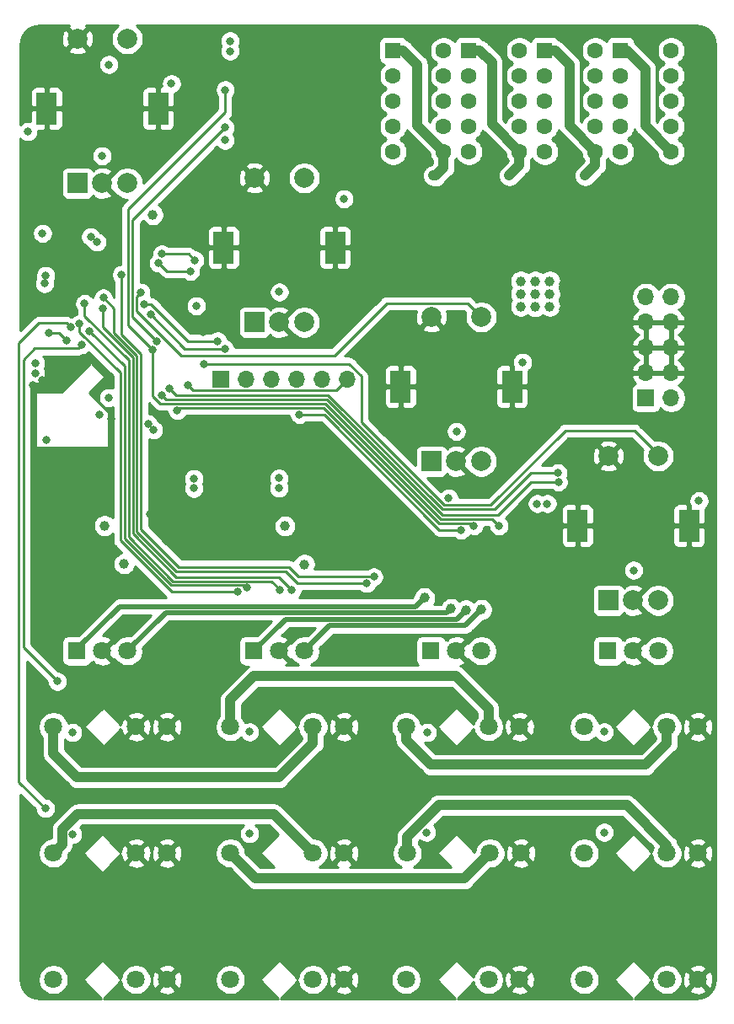
<source format=gbr>
G04 #@! TF.GenerationSoftware,KiCad,Pcbnew,5.1.6-c6e7f7d~87~ubuntu18.04.1*
G04 #@! TF.CreationDate,2020-08-19T10:21:35-04:00*
G04 #@! TF.ProjectId,quad_adsr,71756164-5f61-4647-9372-2e6b69636164,rev?*
G04 #@! TF.SameCoordinates,Original*
G04 #@! TF.FileFunction,Copper,L1,Top*
G04 #@! TF.FilePolarity,Positive*
%FSLAX46Y46*%
G04 Gerber Fmt 4.6, Leading zero omitted, Abs format (unit mm)*
G04 Created by KiCad (PCBNEW 5.1.6-c6e7f7d~87~ubuntu18.04.1) date 2020-08-19 10:21:35*
%MOMM*%
%LPD*%
G01*
G04 APERTURE LIST*
G04 #@! TA.AperFunction,ComponentPad*
%ADD10O,1.700000X1.700000*%
G04 #@! TD*
G04 #@! TA.AperFunction,ComponentPad*
%ADD11R,1.700000X1.700000*%
G04 #@! TD*
G04 #@! TA.AperFunction,ComponentPad*
%ADD12R,2.000000X2.000000*%
G04 #@! TD*
G04 #@! TA.AperFunction,ComponentPad*
%ADD13C,2.000000*%
G04 #@! TD*
G04 #@! TA.AperFunction,ComponentPad*
%ADD14R,2.000000X3.200000*%
G04 #@! TD*
G04 #@! TA.AperFunction,ComponentPad*
%ADD15R,1.600000X1.600000*%
G04 #@! TD*
G04 #@! TA.AperFunction,ComponentPad*
%ADD16C,1.600000*%
G04 #@! TD*
G04 #@! TA.AperFunction,ComponentPad*
%ADD17C,1.800000*%
G04 #@! TD*
G04 #@! TA.AperFunction,ComponentPad*
%ADD18R,1.800000X1.800000*%
G04 #@! TD*
G04 #@! TA.AperFunction,ViaPad*
%ADD19C,1.000000*%
G04 #@! TD*
G04 #@! TA.AperFunction,ViaPad*
%ADD20C,0.800000*%
G04 #@! TD*
G04 #@! TA.AperFunction,Conductor*
%ADD21C,0.500000*%
G04 #@! TD*
G04 #@! TA.AperFunction,Conductor*
%ADD22C,1.000000*%
G04 #@! TD*
G04 #@! TA.AperFunction,Conductor*
%ADD23C,0.290000*%
G04 #@! TD*
G04 #@! TA.AperFunction,Conductor*
%ADD24C,0.254000*%
G04 #@! TD*
G04 APERTURE END LIST*
D10*
X109728000Y-86995000D03*
X107188000Y-86995000D03*
X104648000Y-86995000D03*
X102108000Y-86995000D03*
X99568000Y-86995000D03*
D11*
X97028000Y-86995000D03*
D12*
X135930000Y-109220000D03*
D13*
X138430000Y-109220000D03*
X140930000Y-109220000D03*
D14*
X132830000Y-101720000D03*
X144030000Y-101720000D03*
D13*
X135930000Y-94720000D03*
X140930000Y-94720000D03*
D15*
X121920000Y-53975000D03*
D16*
X121920000Y-56515000D03*
X121920000Y-59055000D03*
X121920000Y-61595000D03*
X121920000Y-64135000D03*
X127000000Y-64135000D03*
X127000000Y-61595000D03*
X127000000Y-59055000D03*
X127000000Y-56515000D03*
X127000000Y-53975000D03*
X134620000Y-53975000D03*
X134620000Y-56515000D03*
X134620000Y-59055000D03*
X134620000Y-61595000D03*
X134620000Y-64135000D03*
X129540000Y-64135000D03*
X129540000Y-61595000D03*
X129540000Y-59055000D03*
X129540000Y-56515000D03*
D15*
X129540000Y-53975000D03*
D17*
X80170000Y-147320000D03*
X91570000Y-147320000D03*
X88470000Y-147320000D03*
D16*
X119380000Y-53975000D03*
X119380000Y-56515000D03*
X119380000Y-59055000D03*
X119380000Y-61595000D03*
X119380000Y-64135000D03*
X114300000Y-64135000D03*
X114300000Y-61595000D03*
X114300000Y-59055000D03*
X114300000Y-56515000D03*
D15*
X114300000Y-53975000D03*
D17*
X97950000Y-134620000D03*
X109350000Y-134620000D03*
X106250000Y-134620000D03*
X123900000Y-121920000D03*
X127000000Y-121920000D03*
X115600000Y-121920000D03*
X106250000Y-121920000D03*
X109350000Y-121920000D03*
X97950000Y-121920000D03*
D12*
X82590000Y-67310000D03*
D13*
X85090000Y-67310000D03*
X87590000Y-67310000D03*
D14*
X79490000Y-59810000D03*
X90690000Y-59810000D03*
D13*
X82590000Y-52810000D03*
X87590000Y-52810000D03*
D18*
X82550000Y-114300000D03*
D17*
X85090000Y-114300000D03*
X87630000Y-114300000D03*
X105410000Y-114300000D03*
X102870000Y-114300000D03*
D18*
X100330000Y-114300000D03*
X118110000Y-114300000D03*
D17*
X120650000Y-114300000D03*
X123190000Y-114300000D03*
X140970000Y-114300000D03*
X138430000Y-114300000D03*
D18*
X135890000Y-114300000D03*
D17*
X88470000Y-121920000D03*
X91570000Y-121920000D03*
X80170000Y-121920000D03*
X80170000Y-134620000D03*
X91570000Y-134620000D03*
X88470000Y-134620000D03*
X115730000Y-134620000D03*
X127130000Y-134620000D03*
X124030000Y-134620000D03*
X141810000Y-121920000D03*
X144910000Y-121920000D03*
X133510000Y-121920000D03*
X133510000Y-134620000D03*
X144910000Y-134620000D03*
X141810000Y-134620000D03*
X106250000Y-147320000D03*
X109350000Y-147320000D03*
X97950000Y-147320000D03*
X115600000Y-147320000D03*
X127000000Y-147320000D03*
X123900000Y-147320000D03*
X141810000Y-147320000D03*
X144910000Y-147320000D03*
X133510000Y-147320000D03*
D13*
X105370000Y-66780000D03*
X100370000Y-66780000D03*
D14*
X108470000Y-73780000D03*
X97270000Y-73780000D03*
D13*
X105370000Y-81280000D03*
X102870000Y-81280000D03*
D12*
X100370000Y-81280000D03*
D13*
X123150000Y-80750000D03*
X118150000Y-80750000D03*
D14*
X126250000Y-87750000D03*
X115050000Y-87750000D03*
D13*
X123150000Y-95250000D03*
X120650000Y-95250000D03*
D12*
X118150000Y-95250000D03*
D15*
X137160000Y-53975000D03*
D16*
X137160000Y-56515000D03*
X137160000Y-59055000D03*
X137160000Y-61595000D03*
X137160000Y-64135000D03*
X142240000Y-64135000D03*
X142240000Y-61595000D03*
X142240000Y-59055000D03*
X142240000Y-56515000D03*
X142240000Y-53975000D03*
D11*
X139700000Y-88900000D03*
D10*
X142240000Y-88900000D03*
X139700000Y-86360000D03*
X142240000Y-86360000D03*
X139700000Y-83820000D03*
X142240000Y-83820000D03*
X139700000Y-81280000D03*
X142240000Y-81280000D03*
X139700000Y-78740000D03*
X142240000Y-78740000D03*
D19*
X120142000Y-110032800D03*
X117449600Y-108966002D03*
X121602844Y-110172836D03*
X123190012Y-110134388D03*
D20*
X79735883Y-82341517D03*
X81475391Y-83119030D03*
X91262200Y-91033600D03*
X84810600Y-90576400D03*
X79476600Y-93116400D03*
X101335840Y-94325440D03*
X96662240Y-96967040D03*
X96667320Y-97983040D03*
X90652600Y-90500200D03*
X95173800Y-82270600D03*
X95961200Y-81508600D03*
X97561400Y-81305400D03*
X81965800Y-72466200D03*
X79070200Y-87122000D03*
X95377000Y-104267000D03*
X81584800Y-99618800D03*
X85699600Y-100101400D03*
X99669600Y-99644200D03*
X103835200Y-100126800D03*
X85953600Y-91008200D03*
D19*
X117515640Y-68600320D03*
X125125480Y-68600320D03*
X132740400Y-68595240D03*
X140365480Y-68574920D03*
X131445000Y-77470000D03*
X131445000Y-80010000D03*
X125730000Y-80010000D03*
X125730000Y-77470000D03*
X137160000Y-76200000D03*
X135255000Y-76200000D03*
X124460000Y-76200000D03*
X124460000Y-73660000D03*
X85725000Y-70485000D03*
D20*
X85013800Y-96199960D03*
X78653640Y-94401640D03*
X85349080Y-94427040D03*
X90246200Y-94112080D03*
X92410280Y-97292160D03*
X78404720Y-98318320D03*
X84841080Y-71511160D03*
X85582760Y-72222360D03*
X78181200Y-76088240D03*
X78115158Y-77058520D03*
X107576907Y-96419774D03*
X98742003Y-91858057D03*
X104549916Y-97000146D03*
X104550338Y-97973112D03*
X107656810Y-94653966D03*
X78142010Y-87606000D03*
X89916000Y-100584000D03*
D19*
X130175000Y-83820000D03*
X127127000Y-83820000D03*
X121920000Y-73660000D03*
X121920000Y-76200000D03*
X119380000Y-76200000D03*
X119380000Y-73660000D03*
X116840000Y-73660000D03*
X116840000Y-76200000D03*
X114300000Y-76200000D03*
X114300000Y-73660000D03*
X111760000Y-73660000D03*
X111760000Y-76200000D03*
X142240000Y-73660000D03*
X144780000Y-73660000D03*
D20*
X94386400Y-75031600D03*
X91066150Y-74422149D03*
X93929200Y-76149200D03*
X90728800Y-75336406D03*
X89301718Y-79439721D03*
X96672400Y-83159600D03*
X97383600Y-83933210D03*
X89966800Y-80518006D03*
X91793672Y-87913481D03*
X130850123Y-96407829D03*
X91033600Y-88595200D03*
X130911600Y-97332800D03*
X84531200Y-73228200D03*
X83921600Y-72694800D03*
X78384400Y-86436200D03*
X78384400Y-85394800D03*
D19*
X130048000Y-77152500D03*
X130048000Y-78422500D03*
X130048000Y-79692500D03*
X127127000Y-79692500D03*
X127127000Y-78422500D03*
X127127000Y-77152500D03*
D20*
X94513400Y-79629000D03*
X94289880Y-96987360D03*
X94279720Y-97962720D03*
X102829360Y-96941640D03*
X102829360Y-97952560D03*
X135509000Y-132524500D03*
X117665500Y-132524500D03*
X135509000Y-122428000D03*
X117729000Y-122491500D03*
X99885500Y-132651500D03*
X99885500Y-122428000D03*
X82105500Y-122491500D03*
X119888000Y-98933000D03*
X128778000Y-99504500D03*
X129794000Y-99504500D03*
X97409000Y-62992000D03*
X97917000Y-54038500D03*
X85737700Y-55397400D03*
X85051900Y-64566800D03*
X97917000Y-53022500D03*
X85712300Y-88849200D03*
X79273400Y-77393796D03*
X79400400Y-76580998D03*
X82097006Y-132740487D03*
D19*
X128569720Y-78440280D03*
X128569720Y-77170280D03*
X128569720Y-79710280D03*
X90170000Y-70485000D03*
D20*
X79065120Y-72349360D03*
X77607160Y-62118240D03*
X92029280Y-57312560D03*
X89687400Y-91516202D03*
X90220804Y-92100400D03*
X120654800Y-92248000D03*
X102870000Y-78232000D03*
X138457800Y-106195000D03*
X127304800Y-85293200D03*
X109372400Y-68884800D03*
X145034000Y-99212400D03*
X88947249Y-78278281D03*
X95290640Y-85450680D03*
D19*
X118364000Y-66548000D03*
X125984000Y-66548000D03*
X133604000Y-66548000D03*
D20*
X80568800Y-117348000D03*
X83055013Y-83515086D03*
X79362300Y-130111500D03*
X81898489Y-81769659D03*
X98700644Y-108378621D03*
X82772771Y-81461466D03*
X99648839Y-107961610D03*
X83791935Y-82171663D03*
X83312000Y-79400400D03*
X102920800Y-108153200D03*
X85115400Y-79908400D03*
X104140002Y-108204000D03*
X111643160Y-107513120D03*
X85178900Y-78828900D03*
X112369600Y-106857800D03*
X87020400Y-76504800D03*
D19*
X85308440Y-101721920D03*
X103428800Y-101747320D03*
X87279480Y-105547160D03*
X105384600Y-105592880D03*
D20*
X93679706Y-87629292D03*
X124942600Y-101727000D03*
X90170000Y-84074000D03*
X97434400Y-57937400D03*
X121132600Y-102145010D03*
X97434400Y-61722002D03*
X104905009Y-90558432D03*
X90589134Y-83172028D03*
X92616002Y-90144600D03*
X122426132Y-101731991D03*
D21*
X91473389Y-110456611D02*
X87630000Y-114300000D01*
X119718189Y-110456611D02*
X91473389Y-110456611D01*
X120142000Y-110032800D02*
X119718189Y-110456611D01*
X116586002Y-109829600D02*
X117449600Y-108966002D01*
X82550000Y-114300000D02*
X82550000Y-114108000D01*
X82550000Y-114108000D02*
X86828400Y-109829600D01*
X86828400Y-109829600D02*
X116586002Y-109829600D01*
X120676080Y-111099600D02*
X121602844Y-110172836D01*
X100330000Y-114300000D02*
X103530400Y-111099600D01*
X103530400Y-111099600D02*
X120676080Y-111099600D01*
X107950000Y-111760000D02*
X116901398Y-111760000D01*
X105410000Y-114300000D02*
X107950000Y-111760000D01*
X116901398Y-111760000D02*
X116908399Y-111752999D01*
X116908399Y-111752999D02*
X121571401Y-111752999D01*
X121571401Y-111752999D02*
X123190012Y-110134388D01*
D22*
X80170000Y-121920000D02*
X80170000Y-124620000D01*
X80170000Y-124620000D02*
X82550000Y-127000000D01*
X82550000Y-127000000D02*
X102870000Y-127000000D01*
X106250000Y-123620000D02*
X106250000Y-121920000D01*
X102870000Y-127000000D02*
X106250000Y-123620000D01*
X81069999Y-133720001D02*
X81069999Y-132236705D01*
X80170000Y-134620000D02*
X81069999Y-133720001D01*
X82623704Y-130683000D02*
X102313000Y-130683000D01*
X102313000Y-130683000D02*
X106250000Y-134620000D01*
X81069999Y-132236705D02*
X82623704Y-130683000D01*
X115600000Y-121920000D02*
X115600000Y-123220000D01*
X115600000Y-123220000D02*
X118110000Y-125730000D01*
X118110000Y-125730000D02*
X139700000Y-125730000D01*
X141810000Y-123620000D02*
X141810000Y-121920000D01*
X139700000Y-125730000D02*
X141810000Y-123620000D01*
X115730000Y-134620000D02*
X115730000Y-132940038D01*
X118876038Y-129794000D02*
X137795000Y-129794000D01*
X115730000Y-132940038D02*
X118876038Y-129794000D01*
X137795000Y-129794000D02*
X141810000Y-133809000D01*
X141810000Y-133809000D02*
X141810000Y-134620000D01*
D23*
X80697878Y-82341517D02*
X81475391Y-83119030D01*
X79735883Y-82341517D02*
X80697878Y-82341517D01*
X94386400Y-75031600D02*
X93776949Y-74422149D01*
X93776949Y-74422149D02*
X91066150Y-74422149D01*
X91541594Y-76149200D02*
X90728800Y-75336406D01*
X93929200Y-76149200D02*
X91541594Y-76149200D01*
X89301718Y-79439721D02*
X89933885Y-79439721D01*
X89933885Y-79439721D02*
X93653764Y-83159600D01*
X93653764Y-83159600D02*
X96672400Y-83159600D01*
X97383600Y-83933210D02*
X93382004Y-83933210D01*
X93382004Y-83933210D02*
X89966800Y-80518006D01*
X107758357Y-88584589D02*
X119239158Y-100065390D01*
X91793672Y-87913481D02*
X92464780Y-88584589D01*
X124470610Y-100065390D02*
X128128171Y-96407829D01*
X128128171Y-96407829D02*
X130850123Y-96407829D01*
X92464780Y-88584589D02*
X107758357Y-88584589D01*
X119239158Y-100065390D02*
X124470610Y-100065390D01*
X119218826Y-100634800D02*
X124815600Y-100634800D01*
X124815600Y-100634800D02*
X128117600Y-97332800D01*
X128117600Y-97332800D02*
X130911600Y-97332800D01*
X91033600Y-88595200D02*
X91490800Y-89052400D01*
X91490800Y-89052400D02*
X107636426Y-89052400D01*
X107636426Y-89052400D02*
X119218826Y-100634800D01*
X88547250Y-78678280D02*
X88947249Y-78278281D01*
X121775000Y-79375000D02*
X113665000Y-79375000D01*
X108434789Y-84605211D02*
X92972683Y-84605211D01*
X123150000Y-80750000D02*
X121775000Y-79375000D01*
X113665000Y-79375000D02*
X108434789Y-84605211D01*
X92972683Y-84605211D02*
X88547250Y-80179778D01*
X88547250Y-80179778D02*
X88547250Y-78678280D01*
X138525733Y-92171520D02*
X140930000Y-94575787D01*
X131581698Y-92171520D02*
X138525733Y-92171520D01*
X109844242Y-85450680D02*
X111099600Y-86706038D01*
X95290640Y-85450680D02*
X109844242Y-85450680D01*
X111099600Y-86706038D02*
X111099600Y-91327316D01*
X111099600Y-91327316D02*
X119400793Y-99628509D01*
X119400793Y-99628509D02*
X124124709Y-99628509D01*
X124124709Y-99628509D02*
X131581698Y-92171520D01*
D22*
X119380000Y-64135000D02*
X116725700Y-61480700D01*
X116725700Y-61480700D02*
X116725700Y-55384700D01*
X115316000Y-53975000D02*
X114300000Y-53975000D01*
X116725700Y-55384700D02*
X115316000Y-53975000D01*
X118364000Y-66548000D02*
X118618000Y-66548000D01*
X119380000Y-65786000D02*
X119380000Y-64135000D01*
X118618000Y-66548000D02*
X119380000Y-65786000D01*
X127000000Y-64135000D02*
X124231400Y-61366400D01*
X124231400Y-61366400D02*
X124231400Y-55206900D01*
X122999500Y-53975000D02*
X121920000Y-53975000D01*
X124231400Y-55206900D02*
X122999500Y-53975000D01*
X125984000Y-66548000D02*
X127000000Y-65532000D01*
X127000000Y-65532000D02*
X127000000Y-64135000D01*
X134620000Y-64135000D02*
X132003800Y-61518800D01*
X132003800Y-61518800D02*
X132003800Y-55384700D01*
X130594100Y-53975000D02*
X129540000Y-53975000D01*
X132003800Y-55384700D02*
X130594100Y-53975000D01*
X133604000Y-66548000D02*
X134620000Y-65532000D01*
X134620000Y-65532000D02*
X134620000Y-64135000D01*
X142240000Y-64135000D02*
X139636500Y-61531500D01*
X139636500Y-61531500D02*
X139636500Y-55816500D01*
X137795000Y-53975000D02*
X137160000Y-53975000D01*
X139636500Y-55816500D02*
X137795000Y-53975000D01*
X97950000Y-121920000D02*
X97950000Y-119220000D01*
X97950000Y-119220000D02*
X100330000Y-116840000D01*
X100330000Y-116840000D02*
X120650000Y-116840000D01*
X123900000Y-120090000D02*
X123900000Y-121920000D01*
X120650000Y-116840000D02*
X123900000Y-120090000D01*
X100490000Y-137160000D02*
X121490000Y-137160000D01*
X97950000Y-134620000D02*
X100490000Y-137160000D01*
X121490000Y-137160000D02*
X124030000Y-134620000D01*
D23*
X82655014Y-83915085D02*
X83055013Y-83515086D01*
X78289315Y-83915085D02*
X82655014Y-83915085D01*
X77165200Y-85039200D02*
X78289315Y-83915085D01*
X80568800Y-117348000D02*
X77165200Y-113944400D01*
X77165200Y-113944400D02*
X77165200Y-85039200D01*
X76708000Y-127457200D02*
X76708000Y-83337400D01*
X79362300Y-130111500D02*
X76708000Y-127457200D01*
X81498490Y-81369660D02*
X81898489Y-81769659D01*
X78675740Y-81369660D02*
X81498490Y-81369660D01*
X76708000Y-83337400D02*
X78675740Y-81369660D01*
X98700644Y-108378621D02*
X92060737Y-108378621D01*
X92060737Y-108378621D02*
X86893400Y-103211284D01*
X86893400Y-103211284D02*
X86893399Y-86349129D01*
X82772771Y-82228501D02*
X82772771Y-81461466D01*
X86893399Y-86349129D02*
X82772771Y-82228501D01*
X99648839Y-107961610D02*
X99393840Y-107706611D01*
X87310410Y-85690138D02*
X83791935Y-82171663D01*
X87310410Y-103038552D02*
X87310410Y-85690138D01*
X91978469Y-107706611D02*
X87310410Y-103038552D01*
X99393840Y-107706611D02*
X91978469Y-107706611D01*
X83312000Y-80619600D02*
X87727421Y-85035021D01*
X102920800Y-108102400D02*
X102920800Y-108153200D01*
X102108000Y-107289600D02*
X102920800Y-108102400D01*
X83312000Y-79400400D02*
X83312000Y-80619600D01*
X87727421Y-85035021D02*
X87727421Y-102865821D01*
X87727421Y-102865821D02*
X92151200Y-107289600D01*
X92151200Y-107289600D02*
X102108000Y-107289600D01*
X102808591Y-106872589D02*
X104140002Y-108204000D01*
X88144431Y-102540689D02*
X92476331Y-106872589D01*
X92476331Y-106872589D02*
X102808591Y-106872589D01*
X85115400Y-79908400D02*
X85115400Y-81773684D01*
X88144431Y-84802715D02*
X88144431Y-102540689D01*
X85115400Y-81773684D02*
X88144431Y-84802715D01*
X104719120Y-107513120D02*
X111643160Y-107513120D01*
X86247791Y-79897791D02*
X86247791Y-82316333D01*
X85178900Y-78828900D02*
X86247791Y-79897791D01*
X88561442Y-84629984D02*
X88561442Y-102315542D01*
X103492300Y-106286300D02*
X104719120Y-107513120D01*
X92532200Y-106286300D02*
X103492300Y-106286300D01*
X86247791Y-82316333D02*
X88561442Y-84629984D01*
X88561442Y-102315542D02*
X92532200Y-106286300D01*
X87020400Y-82499154D02*
X87020400Y-76504800D01*
X88978453Y-84457207D02*
X87020400Y-82499154D01*
X112344200Y-106832400D02*
X104800400Y-106832400D01*
X112369600Y-106857800D02*
X112344200Y-106832400D01*
X104800400Y-106832400D02*
X103822500Y-105854500D01*
X103822500Y-105854500D02*
X92786200Y-105854500D01*
X92786200Y-105854500D02*
X88978453Y-102046753D01*
X88978453Y-102046753D02*
X88978453Y-84457207D01*
X105115338Y-88116778D02*
X105115115Y-88117001D01*
X109728000Y-86995000D02*
X108605999Y-88117001D01*
X107025685Y-88117001D02*
X107025462Y-88116778D01*
X107025462Y-88116778D02*
X105115338Y-88116778D01*
X105115115Y-88117001D02*
X94167415Y-88117001D01*
X94167415Y-88117001D02*
X93679706Y-87629292D01*
X108605999Y-88117001D02*
X107025685Y-88117001D01*
X90170000Y-88726164D02*
X90170000Y-84074000D01*
X124942600Y-101727000D02*
X124267411Y-101051811D01*
X124267411Y-101051811D02*
X119046095Y-101051811D01*
X90913247Y-89469411D02*
X90170000Y-88726164D01*
X107463695Y-89469411D02*
X90913247Y-89469411D01*
X119046095Y-101051811D02*
X107463695Y-89469411D01*
X97434400Y-60172600D02*
X97434400Y-57937400D01*
X87713230Y-69893770D02*
X97434400Y-60172600D01*
X90170000Y-84074000D02*
X87713230Y-81617230D01*
X87713230Y-81617230D02*
X87713230Y-69893770D01*
X121132600Y-102145010D02*
X118959810Y-102145010D01*
X118959810Y-102145010D02*
X107373232Y-90558432D01*
X107373232Y-90558432D02*
X104905009Y-90558432D01*
X97434400Y-61722002D02*
X88130240Y-71026162D01*
X88130240Y-80713134D02*
X90589134Y-83172028D01*
X88130240Y-71026162D02*
X88130240Y-80713134D01*
X118877542Y-101473000D02*
X122167141Y-101473000D01*
X92874180Y-89886422D02*
X107290964Y-89886422D01*
X122167141Y-101473000D02*
X122426132Y-101731991D01*
X92616002Y-90144600D02*
X92874180Y-89886422D01*
X107290964Y-89886422D02*
X118877542Y-101473000D01*
D24*
G36*
X81634192Y-51674587D02*
G01*
X82590000Y-52630395D01*
X83545808Y-51674587D01*
X83468086Y-51460000D01*
X86667496Y-51460000D01*
X86547748Y-51540013D01*
X86320013Y-51767748D01*
X86141082Y-52035537D01*
X86017832Y-52333088D01*
X85955000Y-52648967D01*
X85955000Y-52971033D01*
X86017832Y-53286912D01*
X86141082Y-53584463D01*
X86320013Y-53852252D01*
X86547748Y-54079987D01*
X86815537Y-54258918D01*
X87113088Y-54382168D01*
X87428967Y-54445000D01*
X87751033Y-54445000D01*
X88066912Y-54382168D01*
X88364463Y-54258918D01*
X88632252Y-54079987D01*
X88859987Y-53852252D01*
X89038918Y-53584463D01*
X89162168Y-53286912D01*
X89225000Y-52971033D01*
X89225000Y-52920561D01*
X96882000Y-52920561D01*
X96882000Y-53124439D01*
X96921774Y-53324398D01*
X96999795Y-53512756D01*
X97011651Y-53530500D01*
X96999795Y-53548244D01*
X96921774Y-53736602D01*
X96882000Y-53936561D01*
X96882000Y-54140439D01*
X96921774Y-54340398D01*
X96999795Y-54528756D01*
X97113063Y-54698274D01*
X97257226Y-54842437D01*
X97426744Y-54955705D01*
X97615102Y-55033726D01*
X97815061Y-55073500D01*
X98018939Y-55073500D01*
X98218898Y-55033726D01*
X98407256Y-54955705D01*
X98576774Y-54842437D01*
X98720937Y-54698274D01*
X98834205Y-54528756D01*
X98912226Y-54340398D01*
X98952000Y-54140439D01*
X98952000Y-53936561D01*
X98912226Y-53736602D01*
X98834205Y-53548244D01*
X98822349Y-53530500D01*
X98834205Y-53512756D01*
X98912226Y-53324398D01*
X98941942Y-53175000D01*
X112861928Y-53175000D01*
X112861928Y-54775000D01*
X112874188Y-54899482D01*
X112910498Y-55019180D01*
X112969463Y-55129494D01*
X113048815Y-55226185D01*
X113145506Y-55305537D01*
X113255820Y-55364502D01*
X113375518Y-55400812D01*
X113383961Y-55401643D01*
X113185363Y-55600241D01*
X113028320Y-55835273D01*
X112920147Y-56096426D01*
X112865000Y-56373665D01*
X112865000Y-56656335D01*
X112920147Y-56933574D01*
X113028320Y-57194727D01*
X113185363Y-57429759D01*
X113385241Y-57629637D01*
X113617759Y-57785000D01*
X113385241Y-57940363D01*
X113185363Y-58140241D01*
X113028320Y-58375273D01*
X112920147Y-58636426D01*
X112865000Y-58913665D01*
X112865000Y-59196335D01*
X112920147Y-59473574D01*
X113028320Y-59734727D01*
X113185363Y-59969759D01*
X113385241Y-60169637D01*
X113617759Y-60325000D01*
X113385241Y-60480363D01*
X113185363Y-60680241D01*
X113028320Y-60915273D01*
X112920147Y-61176426D01*
X112865000Y-61453665D01*
X112865000Y-61736335D01*
X112920147Y-62013574D01*
X113028320Y-62274727D01*
X113185363Y-62509759D01*
X113385241Y-62709637D01*
X113617759Y-62865000D01*
X113385241Y-63020363D01*
X113185363Y-63220241D01*
X113028320Y-63455273D01*
X112920147Y-63716426D01*
X112865000Y-63993665D01*
X112865000Y-64276335D01*
X112920147Y-64553574D01*
X113028320Y-64814727D01*
X113185363Y-65049759D01*
X113385241Y-65249637D01*
X113620273Y-65406680D01*
X113881426Y-65514853D01*
X114158665Y-65570000D01*
X114441335Y-65570000D01*
X114718574Y-65514853D01*
X114979727Y-65406680D01*
X115214759Y-65249637D01*
X115414637Y-65049759D01*
X115571680Y-64814727D01*
X115679853Y-64553574D01*
X115735000Y-64276335D01*
X115735000Y-63993665D01*
X115679853Y-63716426D01*
X115571680Y-63455273D01*
X115414637Y-63220241D01*
X115214759Y-63020363D01*
X114982241Y-62865000D01*
X115214759Y-62709637D01*
X115414637Y-62509759D01*
X115571680Y-62274727D01*
X115679853Y-62013574D01*
X115691708Y-61953973D01*
X115777416Y-62114323D01*
X115919251Y-62287149D01*
X115962565Y-62322696D01*
X117952150Y-64312282D01*
X118000147Y-64553574D01*
X118108320Y-64814727D01*
X118245000Y-65019284D01*
X118245000Y-65315868D01*
X118127067Y-65433802D01*
X118087894Y-65445685D01*
X118032933Y-65456617D01*
X117981158Y-65478063D01*
X117927553Y-65494324D01*
X117878149Y-65520731D01*
X117826376Y-65542176D01*
X117779786Y-65573307D01*
X117730377Y-65599716D01*
X117687068Y-65635259D01*
X117640480Y-65666388D01*
X117600859Y-65706009D01*
X117557551Y-65741551D01*
X117522011Y-65784857D01*
X117482388Y-65824480D01*
X117451259Y-65871068D01*
X117415716Y-65914377D01*
X117389307Y-65963786D01*
X117358176Y-66010376D01*
X117336731Y-66062149D01*
X117310324Y-66111553D01*
X117294063Y-66165158D01*
X117272617Y-66216933D01*
X117261685Y-66271894D01*
X117245423Y-66325501D01*
X117239932Y-66381253D01*
X117229000Y-66436212D01*
X117229000Y-66492248D01*
X117223509Y-66548000D01*
X117229000Y-66603752D01*
X117229000Y-66659788D01*
X117239932Y-66714747D01*
X117245423Y-66770499D01*
X117261685Y-66824106D01*
X117272617Y-66879067D01*
X117294063Y-66930842D01*
X117310324Y-66984447D01*
X117336731Y-67033851D01*
X117358176Y-67085624D01*
X117389307Y-67132214D01*
X117415716Y-67181623D01*
X117451259Y-67224932D01*
X117482388Y-67271520D01*
X117522009Y-67311141D01*
X117557551Y-67354449D01*
X117600859Y-67389991D01*
X117640480Y-67429612D01*
X117687068Y-67460741D01*
X117730377Y-67496284D01*
X117779786Y-67522693D01*
X117826376Y-67553824D01*
X117878149Y-67575269D01*
X117927553Y-67601676D01*
X117981158Y-67617937D01*
X118032933Y-67639383D01*
X118087894Y-67650315D01*
X118141501Y-67666577D01*
X118197253Y-67672068D01*
X118252212Y-67683000D01*
X118562249Y-67683000D01*
X118618000Y-67688491D01*
X118673751Y-67683000D01*
X118673752Y-67683000D01*
X118840499Y-67666577D01*
X119054447Y-67601676D01*
X119251623Y-67496284D01*
X119424449Y-67354449D01*
X119459995Y-67311136D01*
X120143140Y-66627992D01*
X120186449Y-66592449D01*
X120328284Y-66419623D01*
X120433676Y-66222447D01*
X120498577Y-66008499D01*
X120515000Y-65841752D01*
X120515000Y-65841751D01*
X120520491Y-65786000D01*
X120515000Y-65730248D01*
X120515000Y-65019284D01*
X120650000Y-64817241D01*
X120805363Y-65049759D01*
X121005241Y-65249637D01*
X121240273Y-65406680D01*
X121501426Y-65514853D01*
X121778665Y-65570000D01*
X122061335Y-65570000D01*
X122338574Y-65514853D01*
X122599727Y-65406680D01*
X122834759Y-65249637D01*
X123034637Y-65049759D01*
X123191680Y-64814727D01*
X123299853Y-64553574D01*
X123355000Y-64276335D01*
X123355000Y-63993665D01*
X123299853Y-63716426D01*
X123191680Y-63455273D01*
X123034637Y-63220241D01*
X122834759Y-63020363D01*
X122602241Y-62865000D01*
X122834759Y-62709637D01*
X123034637Y-62509759D01*
X123191680Y-62274727D01*
X123297969Y-62018122D01*
X123424951Y-62172849D01*
X123468265Y-62208396D01*
X125572151Y-64312283D01*
X125620147Y-64553574D01*
X125728320Y-64814727D01*
X125865000Y-65019284D01*
X125865000Y-65061868D01*
X125260483Y-65666386D01*
X125260480Y-65666388D01*
X125102388Y-65824480D01*
X125071251Y-65871079D01*
X125035717Y-65914378D01*
X125009313Y-65963776D01*
X124978176Y-66010376D01*
X124956728Y-66062155D01*
X124930324Y-66111554D01*
X124914064Y-66165155D01*
X124892617Y-66216933D01*
X124881684Y-66271897D01*
X124865423Y-66325502D01*
X124859932Y-66381252D01*
X124849000Y-66436212D01*
X124849000Y-66492249D01*
X124843509Y-66548000D01*
X124849000Y-66603751D01*
X124849000Y-66659788D01*
X124859932Y-66714748D01*
X124865423Y-66770498D01*
X124881684Y-66824103D01*
X124892617Y-66879067D01*
X124914064Y-66930845D01*
X124930324Y-66984446D01*
X124956728Y-67033845D01*
X124978176Y-67085624D01*
X125009313Y-67132224D01*
X125035717Y-67181622D01*
X125071251Y-67224920D01*
X125102388Y-67271520D01*
X125142019Y-67311151D01*
X125177552Y-67354448D01*
X125220849Y-67389981D01*
X125260480Y-67429612D01*
X125307080Y-67460749D01*
X125350378Y-67496283D01*
X125399776Y-67522687D01*
X125446376Y-67553824D01*
X125498155Y-67575272D01*
X125547554Y-67601676D01*
X125601155Y-67617936D01*
X125652933Y-67639383D01*
X125707897Y-67650316D01*
X125761502Y-67666577D01*
X125817252Y-67672068D01*
X125872212Y-67683000D01*
X125928249Y-67683000D01*
X125984000Y-67688491D01*
X126039751Y-67683000D01*
X126095788Y-67683000D01*
X126150748Y-67672068D01*
X126206498Y-67666577D01*
X126260103Y-67650316D01*
X126315067Y-67639383D01*
X126366845Y-67617936D01*
X126420446Y-67601676D01*
X126469845Y-67575272D01*
X126521624Y-67553824D01*
X126568224Y-67522687D01*
X126617622Y-67496283D01*
X126660921Y-67460749D01*
X126707520Y-67429612D01*
X126865612Y-67271520D01*
X126865614Y-67271517D01*
X127763140Y-66373992D01*
X127806449Y-66338449D01*
X127948284Y-66165623D01*
X128053676Y-65968447D01*
X128118577Y-65754499D01*
X128135000Y-65587752D01*
X128135000Y-65587751D01*
X128140491Y-65532000D01*
X128135000Y-65476249D01*
X128135000Y-65019284D01*
X128270000Y-64817241D01*
X128425363Y-65049759D01*
X128625241Y-65249637D01*
X128860273Y-65406680D01*
X129121426Y-65514853D01*
X129398665Y-65570000D01*
X129681335Y-65570000D01*
X129958574Y-65514853D01*
X130219727Y-65406680D01*
X130454759Y-65249637D01*
X130654637Y-65049759D01*
X130811680Y-64814727D01*
X130919853Y-64553574D01*
X130975000Y-64276335D01*
X130975000Y-63993665D01*
X130919853Y-63716426D01*
X130811680Y-63455273D01*
X130654637Y-63220241D01*
X130454759Y-63020363D01*
X130222241Y-62865000D01*
X130454759Y-62709637D01*
X130654637Y-62509759D01*
X130811680Y-62274727D01*
X130919853Y-62013574D01*
X130938849Y-61918077D01*
X130950124Y-61955246D01*
X131055516Y-62152423D01*
X131197351Y-62325249D01*
X131240665Y-62360796D01*
X133192151Y-64312283D01*
X133240147Y-64553574D01*
X133348320Y-64814727D01*
X133485000Y-65019284D01*
X133485000Y-65061868D01*
X132880483Y-65666386D01*
X132880480Y-65666388D01*
X132722388Y-65824480D01*
X132691251Y-65871079D01*
X132655717Y-65914378D01*
X132629313Y-65963776D01*
X132598176Y-66010376D01*
X132576728Y-66062155D01*
X132550324Y-66111554D01*
X132534064Y-66165155D01*
X132512617Y-66216933D01*
X132501684Y-66271897D01*
X132485423Y-66325502D01*
X132479932Y-66381252D01*
X132469000Y-66436212D01*
X132469000Y-66492249D01*
X132463509Y-66548000D01*
X132469000Y-66603751D01*
X132469000Y-66659788D01*
X132479932Y-66714748D01*
X132485423Y-66770498D01*
X132501684Y-66824103D01*
X132512617Y-66879067D01*
X132534064Y-66930845D01*
X132550324Y-66984446D01*
X132576728Y-67033845D01*
X132598176Y-67085624D01*
X132629313Y-67132224D01*
X132655717Y-67181622D01*
X132691251Y-67224920D01*
X132722388Y-67271520D01*
X132762019Y-67311151D01*
X132797552Y-67354448D01*
X132840849Y-67389981D01*
X132880480Y-67429612D01*
X132927080Y-67460749D01*
X132970378Y-67496283D01*
X133019776Y-67522687D01*
X133066376Y-67553824D01*
X133118155Y-67575272D01*
X133167554Y-67601676D01*
X133221155Y-67617936D01*
X133272933Y-67639383D01*
X133327897Y-67650316D01*
X133381502Y-67666577D01*
X133437252Y-67672068D01*
X133492212Y-67683000D01*
X133548249Y-67683000D01*
X133604000Y-67688491D01*
X133659751Y-67683000D01*
X133715788Y-67683000D01*
X133770748Y-67672068D01*
X133826498Y-67666577D01*
X133880103Y-67650316D01*
X133935067Y-67639383D01*
X133986845Y-67617936D01*
X134040446Y-67601676D01*
X134089845Y-67575272D01*
X134141624Y-67553824D01*
X134188224Y-67522687D01*
X134237622Y-67496283D01*
X134280921Y-67460749D01*
X134327520Y-67429612D01*
X134485612Y-67271520D01*
X134485614Y-67271517D01*
X135383140Y-66373992D01*
X135426449Y-66338449D01*
X135568284Y-66165623D01*
X135673676Y-65968447D01*
X135738577Y-65754499D01*
X135755000Y-65587752D01*
X135755000Y-65587751D01*
X135760491Y-65532000D01*
X135755000Y-65476249D01*
X135755000Y-65019284D01*
X135890000Y-64817241D01*
X136045363Y-65049759D01*
X136245241Y-65249637D01*
X136480273Y-65406680D01*
X136741426Y-65514853D01*
X137018665Y-65570000D01*
X137301335Y-65570000D01*
X137578574Y-65514853D01*
X137839727Y-65406680D01*
X138074759Y-65249637D01*
X138274637Y-65049759D01*
X138431680Y-64814727D01*
X138539853Y-64553574D01*
X138595000Y-64276335D01*
X138595000Y-63993665D01*
X138539853Y-63716426D01*
X138431680Y-63455273D01*
X138274637Y-63220241D01*
X138074759Y-63020363D01*
X137842241Y-62865000D01*
X138074759Y-62709637D01*
X138274637Y-62509759D01*
X138431680Y-62274727D01*
X138539853Y-62013574D01*
X138562353Y-61900462D01*
X138582824Y-61967946D01*
X138688216Y-62165123D01*
X138830051Y-62337949D01*
X138873365Y-62373496D01*
X140812150Y-64312282D01*
X140860147Y-64553574D01*
X140968320Y-64814727D01*
X141125363Y-65049759D01*
X141325241Y-65249637D01*
X141560273Y-65406680D01*
X141821426Y-65514853D01*
X142098665Y-65570000D01*
X142381335Y-65570000D01*
X142658574Y-65514853D01*
X142919727Y-65406680D01*
X143154759Y-65249637D01*
X143354637Y-65049759D01*
X143511680Y-64814727D01*
X143619853Y-64553574D01*
X143675000Y-64276335D01*
X143675000Y-63993665D01*
X143619853Y-63716426D01*
X143511680Y-63455273D01*
X143354637Y-63220241D01*
X143154759Y-63020363D01*
X142922241Y-62865000D01*
X143154759Y-62709637D01*
X143354637Y-62509759D01*
X143511680Y-62274727D01*
X143619853Y-62013574D01*
X143675000Y-61736335D01*
X143675000Y-61453665D01*
X143619853Y-61176426D01*
X143511680Y-60915273D01*
X143354637Y-60680241D01*
X143154759Y-60480363D01*
X142922241Y-60325000D01*
X143154759Y-60169637D01*
X143354637Y-59969759D01*
X143511680Y-59734727D01*
X143619853Y-59473574D01*
X143675000Y-59196335D01*
X143675000Y-58913665D01*
X143619853Y-58636426D01*
X143511680Y-58375273D01*
X143354637Y-58140241D01*
X143154759Y-57940363D01*
X142922241Y-57785000D01*
X143154759Y-57629637D01*
X143354637Y-57429759D01*
X143511680Y-57194727D01*
X143619853Y-56933574D01*
X143675000Y-56656335D01*
X143675000Y-56373665D01*
X143619853Y-56096426D01*
X143511680Y-55835273D01*
X143354637Y-55600241D01*
X143154759Y-55400363D01*
X142922241Y-55245000D01*
X143154759Y-55089637D01*
X143354637Y-54889759D01*
X143511680Y-54654727D01*
X143619853Y-54393574D01*
X143675000Y-54116335D01*
X143675000Y-53833665D01*
X143619853Y-53556426D01*
X143511680Y-53295273D01*
X143354637Y-53060241D01*
X143154759Y-52860363D01*
X142919727Y-52703320D01*
X142658574Y-52595147D01*
X142381335Y-52540000D01*
X142098665Y-52540000D01*
X141821426Y-52595147D01*
X141560273Y-52703320D01*
X141325241Y-52860363D01*
X141125363Y-53060241D01*
X140968320Y-53295273D01*
X140860147Y-53556426D01*
X140805000Y-53833665D01*
X140805000Y-54116335D01*
X140860147Y-54393574D01*
X140968320Y-54654727D01*
X141125363Y-54889759D01*
X141325241Y-55089637D01*
X141557759Y-55245000D01*
X141325241Y-55400363D01*
X141125363Y-55600241D01*
X140968320Y-55835273D01*
X140860147Y-56096426D01*
X140805000Y-56373665D01*
X140805000Y-56656335D01*
X140860147Y-56933574D01*
X140968320Y-57194727D01*
X141125363Y-57429759D01*
X141325241Y-57629637D01*
X141557759Y-57785000D01*
X141325241Y-57940363D01*
X141125363Y-58140241D01*
X140968320Y-58375273D01*
X140860147Y-58636426D01*
X140805000Y-58913665D01*
X140805000Y-59196335D01*
X140860147Y-59473574D01*
X140968320Y-59734727D01*
X141125363Y-59969759D01*
X141325241Y-60169637D01*
X141557759Y-60325000D01*
X141325241Y-60480363D01*
X141125363Y-60680241D01*
X140968320Y-60915273D01*
X140867882Y-61157751D01*
X140771500Y-61061369D01*
X140771500Y-55872241D01*
X140776990Y-55816499D01*
X140771500Y-55760757D01*
X140771500Y-55760748D01*
X140755077Y-55594001D01*
X140690176Y-55380053D01*
X140584784Y-55182877D01*
X140442949Y-55010051D01*
X140399640Y-54974509D01*
X138636996Y-53211865D01*
X138601449Y-53168551D01*
X138597084Y-53164969D01*
X138585812Y-53050518D01*
X138549502Y-52930820D01*
X138490537Y-52820506D01*
X138411185Y-52723815D01*
X138314494Y-52644463D01*
X138204180Y-52585498D01*
X138084482Y-52549188D01*
X137960000Y-52536928D01*
X136360000Y-52536928D01*
X136235518Y-52549188D01*
X136115820Y-52585498D01*
X136005506Y-52644463D01*
X135908815Y-52723815D01*
X135829463Y-52820506D01*
X135770498Y-52930820D01*
X135734188Y-53050518D01*
X135733357Y-53058961D01*
X135534759Y-52860363D01*
X135299727Y-52703320D01*
X135038574Y-52595147D01*
X134761335Y-52540000D01*
X134478665Y-52540000D01*
X134201426Y-52595147D01*
X133940273Y-52703320D01*
X133705241Y-52860363D01*
X133505363Y-53060241D01*
X133348320Y-53295273D01*
X133240147Y-53556426D01*
X133185000Y-53833665D01*
X133185000Y-54116335D01*
X133240147Y-54393574D01*
X133348320Y-54654727D01*
X133505363Y-54889759D01*
X133705241Y-55089637D01*
X133937759Y-55245000D01*
X133705241Y-55400363D01*
X133505363Y-55600241D01*
X133348320Y-55835273D01*
X133240147Y-56096426D01*
X133185000Y-56373665D01*
X133185000Y-56656335D01*
X133240147Y-56933574D01*
X133348320Y-57194727D01*
X133505363Y-57429759D01*
X133705241Y-57629637D01*
X133937759Y-57785000D01*
X133705241Y-57940363D01*
X133505363Y-58140241D01*
X133348320Y-58375273D01*
X133240147Y-58636426D01*
X133185000Y-58913665D01*
X133185000Y-59196335D01*
X133240147Y-59473574D01*
X133348320Y-59734727D01*
X133505363Y-59969759D01*
X133705241Y-60169637D01*
X133937759Y-60325000D01*
X133705241Y-60480363D01*
X133505363Y-60680241D01*
X133348320Y-60915273D01*
X133247882Y-61157751D01*
X133138800Y-61048669D01*
X133138800Y-55440452D01*
X133144291Y-55384700D01*
X133122377Y-55162201D01*
X133057476Y-54948253D01*
X132952084Y-54751077D01*
X132941045Y-54737626D01*
X132810249Y-54578251D01*
X132766940Y-54542708D01*
X131436096Y-53211865D01*
X131400549Y-53168551D01*
X131227723Y-53026716D01*
X131030547Y-52921324D01*
X130903889Y-52882902D01*
X130870537Y-52820506D01*
X130791185Y-52723815D01*
X130694494Y-52644463D01*
X130584180Y-52585498D01*
X130464482Y-52549188D01*
X130340000Y-52536928D01*
X128740000Y-52536928D01*
X128615518Y-52549188D01*
X128495820Y-52585498D01*
X128385506Y-52644463D01*
X128288815Y-52723815D01*
X128209463Y-52820506D01*
X128150498Y-52930820D01*
X128114188Y-53050518D01*
X128113357Y-53058961D01*
X127914759Y-52860363D01*
X127679727Y-52703320D01*
X127418574Y-52595147D01*
X127141335Y-52540000D01*
X126858665Y-52540000D01*
X126581426Y-52595147D01*
X126320273Y-52703320D01*
X126085241Y-52860363D01*
X125885363Y-53060241D01*
X125728320Y-53295273D01*
X125620147Y-53556426D01*
X125565000Y-53833665D01*
X125565000Y-54116335D01*
X125620147Y-54393574D01*
X125728320Y-54654727D01*
X125885363Y-54889759D01*
X126085241Y-55089637D01*
X126317759Y-55245000D01*
X126085241Y-55400363D01*
X125885363Y-55600241D01*
X125728320Y-55835273D01*
X125620147Y-56096426D01*
X125565000Y-56373665D01*
X125565000Y-56656335D01*
X125620147Y-56933574D01*
X125728320Y-57194727D01*
X125885363Y-57429759D01*
X126085241Y-57629637D01*
X126317759Y-57785000D01*
X126085241Y-57940363D01*
X125885363Y-58140241D01*
X125728320Y-58375273D01*
X125620147Y-58636426D01*
X125565000Y-58913665D01*
X125565000Y-59196335D01*
X125620147Y-59473574D01*
X125728320Y-59734727D01*
X125885363Y-59969759D01*
X126085241Y-60169637D01*
X126317759Y-60325000D01*
X126085241Y-60480363D01*
X125885363Y-60680241D01*
X125728320Y-60915273D01*
X125627882Y-61157751D01*
X125366400Y-60896269D01*
X125366400Y-55262652D01*
X125371891Y-55206900D01*
X125349977Y-54984401D01*
X125285076Y-54770453D01*
X125179684Y-54573277D01*
X125073389Y-54443756D01*
X125073387Y-54443754D01*
X125037849Y-54400451D01*
X124994546Y-54364913D01*
X123841495Y-53211864D01*
X123805949Y-53168551D01*
X123633123Y-53026716D01*
X123435947Y-52921324D01*
X123278974Y-52873706D01*
X123250537Y-52820506D01*
X123171185Y-52723815D01*
X123074494Y-52644463D01*
X122964180Y-52585498D01*
X122844482Y-52549188D01*
X122720000Y-52536928D01*
X121120000Y-52536928D01*
X120995518Y-52549188D01*
X120875820Y-52585498D01*
X120765506Y-52644463D01*
X120668815Y-52723815D01*
X120589463Y-52820506D01*
X120530498Y-52930820D01*
X120494188Y-53050518D01*
X120493357Y-53058961D01*
X120294759Y-52860363D01*
X120059727Y-52703320D01*
X119798574Y-52595147D01*
X119521335Y-52540000D01*
X119238665Y-52540000D01*
X118961426Y-52595147D01*
X118700273Y-52703320D01*
X118465241Y-52860363D01*
X118265363Y-53060241D01*
X118108320Y-53295273D01*
X118000147Y-53556426D01*
X117945000Y-53833665D01*
X117945000Y-54116335D01*
X118000147Y-54393574D01*
X118108320Y-54654727D01*
X118265363Y-54889759D01*
X118465241Y-55089637D01*
X118697759Y-55245000D01*
X118465241Y-55400363D01*
X118265363Y-55600241D01*
X118108320Y-55835273D01*
X118000147Y-56096426D01*
X117945000Y-56373665D01*
X117945000Y-56656335D01*
X118000147Y-56933574D01*
X118108320Y-57194727D01*
X118265363Y-57429759D01*
X118465241Y-57629637D01*
X118697759Y-57785000D01*
X118465241Y-57940363D01*
X118265363Y-58140241D01*
X118108320Y-58375273D01*
X118000147Y-58636426D01*
X117945000Y-58913665D01*
X117945000Y-59196335D01*
X118000147Y-59473574D01*
X118108320Y-59734727D01*
X118265363Y-59969759D01*
X118465241Y-60169637D01*
X118697759Y-60325000D01*
X118465241Y-60480363D01*
X118265363Y-60680241D01*
X118108320Y-60915273D01*
X118007882Y-61157751D01*
X117860700Y-61010569D01*
X117860700Y-55440452D01*
X117866191Y-55384700D01*
X117844277Y-55162201D01*
X117779376Y-54948253D01*
X117673984Y-54751077D01*
X117662945Y-54737626D01*
X117532149Y-54578251D01*
X117488840Y-54542708D01*
X116157996Y-53211865D01*
X116122449Y-53168551D01*
X115949623Y-53026716D01*
X115752447Y-52921324D01*
X115671262Y-52896697D01*
X115630537Y-52820506D01*
X115551185Y-52723815D01*
X115454494Y-52644463D01*
X115344180Y-52585498D01*
X115224482Y-52549188D01*
X115100000Y-52536928D01*
X113500000Y-52536928D01*
X113375518Y-52549188D01*
X113255820Y-52585498D01*
X113145506Y-52644463D01*
X113048815Y-52723815D01*
X112969463Y-52820506D01*
X112910498Y-52930820D01*
X112874188Y-53050518D01*
X112861928Y-53175000D01*
X98941942Y-53175000D01*
X98952000Y-53124439D01*
X98952000Y-52920561D01*
X98912226Y-52720602D01*
X98834205Y-52532244D01*
X98720937Y-52362726D01*
X98576774Y-52218563D01*
X98407256Y-52105295D01*
X98218898Y-52027274D01*
X98018939Y-51987500D01*
X97815061Y-51987500D01*
X97615102Y-52027274D01*
X97426744Y-52105295D01*
X97257226Y-52218563D01*
X97113063Y-52362726D01*
X96999795Y-52532244D01*
X96921774Y-52720602D01*
X96882000Y-52920561D01*
X89225000Y-52920561D01*
X89225000Y-52648967D01*
X89162168Y-52333088D01*
X89038918Y-52035537D01*
X88859987Y-51767748D01*
X88632252Y-51540013D01*
X88512504Y-51460000D01*
X144747721Y-51460000D01*
X145144545Y-51498909D01*
X145495208Y-51604780D01*
X145818625Y-51776744D01*
X146102484Y-52008254D01*
X146335965Y-52290486D01*
X146510183Y-52612695D01*
X146618502Y-52962614D01*
X146660001Y-53357452D01*
X146660000Y-147287721D01*
X146621091Y-147684545D01*
X146515220Y-148035206D01*
X146343257Y-148358623D01*
X146111748Y-148642482D01*
X145829514Y-148875965D01*
X145507304Y-149050184D01*
X145157385Y-149158502D01*
X144762557Y-149200000D01*
X138529606Y-149200000D01*
X140275000Y-147454606D01*
X140275000Y-147471184D01*
X140333989Y-147767743D01*
X140449701Y-148047095D01*
X140617688Y-148298505D01*
X140831495Y-148512312D01*
X141082905Y-148680299D01*
X141362257Y-148796011D01*
X141658816Y-148855000D01*
X141961184Y-148855000D01*
X142257743Y-148796011D01*
X142537095Y-148680299D01*
X142788505Y-148512312D01*
X142916737Y-148384080D01*
X144025525Y-148384080D01*
X144109208Y-148638261D01*
X144381775Y-148769158D01*
X144674642Y-148844365D01*
X144976553Y-148860991D01*
X145275907Y-148818397D01*
X145561199Y-148718222D01*
X145710792Y-148638261D01*
X145794475Y-148384080D01*
X144910000Y-147499605D01*
X144025525Y-148384080D01*
X142916737Y-148384080D01*
X143002312Y-148298505D01*
X143170299Y-148047095D01*
X143286011Y-147767743D01*
X143345000Y-147471184D01*
X143345000Y-147386553D01*
X143369009Y-147386553D01*
X143411603Y-147685907D01*
X143511778Y-147971199D01*
X143591739Y-148120792D01*
X143845920Y-148204475D01*
X144730395Y-147320000D01*
X145089605Y-147320000D01*
X145974080Y-148204475D01*
X146228261Y-148120792D01*
X146359158Y-147848225D01*
X146434365Y-147555358D01*
X146450991Y-147253447D01*
X146408397Y-146954093D01*
X146308222Y-146668801D01*
X146228261Y-146519208D01*
X145974080Y-146435525D01*
X145089605Y-147320000D01*
X144730395Y-147320000D01*
X143845920Y-146435525D01*
X143591739Y-146519208D01*
X143460842Y-146791775D01*
X143385635Y-147084642D01*
X143369009Y-147386553D01*
X143345000Y-147386553D01*
X143345000Y-147168816D01*
X143286011Y-146872257D01*
X143170299Y-146592905D01*
X143002312Y-146341495D01*
X142916737Y-146255920D01*
X144025525Y-146255920D01*
X144910000Y-147140395D01*
X145794475Y-146255920D01*
X145710792Y-146001739D01*
X145438225Y-145870842D01*
X145145358Y-145795635D01*
X144843447Y-145779009D01*
X144544093Y-145821603D01*
X144258801Y-145921778D01*
X144109208Y-146001739D01*
X144025525Y-146255920D01*
X142916737Y-146255920D01*
X142788505Y-146127688D01*
X142537095Y-145959701D01*
X142257743Y-145843989D01*
X141961184Y-145785000D01*
X141658816Y-145785000D01*
X141362257Y-145843989D01*
X141082905Y-145959701D01*
X140831495Y-146127688D01*
X140617688Y-146341495D01*
X140449701Y-146592905D01*
X140333989Y-146872257D01*
X140275000Y-147168816D01*
X140275000Y-147185394D01*
X138519803Y-145430197D01*
X138500557Y-145414403D01*
X138478601Y-145402667D01*
X138454776Y-145395440D01*
X138430000Y-145393000D01*
X138405224Y-145395440D01*
X138381399Y-145402667D01*
X138359443Y-145414403D01*
X138340197Y-145430197D01*
X136540197Y-147230197D01*
X136524403Y-147249443D01*
X136512667Y-147271399D01*
X136505440Y-147295224D01*
X136503000Y-147320000D01*
X136505440Y-147344776D01*
X136512667Y-147368601D01*
X136524403Y-147390557D01*
X136540197Y-147409803D01*
X138330394Y-149200000D01*
X120749606Y-149200000D01*
X122383818Y-147565788D01*
X122423989Y-147767743D01*
X122539701Y-148047095D01*
X122707688Y-148298505D01*
X122921495Y-148512312D01*
X123172905Y-148680299D01*
X123452257Y-148796011D01*
X123748816Y-148855000D01*
X124051184Y-148855000D01*
X124347743Y-148796011D01*
X124627095Y-148680299D01*
X124878505Y-148512312D01*
X125006737Y-148384080D01*
X126115525Y-148384080D01*
X126199208Y-148638261D01*
X126471775Y-148769158D01*
X126764642Y-148844365D01*
X127066553Y-148860991D01*
X127365907Y-148818397D01*
X127651199Y-148718222D01*
X127800792Y-148638261D01*
X127884475Y-148384080D01*
X127000000Y-147499605D01*
X126115525Y-148384080D01*
X125006737Y-148384080D01*
X125092312Y-148298505D01*
X125260299Y-148047095D01*
X125376011Y-147767743D01*
X125435000Y-147471184D01*
X125435000Y-147386553D01*
X125459009Y-147386553D01*
X125501603Y-147685907D01*
X125601778Y-147971199D01*
X125681739Y-148120792D01*
X125935920Y-148204475D01*
X126820395Y-147320000D01*
X127179605Y-147320000D01*
X128064080Y-148204475D01*
X128318261Y-148120792D01*
X128449158Y-147848225D01*
X128524365Y-147555358D01*
X128540991Y-147253447D01*
X128528950Y-147168816D01*
X131975000Y-147168816D01*
X131975000Y-147471184D01*
X132033989Y-147767743D01*
X132149701Y-148047095D01*
X132317688Y-148298505D01*
X132531495Y-148512312D01*
X132782905Y-148680299D01*
X133062257Y-148796011D01*
X133358816Y-148855000D01*
X133661184Y-148855000D01*
X133957743Y-148796011D01*
X134237095Y-148680299D01*
X134488505Y-148512312D01*
X134702312Y-148298505D01*
X134870299Y-148047095D01*
X134986011Y-147767743D01*
X135045000Y-147471184D01*
X135045000Y-147168816D01*
X134986011Y-146872257D01*
X134870299Y-146592905D01*
X134702312Y-146341495D01*
X134488505Y-146127688D01*
X134237095Y-145959701D01*
X133957743Y-145843989D01*
X133661184Y-145785000D01*
X133358816Y-145785000D01*
X133062257Y-145843989D01*
X132782905Y-145959701D01*
X132531495Y-146127688D01*
X132317688Y-146341495D01*
X132149701Y-146592905D01*
X132033989Y-146872257D01*
X131975000Y-147168816D01*
X128528950Y-147168816D01*
X128498397Y-146954093D01*
X128398222Y-146668801D01*
X128318261Y-146519208D01*
X128064080Y-146435525D01*
X127179605Y-147320000D01*
X126820395Y-147320000D01*
X125935920Y-146435525D01*
X125681739Y-146519208D01*
X125550842Y-146791775D01*
X125475635Y-147084642D01*
X125459009Y-147386553D01*
X125435000Y-147386553D01*
X125435000Y-147168816D01*
X125376011Y-146872257D01*
X125260299Y-146592905D01*
X125092312Y-146341495D01*
X125006737Y-146255920D01*
X126115525Y-146255920D01*
X127000000Y-147140395D01*
X127884475Y-146255920D01*
X127800792Y-146001739D01*
X127528225Y-145870842D01*
X127235358Y-145795635D01*
X126933447Y-145779009D01*
X126634093Y-145821603D01*
X126348801Y-145921778D01*
X126199208Y-146001739D01*
X126115525Y-146255920D01*
X125006737Y-146255920D01*
X124878505Y-146127688D01*
X124627095Y-145959701D01*
X124347743Y-145843989D01*
X124051184Y-145785000D01*
X123748816Y-145785000D01*
X123452257Y-145843989D01*
X123172905Y-145959701D01*
X122921495Y-146127688D01*
X122707688Y-146341495D01*
X122539701Y-146592905D01*
X122423989Y-146872257D01*
X122383818Y-147074212D01*
X120739803Y-145430197D01*
X120720557Y-145414403D01*
X120698601Y-145402667D01*
X120674776Y-145395440D01*
X120650000Y-145393000D01*
X120625224Y-145395440D01*
X120601399Y-145402667D01*
X120579443Y-145414403D01*
X120560197Y-145430197D01*
X118760197Y-147230197D01*
X118744403Y-147249443D01*
X118732667Y-147271399D01*
X118725440Y-147295224D01*
X118723000Y-147320000D01*
X118725440Y-147344776D01*
X118732667Y-147368601D01*
X118744403Y-147390557D01*
X118760197Y-147409803D01*
X120550394Y-149200000D01*
X102969606Y-149200000D01*
X104715000Y-147454606D01*
X104715000Y-147471184D01*
X104773989Y-147767743D01*
X104889701Y-148047095D01*
X105057688Y-148298505D01*
X105271495Y-148512312D01*
X105522905Y-148680299D01*
X105802257Y-148796011D01*
X106098816Y-148855000D01*
X106401184Y-148855000D01*
X106697743Y-148796011D01*
X106977095Y-148680299D01*
X107228505Y-148512312D01*
X107356737Y-148384080D01*
X108465525Y-148384080D01*
X108549208Y-148638261D01*
X108821775Y-148769158D01*
X109114642Y-148844365D01*
X109416553Y-148860991D01*
X109715907Y-148818397D01*
X110001199Y-148718222D01*
X110150792Y-148638261D01*
X110234475Y-148384080D01*
X109350000Y-147499605D01*
X108465525Y-148384080D01*
X107356737Y-148384080D01*
X107442312Y-148298505D01*
X107610299Y-148047095D01*
X107726011Y-147767743D01*
X107785000Y-147471184D01*
X107785000Y-147386553D01*
X107809009Y-147386553D01*
X107851603Y-147685907D01*
X107951778Y-147971199D01*
X108031739Y-148120792D01*
X108285920Y-148204475D01*
X109170395Y-147320000D01*
X109529605Y-147320000D01*
X110414080Y-148204475D01*
X110668261Y-148120792D01*
X110799158Y-147848225D01*
X110874365Y-147555358D01*
X110890991Y-147253447D01*
X110878950Y-147168816D01*
X114065000Y-147168816D01*
X114065000Y-147471184D01*
X114123989Y-147767743D01*
X114239701Y-148047095D01*
X114407688Y-148298505D01*
X114621495Y-148512312D01*
X114872905Y-148680299D01*
X115152257Y-148796011D01*
X115448816Y-148855000D01*
X115751184Y-148855000D01*
X116047743Y-148796011D01*
X116327095Y-148680299D01*
X116578505Y-148512312D01*
X116792312Y-148298505D01*
X116960299Y-148047095D01*
X117076011Y-147767743D01*
X117135000Y-147471184D01*
X117135000Y-147168816D01*
X117076011Y-146872257D01*
X116960299Y-146592905D01*
X116792312Y-146341495D01*
X116578505Y-146127688D01*
X116327095Y-145959701D01*
X116047743Y-145843989D01*
X115751184Y-145785000D01*
X115448816Y-145785000D01*
X115152257Y-145843989D01*
X114872905Y-145959701D01*
X114621495Y-146127688D01*
X114407688Y-146341495D01*
X114239701Y-146592905D01*
X114123989Y-146872257D01*
X114065000Y-147168816D01*
X110878950Y-147168816D01*
X110848397Y-146954093D01*
X110748222Y-146668801D01*
X110668261Y-146519208D01*
X110414080Y-146435525D01*
X109529605Y-147320000D01*
X109170395Y-147320000D01*
X108285920Y-146435525D01*
X108031739Y-146519208D01*
X107900842Y-146791775D01*
X107825635Y-147084642D01*
X107809009Y-147386553D01*
X107785000Y-147386553D01*
X107785000Y-147168816D01*
X107726011Y-146872257D01*
X107610299Y-146592905D01*
X107442312Y-146341495D01*
X107356737Y-146255920D01*
X108465525Y-146255920D01*
X109350000Y-147140395D01*
X110234475Y-146255920D01*
X110150792Y-146001739D01*
X109878225Y-145870842D01*
X109585358Y-145795635D01*
X109283447Y-145779009D01*
X108984093Y-145821603D01*
X108698801Y-145921778D01*
X108549208Y-146001739D01*
X108465525Y-146255920D01*
X107356737Y-146255920D01*
X107228505Y-146127688D01*
X106977095Y-145959701D01*
X106697743Y-145843989D01*
X106401184Y-145785000D01*
X106098816Y-145785000D01*
X105802257Y-145843989D01*
X105522905Y-145959701D01*
X105271495Y-146127688D01*
X105057688Y-146341495D01*
X104889701Y-146592905D01*
X104773989Y-146872257D01*
X104715000Y-147168816D01*
X104715000Y-147185394D01*
X102959803Y-145430197D01*
X102940557Y-145414403D01*
X102918601Y-145402667D01*
X102894776Y-145395440D01*
X102870000Y-145393000D01*
X102845224Y-145395440D01*
X102821399Y-145402667D01*
X102799443Y-145414403D01*
X102780197Y-145430197D01*
X100980197Y-147230197D01*
X100964403Y-147249443D01*
X100952667Y-147271399D01*
X100945440Y-147295224D01*
X100943000Y-147320000D01*
X100945440Y-147344776D01*
X100952667Y-147368601D01*
X100964403Y-147390557D01*
X100980197Y-147409803D01*
X102770394Y-149200000D01*
X85189606Y-149200000D01*
X86935000Y-147454606D01*
X86935000Y-147471184D01*
X86993989Y-147767743D01*
X87109701Y-148047095D01*
X87277688Y-148298505D01*
X87491495Y-148512312D01*
X87742905Y-148680299D01*
X88022257Y-148796011D01*
X88318816Y-148855000D01*
X88621184Y-148855000D01*
X88917743Y-148796011D01*
X89197095Y-148680299D01*
X89448505Y-148512312D01*
X89576737Y-148384080D01*
X90685525Y-148384080D01*
X90769208Y-148638261D01*
X91041775Y-148769158D01*
X91334642Y-148844365D01*
X91636553Y-148860991D01*
X91935907Y-148818397D01*
X92221199Y-148718222D01*
X92370792Y-148638261D01*
X92454475Y-148384080D01*
X91570000Y-147499605D01*
X90685525Y-148384080D01*
X89576737Y-148384080D01*
X89662312Y-148298505D01*
X89830299Y-148047095D01*
X89946011Y-147767743D01*
X90005000Y-147471184D01*
X90005000Y-147386553D01*
X90029009Y-147386553D01*
X90071603Y-147685907D01*
X90171778Y-147971199D01*
X90251739Y-148120792D01*
X90505920Y-148204475D01*
X91390395Y-147320000D01*
X91749605Y-147320000D01*
X92634080Y-148204475D01*
X92888261Y-148120792D01*
X93019158Y-147848225D01*
X93094365Y-147555358D01*
X93110991Y-147253447D01*
X93098950Y-147168816D01*
X96415000Y-147168816D01*
X96415000Y-147471184D01*
X96473989Y-147767743D01*
X96589701Y-148047095D01*
X96757688Y-148298505D01*
X96971495Y-148512312D01*
X97222905Y-148680299D01*
X97502257Y-148796011D01*
X97798816Y-148855000D01*
X98101184Y-148855000D01*
X98397743Y-148796011D01*
X98677095Y-148680299D01*
X98928505Y-148512312D01*
X99142312Y-148298505D01*
X99310299Y-148047095D01*
X99426011Y-147767743D01*
X99485000Y-147471184D01*
X99485000Y-147168816D01*
X99426011Y-146872257D01*
X99310299Y-146592905D01*
X99142312Y-146341495D01*
X98928505Y-146127688D01*
X98677095Y-145959701D01*
X98397743Y-145843989D01*
X98101184Y-145785000D01*
X97798816Y-145785000D01*
X97502257Y-145843989D01*
X97222905Y-145959701D01*
X96971495Y-146127688D01*
X96757688Y-146341495D01*
X96589701Y-146592905D01*
X96473989Y-146872257D01*
X96415000Y-147168816D01*
X93098950Y-147168816D01*
X93068397Y-146954093D01*
X92968222Y-146668801D01*
X92888261Y-146519208D01*
X92634080Y-146435525D01*
X91749605Y-147320000D01*
X91390395Y-147320000D01*
X90505920Y-146435525D01*
X90251739Y-146519208D01*
X90120842Y-146791775D01*
X90045635Y-147084642D01*
X90029009Y-147386553D01*
X90005000Y-147386553D01*
X90005000Y-147168816D01*
X89946011Y-146872257D01*
X89830299Y-146592905D01*
X89662312Y-146341495D01*
X89576737Y-146255920D01*
X90685525Y-146255920D01*
X91570000Y-147140395D01*
X92454475Y-146255920D01*
X92370792Y-146001739D01*
X92098225Y-145870842D01*
X91805358Y-145795635D01*
X91503447Y-145779009D01*
X91204093Y-145821603D01*
X90918801Y-145921778D01*
X90769208Y-146001739D01*
X90685525Y-146255920D01*
X89576737Y-146255920D01*
X89448505Y-146127688D01*
X89197095Y-145959701D01*
X88917743Y-145843989D01*
X88621184Y-145785000D01*
X88318816Y-145785000D01*
X88022257Y-145843989D01*
X87742905Y-145959701D01*
X87491495Y-146127688D01*
X87277688Y-146341495D01*
X87109701Y-146592905D01*
X86993989Y-146872257D01*
X86935000Y-147168816D01*
X86935000Y-147185394D01*
X85179803Y-145430197D01*
X85160557Y-145414403D01*
X85138601Y-145402667D01*
X85114776Y-145395440D01*
X85090000Y-145393000D01*
X85065224Y-145395440D01*
X85041399Y-145402667D01*
X85019443Y-145414403D01*
X85000197Y-145430197D01*
X83200197Y-147230197D01*
X83184403Y-147249443D01*
X83172667Y-147271399D01*
X83165440Y-147295224D01*
X83163000Y-147320000D01*
X83165440Y-147344776D01*
X83172667Y-147368601D01*
X83184403Y-147390557D01*
X83200197Y-147409803D01*
X84990394Y-149200000D01*
X78772279Y-149200000D01*
X78375455Y-149161091D01*
X78024794Y-149055220D01*
X77701377Y-148883257D01*
X77417518Y-148651748D01*
X77184035Y-148369514D01*
X77009816Y-148047304D01*
X76901498Y-147697385D01*
X76860000Y-147302557D01*
X76860000Y-147168816D01*
X78635000Y-147168816D01*
X78635000Y-147471184D01*
X78693989Y-147767743D01*
X78809701Y-148047095D01*
X78977688Y-148298505D01*
X79191495Y-148512312D01*
X79442905Y-148680299D01*
X79722257Y-148796011D01*
X80018816Y-148855000D01*
X80321184Y-148855000D01*
X80617743Y-148796011D01*
X80897095Y-148680299D01*
X81148505Y-148512312D01*
X81362312Y-148298505D01*
X81530299Y-148047095D01*
X81646011Y-147767743D01*
X81705000Y-147471184D01*
X81705000Y-147168816D01*
X81646011Y-146872257D01*
X81530299Y-146592905D01*
X81362312Y-146341495D01*
X81148505Y-146127688D01*
X80897095Y-145959701D01*
X80617743Y-145843989D01*
X80321184Y-145785000D01*
X80018816Y-145785000D01*
X79722257Y-145843989D01*
X79442905Y-145959701D01*
X79191495Y-146127688D01*
X78977688Y-146341495D01*
X78809701Y-146592905D01*
X78693989Y-146872257D01*
X78635000Y-147168816D01*
X76860000Y-147168816D01*
X76860000Y-134468816D01*
X78635000Y-134468816D01*
X78635000Y-134771184D01*
X78693989Y-135067743D01*
X78809701Y-135347095D01*
X78977688Y-135598505D01*
X79191495Y-135812312D01*
X79442905Y-135980299D01*
X79722257Y-136096011D01*
X80018816Y-136155000D01*
X80321184Y-136155000D01*
X80617743Y-136096011D01*
X80897095Y-135980299D01*
X81148505Y-135812312D01*
X81362312Y-135598505D01*
X81530299Y-135347095D01*
X81646011Y-135067743D01*
X81705000Y-134771184D01*
X81705000Y-134690132D01*
X81775132Y-134620000D01*
X83163000Y-134620000D01*
X83165440Y-134644776D01*
X83172667Y-134668601D01*
X83184403Y-134690557D01*
X83200197Y-134709803D01*
X85000197Y-136509803D01*
X85019443Y-136525597D01*
X85041399Y-136537333D01*
X85065224Y-136544560D01*
X85090000Y-136547000D01*
X85114776Y-136544560D01*
X85138601Y-136537333D01*
X85160557Y-136525597D01*
X85179803Y-136509803D01*
X86005526Y-135684080D01*
X87585525Y-135684080D01*
X87669208Y-135938261D01*
X87941775Y-136069158D01*
X88234642Y-136144365D01*
X88536553Y-136160991D01*
X88835907Y-136118397D01*
X89121199Y-136018222D01*
X89270792Y-135938261D01*
X89354475Y-135684080D01*
X90685525Y-135684080D01*
X90769208Y-135938261D01*
X91041775Y-136069158D01*
X91334642Y-136144365D01*
X91636553Y-136160991D01*
X91935907Y-136118397D01*
X92221199Y-136018222D01*
X92370792Y-135938261D01*
X92454475Y-135684080D01*
X91570000Y-134799605D01*
X90685525Y-135684080D01*
X89354475Y-135684080D01*
X88470000Y-134799605D01*
X87585525Y-135684080D01*
X86005526Y-135684080D01*
X86938232Y-134751374D01*
X86971603Y-134985907D01*
X87071778Y-135271199D01*
X87151739Y-135420792D01*
X87405920Y-135504475D01*
X88290395Y-134620000D01*
X88649605Y-134620000D01*
X89534080Y-135504475D01*
X89788261Y-135420792D01*
X89919158Y-135148225D01*
X89994365Y-134855358D01*
X90003660Y-134686553D01*
X90029009Y-134686553D01*
X90071603Y-134985907D01*
X90171778Y-135271199D01*
X90251739Y-135420792D01*
X90505920Y-135504475D01*
X91390395Y-134620000D01*
X91749605Y-134620000D01*
X92634080Y-135504475D01*
X92888261Y-135420792D01*
X93019158Y-135148225D01*
X93094365Y-134855358D01*
X93110991Y-134553447D01*
X93068397Y-134254093D01*
X92968222Y-133968801D01*
X92888261Y-133819208D01*
X92634080Y-133735525D01*
X91749605Y-134620000D01*
X91390395Y-134620000D01*
X90505920Y-133735525D01*
X90251739Y-133819208D01*
X90120842Y-134091775D01*
X90045635Y-134384642D01*
X90029009Y-134686553D01*
X90003660Y-134686553D01*
X90010991Y-134553447D01*
X89968397Y-134254093D01*
X89868222Y-133968801D01*
X89788261Y-133819208D01*
X89534080Y-133735525D01*
X88649605Y-134620000D01*
X88290395Y-134620000D01*
X87405920Y-133735525D01*
X87151739Y-133819208D01*
X87020842Y-134091775D01*
X86945635Y-134384642D01*
X86939821Y-134490215D01*
X86005526Y-133555920D01*
X87585525Y-133555920D01*
X88470000Y-134440395D01*
X89354475Y-133555920D01*
X90685525Y-133555920D01*
X91570000Y-134440395D01*
X92454475Y-133555920D01*
X92370792Y-133301739D01*
X92098225Y-133170842D01*
X91805358Y-133095635D01*
X91503447Y-133079009D01*
X91204093Y-133121603D01*
X90918801Y-133221778D01*
X90769208Y-133301739D01*
X90685525Y-133555920D01*
X89354475Y-133555920D01*
X89270792Y-133301739D01*
X88998225Y-133170842D01*
X88705358Y-133095635D01*
X88403447Y-133079009D01*
X88104093Y-133121603D01*
X87818801Y-133221778D01*
X87669208Y-133301739D01*
X87585525Y-133555920D01*
X86005526Y-133555920D01*
X85179803Y-132730197D01*
X85160557Y-132714403D01*
X85138601Y-132702667D01*
X85114776Y-132695440D01*
X85090000Y-132693000D01*
X85065224Y-132695440D01*
X85041399Y-132702667D01*
X85019443Y-132714403D01*
X85000197Y-132730197D01*
X83200197Y-134530197D01*
X83184403Y-134549443D01*
X83172667Y-134571399D01*
X83165440Y-134595224D01*
X83163000Y-134620000D01*
X81775132Y-134620000D01*
X81833139Y-134561993D01*
X81876448Y-134526450D01*
X82018283Y-134353624D01*
X82123675Y-134156448D01*
X82188576Y-133942500D01*
X82204999Y-133775753D01*
X82204999Y-133775752D01*
X82205147Y-133774253D01*
X82398904Y-133735713D01*
X82587262Y-133657692D01*
X82756780Y-133544424D01*
X82900943Y-133400261D01*
X83014211Y-133230743D01*
X83092232Y-133042385D01*
X83132006Y-132842426D01*
X83132006Y-132638548D01*
X83092232Y-132438589D01*
X83014211Y-132250231D01*
X82900943Y-132080713D01*
X82866033Y-132045803D01*
X83093837Y-131818000D01*
X99269970Y-131818000D01*
X99225726Y-131847563D01*
X99081563Y-131991726D01*
X98968295Y-132161244D01*
X98890274Y-132349602D01*
X98850500Y-132549561D01*
X98850500Y-132753439D01*
X98890274Y-132953398D01*
X98968295Y-133141756D01*
X99081563Y-133311274D01*
X99225726Y-133455437D01*
X99395244Y-133568705D01*
X99583602Y-133646726D01*
X99783561Y-133686500D01*
X99987439Y-133686500D01*
X100187398Y-133646726D01*
X100375756Y-133568705D01*
X100545274Y-133455437D01*
X100689437Y-133311274D01*
X100802705Y-133141756D01*
X100880726Y-132953398D01*
X100920500Y-132753439D01*
X100920500Y-132549561D01*
X100880726Y-132349602D01*
X100802705Y-132161244D01*
X100689437Y-131991726D01*
X100545274Y-131847563D01*
X100501030Y-131818000D01*
X101842869Y-131818000D01*
X102767631Y-132742763D01*
X100980197Y-134530197D01*
X100964403Y-134549443D01*
X100952667Y-134571399D01*
X100945440Y-134595224D01*
X100943000Y-134620000D01*
X100945440Y-134644776D01*
X100952667Y-134668601D01*
X100964403Y-134690557D01*
X100980197Y-134709803D01*
X102295394Y-136025000D01*
X100960132Y-136025000D01*
X99485000Y-134549869D01*
X99485000Y-134468816D01*
X99426011Y-134172257D01*
X99310299Y-133892905D01*
X99142312Y-133641495D01*
X98928505Y-133427688D01*
X98677095Y-133259701D01*
X98397743Y-133143989D01*
X98101184Y-133085000D01*
X97798816Y-133085000D01*
X97502257Y-133143989D01*
X97222905Y-133259701D01*
X96971495Y-133427688D01*
X96757688Y-133641495D01*
X96589701Y-133892905D01*
X96473989Y-134172257D01*
X96415000Y-134468816D01*
X96415000Y-134771184D01*
X96473989Y-135067743D01*
X96589701Y-135347095D01*
X96757688Y-135598505D01*
X96971495Y-135812312D01*
X97222905Y-135980299D01*
X97502257Y-136096011D01*
X97798816Y-136155000D01*
X97879869Y-136155000D01*
X99648009Y-137923141D01*
X99683551Y-137966449D01*
X99856377Y-138108284D01*
X100053553Y-138213676D01*
X100267501Y-138278577D01*
X100434248Y-138295000D01*
X100434257Y-138295000D01*
X100489999Y-138300490D01*
X100545741Y-138295000D01*
X121434249Y-138295000D01*
X121490000Y-138300491D01*
X121545751Y-138295000D01*
X121545752Y-138295000D01*
X121712499Y-138278577D01*
X121926447Y-138213676D01*
X122123623Y-138108284D01*
X122296449Y-137966449D01*
X122331996Y-137923135D01*
X124100132Y-136155000D01*
X124181184Y-136155000D01*
X124477743Y-136096011D01*
X124757095Y-135980299D01*
X125008505Y-135812312D01*
X125136737Y-135684080D01*
X126245525Y-135684080D01*
X126329208Y-135938261D01*
X126601775Y-136069158D01*
X126894642Y-136144365D01*
X127196553Y-136160991D01*
X127495907Y-136118397D01*
X127781199Y-136018222D01*
X127930792Y-135938261D01*
X128014475Y-135684080D01*
X127130000Y-134799605D01*
X126245525Y-135684080D01*
X125136737Y-135684080D01*
X125222312Y-135598505D01*
X125390299Y-135347095D01*
X125506011Y-135067743D01*
X125565000Y-134771184D01*
X125565000Y-134686553D01*
X125589009Y-134686553D01*
X125631603Y-134985907D01*
X125731778Y-135271199D01*
X125811739Y-135420792D01*
X126065920Y-135504475D01*
X126950395Y-134620000D01*
X127309605Y-134620000D01*
X128194080Y-135504475D01*
X128448261Y-135420792D01*
X128579158Y-135148225D01*
X128654365Y-134855358D01*
X128670991Y-134553447D01*
X128658950Y-134468816D01*
X131975000Y-134468816D01*
X131975000Y-134771184D01*
X132033989Y-135067743D01*
X132149701Y-135347095D01*
X132317688Y-135598505D01*
X132531495Y-135812312D01*
X132782905Y-135980299D01*
X133062257Y-136096011D01*
X133358816Y-136155000D01*
X133661184Y-136155000D01*
X133957743Y-136096011D01*
X134237095Y-135980299D01*
X134488505Y-135812312D01*
X134702312Y-135598505D01*
X134870299Y-135347095D01*
X134986011Y-135067743D01*
X135045000Y-134771184D01*
X135045000Y-134468816D01*
X134986011Y-134172257D01*
X134870299Y-133892905D01*
X134702312Y-133641495D01*
X134488505Y-133427688D01*
X134237095Y-133259701D01*
X133957743Y-133143989D01*
X133661184Y-133085000D01*
X133358816Y-133085000D01*
X133062257Y-133143989D01*
X132782905Y-133259701D01*
X132531495Y-133427688D01*
X132317688Y-133641495D01*
X132149701Y-133892905D01*
X132033989Y-134172257D01*
X131975000Y-134468816D01*
X128658950Y-134468816D01*
X128628397Y-134254093D01*
X128528222Y-133968801D01*
X128448261Y-133819208D01*
X128194080Y-133735525D01*
X127309605Y-134620000D01*
X126950395Y-134620000D01*
X126065920Y-133735525D01*
X125811739Y-133819208D01*
X125680842Y-134091775D01*
X125605635Y-134384642D01*
X125589009Y-134686553D01*
X125565000Y-134686553D01*
X125565000Y-134468816D01*
X125506011Y-134172257D01*
X125390299Y-133892905D01*
X125222312Y-133641495D01*
X125136737Y-133555920D01*
X126245525Y-133555920D01*
X127130000Y-134440395D01*
X128014475Y-133555920D01*
X127930792Y-133301739D01*
X127658225Y-133170842D01*
X127365358Y-133095635D01*
X127063447Y-133079009D01*
X126764093Y-133121603D01*
X126478801Y-133221778D01*
X126329208Y-133301739D01*
X126245525Y-133555920D01*
X125136737Y-133555920D01*
X125008505Y-133427688D01*
X124757095Y-133259701D01*
X124477743Y-133143989D01*
X124181184Y-133085000D01*
X123878816Y-133085000D01*
X123582257Y-133143989D01*
X123302905Y-133259701D01*
X123051495Y-133427688D01*
X122837688Y-133641495D01*
X122669701Y-133892905D01*
X122553989Y-134172257D01*
X122495000Y-134468816D01*
X122495000Y-134485394D01*
X120739803Y-132730197D01*
X120720557Y-132714403D01*
X120698601Y-132702667D01*
X120674776Y-132695440D01*
X120650000Y-132693000D01*
X120625224Y-132695440D01*
X120601399Y-132702667D01*
X120579443Y-132714403D01*
X120560197Y-132730197D01*
X118760197Y-134530197D01*
X118744403Y-134549443D01*
X118732667Y-134571399D01*
X118725440Y-134595224D01*
X118723000Y-134620000D01*
X118725440Y-134644776D01*
X118732667Y-134668601D01*
X118744403Y-134690557D01*
X118760197Y-134709803D01*
X120075394Y-136025000D01*
X116349178Y-136025000D01*
X116457095Y-135980299D01*
X116708505Y-135812312D01*
X116922312Y-135598505D01*
X117090299Y-135347095D01*
X117206011Y-135067743D01*
X117265000Y-134771184D01*
X117265000Y-134468816D01*
X117206011Y-134172257D01*
X117090299Y-133892905D01*
X116922312Y-133641495D01*
X116865000Y-133584183D01*
X116865000Y-133410169D01*
X116976229Y-133298940D01*
X117005726Y-133328437D01*
X117175244Y-133441705D01*
X117363602Y-133519726D01*
X117563561Y-133559500D01*
X117767439Y-133559500D01*
X117967398Y-133519726D01*
X118155756Y-133441705D01*
X118325274Y-133328437D01*
X118469437Y-133184274D01*
X118582705Y-133014756D01*
X118660726Y-132826398D01*
X118700500Y-132626439D01*
X118700500Y-132422561D01*
X134474000Y-132422561D01*
X134474000Y-132626439D01*
X134513774Y-132826398D01*
X134591795Y-133014756D01*
X134705063Y-133184274D01*
X134849226Y-133328437D01*
X135018744Y-133441705D01*
X135207102Y-133519726D01*
X135407061Y-133559500D01*
X135610939Y-133559500D01*
X135810898Y-133519726D01*
X135999256Y-133441705D01*
X136168774Y-133328437D01*
X136312937Y-133184274D01*
X136426205Y-133014756D01*
X136504226Y-132826398D01*
X136544000Y-132626439D01*
X136544000Y-132422561D01*
X136504226Y-132222602D01*
X136426205Y-132034244D01*
X136312937Y-131864726D01*
X136168774Y-131720563D01*
X135999256Y-131607295D01*
X135810898Y-131529274D01*
X135610939Y-131489500D01*
X135407061Y-131489500D01*
X135207102Y-131529274D01*
X135018744Y-131607295D01*
X134849226Y-131720563D01*
X134705063Y-131864726D01*
X134591795Y-132034244D01*
X134513774Y-132222602D01*
X134474000Y-132422561D01*
X118700500Y-132422561D01*
X118660726Y-132222602D01*
X118582705Y-132034244D01*
X118469437Y-131864726D01*
X118439941Y-131835230D01*
X119346171Y-130929000D01*
X137324869Y-130929000D01*
X140402566Y-134006698D01*
X140333989Y-134172257D01*
X140275000Y-134468816D01*
X140275000Y-134485394D01*
X138519803Y-132730197D01*
X138500557Y-132714403D01*
X138478601Y-132702667D01*
X138454776Y-132695440D01*
X138430000Y-132693000D01*
X138405224Y-132695440D01*
X138381399Y-132702667D01*
X138359443Y-132714403D01*
X138340197Y-132730197D01*
X136540197Y-134530197D01*
X136524403Y-134549443D01*
X136512667Y-134571399D01*
X136505440Y-134595224D01*
X136503000Y-134620000D01*
X136505440Y-134644776D01*
X136512667Y-134668601D01*
X136524403Y-134690557D01*
X136540197Y-134709803D01*
X138340197Y-136509803D01*
X138359443Y-136525597D01*
X138381399Y-136537333D01*
X138405224Y-136544560D01*
X138430000Y-136547000D01*
X138454776Y-136544560D01*
X138478601Y-136537333D01*
X138500557Y-136525597D01*
X138519803Y-136509803D01*
X140275000Y-134754606D01*
X140275000Y-134771184D01*
X140333989Y-135067743D01*
X140449701Y-135347095D01*
X140617688Y-135598505D01*
X140831495Y-135812312D01*
X141082905Y-135980299D01*
X141362257Y-136096011D01*
X141658816Y-136155000D01*
X141961184Y-136155000D01*
X142257743Y-136096011D01*
X142537095Y-135980299D01*
X142788505Y-135812312D01*
X142916737Y-135684080D01*
X144025525Y-135684080D01*
X144109208Y-135938261D01*
X144381775Y-136069158D01*
X144674642Y-136144365D01*
X144976553Y-136160991D01*
X145275907Y-136118397D01*
X145561199Y-136018222D01*
X145710792Y-135938261D01*
X145794475Y-135684080D01*
X144910000Y-134799605D01*
X144025525Y-135684080D01*
X142916737Y-135684080D01*
X143002312Y-135598505D01*
X143170299Y-135347095D01*
X143286011Y-135067743D01*
X143345000Y-134771184D01*
X143345000Y-134686553D01*
X143369009Y-134686553D01*
X143411603Y-134985907D01*
X143511778Y-135271199D01*
X143591739Y-135420792D01*
X143845920Y-135504475D01*
X144730395Y-134620000D01*
X145089605Y-134620000D01*
X145974080Y-135504475D01*
X146228261Y-135420792D01*
X146359158Y-135148225D01*
X146434365Y-134855358D01*
X146450991Y-134553447D01*
X146408397Y-134254093D01*
X146308222Y-133968801D01*
X146228261Y-133819208D01*
X145974080Y-133735525D01*
X145089605Y-134620000D01*
X144730395Y-134620000D01*
X143845920Y-133735525D01*
X143591739Y-133819208D01*
X143460842Y-134091775D01*
X143385635Y-134384642D01*
X143369009Y-134686553D01*
X143345000Y-134686553D01*
X143345000Y-134468816D01*
X143286011Y-134172257D01*
X143170299Y-133892905D01*
X143002312Y-133641495D01*
X142920416Y-133559599D01*
X142919300Y-133555920D01*
X144025525Y-133555920D01*
X144910000Y-134440395D01*
X145794475Y-133555920D01*
X145710792Y-133301739D01*
X145438225Y-133170842D01*
X145145358Y-133095635D01*
X144843447Y-133079009D01*
X144544093Y-133121603D01*
X144258801Y-133221778D01*
X144109208Y-133301739D01*
X144025525Y-133555920D01*
X142919300Y-133555920D01*
X142863676Y-133372553D01*
X142758284Y-133175377D01*
X142616449Y-133002551D01*
X142573141Y-132967009D01*
X138636996Y-129030865D01*
X138601449Y-128987551D01*
X138428623Y-128845716D01*
X138231447Y-128740324D01*
X138017499Y-128675423D01*
X137850752Y-128659000D01*
X137850751Y-128659000D01*
X137795000Y-128653509D01*
X137739249Y-128659000D01*
X118931790Y-128659000D01*
X118876038Y-128653509D01*
X118653539Y-128675423D01*
X118439591Y-128740324D01*
X118242415Y-128845716D01*
X118112894Y-128952011D01*
X118112893Y-128952012D01*
X118069589Y-128987551D01*
X118034051Y-129030854D01*
X114966860Y-132098047D01*
X114923552Y-132133589D01*
X114781717Y-132306415D01*
X114725384Y-132411808D01*
X114676324Y-132503592D01*
X114611423Y-132717540D01*
X114589509Y-132940038D01*
X114595000Y-132995789D01*
X114595000Y-133584183D01*
X114537688Y-133641495D01*
X114369701Y-133892905D01*
X114253989Y-134172257D01*
X114195000Y-134468816D01*
X114195000Y-134771184D01*
X114253989Y-135067743D01*
X114369701Y-135347095D01*
X114537688Y-135598505D01*
X114751495Y-135812312D01*
X115002905Y-135980299D01*
X115110822Y-136025000D01*
X109981896Y-136025000D01*
X110001199Y-136018222D01*
X110150792Y-135938261D01*
X110234475Y-135684080D01*
X109350000Y-134799605D01*
X108465525Y-135684080D01*
X108549208Y-135938261D01*
X108729825Y-136025000D01*
X106869178Y-136025000D01*
X106977095Y-135980299D01*
X107228505Y-135812312D01*
X107442312Y-135598505D01*
X107610299Y-135347095D01*
X107726011Y-135067743D01*
X107785000Y-134771184D01*
X107785000Y-134686553D01*
X107809009Y-134686553D01*
X107851603Y-134985907D01*
X107951778Y-135271199D01*
X108031739Y-135420792D01*
X108285920Y-135504475D01*
X109170395Y-134620000D01*
X109529605Y-134620000D01*
X110414080Y-135504475D01*
X110668261Y-135420792D01*
X110799158Y-135148225D01*
X110874365Y-134855358D01*
X110890991Y-134553447D01*
X110848397Y-134254093D01*
X110748222Y-133968801D01*
X110668261Y-133819208D01*
X110414080Y-133735525D01*
X109529605Y-134620000D01*
X109170395Y-134620000D01*
X108285920Y-133735525D01*
X108031739Y-133819208D01*
X107900842Y-134091775D01*
X107825635Y-134384642D01*
X107809009Y-134686553D01*
X107785000Y-134686553D01*
X107785000Y-134468816D01*
X107726011Y-134172257D01*
X107610299Y-133892905D01*
X107442312Y-133641495D01*
X107356737Y-133555920D01*
X108465525Y-133555920D01*
X109350000Y-134440395D01*
X110234475Y-133555920D01*
X110150792Y-133301739D01*
X109878225Y-133170842D01*
X109585358Y-133095635D01*
X109283447Y-133079009D01*
X108984093Y-133121603D01*
X108698801Y-133221778D01*
X108549208Y-133301739D01*
X108465525Y-133555920D01*
X107356737Y-133555920D01*
X107228505Y-133427688D01*
X106977095Y-133259701D01*
X106697743Y-133143989D01*
X106401184Y-133085000D01*
X106320132Y-133085000D01*
X103154996Y-129919865D01*
X103119449Y-129876551D01*
X102946623Y-129734716D01*
X102749447Y-129629324D01*
X102535499Y-129564423D01*
X102368752Y-129548000D01*
X102368751Y-129548000D01*
X102313000Y-129542509D01*
X102257249Y-129548000D01*
X82679456Y-129548000D01*
X82623704Y-129542509D01*
X82401205Y-129564423D01*
X82187257Y-129629324D01*
X81990081Y-129734716D01*
X81860560Y-129841011D01*
X81860559Y-129841012D01*
X81817255Y-129876551D01*
X81781717Y-129919854D01*
X80306859Y-131394714D01*
X80263551Y-131430256D01*
X80121716Y-131603082D01*
X80066980Y-131705487D01*
X80016323Y-131800259D01*
X79996767Y-131864726D01*
X79951422Y-132014206D01*
X79944872Y-132080713D01*
X79929508Y-132236705D01*
X79934999Y-132292456D01*
X79934999Y-133101672D01*
X79722257Y-133143989D01*
X79442905Y-133259701D01*
X79191495Y-133427688D01*
X78977688Y-133641495D01*
X78809701Y-133892905D01*
X78693989Y-134172257D01*
X78635000Y-134468816D01*
X76860000Y-134468816D01*
X76860000Y-128712286D01*
X78327300Y-130179587D01*
X78327300Y-130213439D01*
X78367074Y-130413398D01*
X78445095Y-130601756D01*
X78558363Y-130771274D01*
X78702526Y-130915437D01*
X78872044Y-131028705D01*
X79060402Y-131106726D01*
X79260361Y-131146500D01*
X79464239Y-131146500D01*
X79664198Y-131106726D01*
X79852556Y-131028705D01*
X80022074Y-130915437D01*
X80166237Y-130771274D01*
X80279505Y-130601756D01*
X80357526Y-130413398D01*
X80397300Y-130213439D01*
X80397300Y-130009561D01*
X80357526Y-129809602D01*
X80279505Y-129621244D01*
X80166237Y-129451726D01*
X80022074Y-129307563D01*
X79852556Y-129194295D01*
X79664198Y-129116274D01*
X79464239Y-129076500D01*
X79430387Y-129076500D01*
X77488000Y-127134114D01*
X77488000Y-121768816D01*
X78635000Y-121768816D01*
X78635000Y-122071184D01*
X78693989Y-122367743D01*
X78809701Y-122647095D01*
X78977688Y-122898505D01*
X79035000Y-122955817D01*
X79035001Y-124564239D01*
X79029509Y-124620000D01*
X79051423Y-124842498D01*
X79116324Y-125056446D01*
X79116325Y-125056447D01*
X79221717Y-125253623D01*
X79363552Y-125426449D01*
X79406860Y-125461991D01*
X81708009Y-127763141D01*
X81743551Y-127806449D01*
X81916377Y-127948284D01*
X82113553Y-128053676D01*
X82327501Y-128118577D01*
X82494248Y-128135000D01*
X82494257Y-128135000D01*
X82549999Y-128140490D01*
X82605741Y-128135000D01*
X102814249Y-128135000D01*
X102870000Y-128140491D01*
X102925751Y-128135000D01*
X102925752Y-128135000D01*
X103092499Y-128118577D01*
X103306447Y-128053676D01*
X103503623Y-127948284D01*
X103676449Y-127806449D01*
X103711996Y-127763135D01*
X107013141Y-124461991D01*
X107056449Y-124426449D01*
X107198284Y-124253623D01*
X107303676Y-124056447D01*
X107368577Y-123842499D01*
X107385000Y-123675752D01*
X107385000Y-123675751D01*
X107390491Y-123620000D01*
X107385000Y-123564248D01*
X107385000Y-122984080D01*
X108465525Y-122984080D01*
X108549208Y-123238261D01*
X108821775Y-123369158D01*
X109114642Y-123444365D01*
X109416553Y-123460991D01*
X109715907Y-123418397D01*
X110001199Y-123318222D01*
X110150792Y-123238261D01*
X110234475Y-122984080D01*
X109350000Y-122099605D01*
X108465525Y-122984080D01*
X107385000Y-122984080D01*
X107385000Y-122955817D01*
X107442312Y-122898505D01*
X107610299Y-122647095D01*
X107726011Y-122367743D01*
X107785000Y-122071184D01*
X107785000Y-121986553D01*
X107809009Y-121986553D01*
X107851603Y-122285907D01*
X107951778Y-122571199D01*
X108031739Y-122720792D01*
X108285920Y-122804475D01*
X109170395Y-121920000D01*
X109529605Y-121920000D01*
X110414080Y-122804475D01*
X110668261Y-122720792D01*
X110799158Y-122448225D01*
X110874365Y-122155358D01*
X110890991Y-121853447D01*
X110878950Y-121768816D01*
X114065000Y-121768816D01*
X114065000Y-122071184D01*
X114123989Y-122367743D01*
X114239701Y-122647095D01*
X114407688Y-122898505D01*
X114465000Y-122955817D01*
X114465000Y-123164249D01*
X114459509Y-123220000D01*
X114465000Y-123275751D01*
X114465000Y-123275752D01*
X114481423Y-123442499D01*
X114546324Y-123656447D01*
X114651717Y-123853623D01*
X114793552Y-124026449D01*
X114836860Y-124061991D01*
X117268009Y-126493141D01*
X117303551Y-126536449D01*
X117476377Y-126678284D01*
X117662000Y-126777501D01*
X117673553Y-126783676D01*
X117887501Y-126848577D01*
X118109999Y-126870491D01*
X118165751Y-126865000D01*
X139644249Y-126865000D01*
X139700000Y-126870491D01*
X139755751Y-126865000D01*
X139755752Y-126865000D01*
X139922499Y-126848577D01*
X140136447Y-126783676D01*
X140333623Y-126678284D01*
X140506449Y-126536449D01*
X140541996Y-126493136D01*
X142573146Y-124461987D01*
X142616449Y-124426449D01*
X142670580Y-124360491D01*
X142758284Y-124253623D01*
X142863676Y-124056447D01*
X142928577Y-123842499D01*
X142950491Y-123620000D01*
X142945000Y-123564248D01*
X142945000Y-122984080D01*
X144025525Y-122984080D01*
X144109208Y-123238261D01*
X144381775Y-123369158D01*
X144674642Y-123444365D01*
X144976553Y-123460991D01*
X145275907Y-123418397D01*
X145561199Y-123318222D01*
X145710792Y-123238261D01*
X145794475Y-122984080D01*
X144910000Y-122099605D01*
X144025525Y-122984080D01*
X142945000Y-122984080D01*
X142945000Y-122955817D01*
X143002312Y-122898505D01*
X143170299Y-122647095D01*
X143286011Y-122367743D01*
X143345000Y-122071184D01*
X143345000Y-121986553D01*
X143369009Y-121986553D01*
X143411603Y-122285907D01*
X143511778Y-122571199D01*
X143591739Y-122720792D01*
X143845920Y-122804475D01*
X144730395Y-121920000D01*
X145089605Y-121920000D01*
X145974080Y-122804475D01*
X146228261Y-122720792D01*
X146359158Y-122448225D01*
X146434365Y-122155358D01*
X146450991Y-121853447D01*
X146408397Y-121554093D01*
X146308222Y-121268801D01*
X146228261Y-121119208D01*
X145974080Y-121035525D01*
X145089605Y-121920000D01*
X144730395Y-121920000D01*
X143845920Y-121035525D01*
X143591739Y-121119208D01*
X143460842Y-121391775D01*
X143385635Y-121684642D01*
X143369009Y-121986553D01*
X143345000Y-121986553D01*
X143345000Y-121768816D01*
X143286011Y-121472257D01*
X143170299Y-121192905D01*
X143002312Y-120941495D01*
X142916737Y-120855920D01*
X144025525Y-120855920D01*
X144910000Y-121740395D01*
X145794475Y-120855920D01*
X145710792Y-120601739D01*
X145438225Y-120470842D01*
X145145358Y-120395635D01*
X144843447Y-120379009D01*
X144544093Y-120421603D01*
X144258801Y-120521778D01*
X144109208Y-120601739D01*
X144025525Y-120855920D01*
X142916737Y-120855920D01*
X142788505Y-120727688D01*
X142537095Y-120559701D01*
X142257743Y-120443989D01*
X141961184Y-120385000D01*
X141658816Y-120385000D01*
X141362257Y-120443989D01*
X141082905Y-120559701D01*
X140831495Y-120727688D01*
X140617688Y-120941495D01*
X140449701Y-121192905D01*
X140333989Y-121472257D01*
X140275000Y-121768816D01*
X140275000Y-121785394D01*
X138519803Y-120030197D01*
X138500557Y-120014403D01*
X138478601Y-120002667D01*
X138454776Y-119995440D01*
X138430000Y-119993000D01*
X138405224Y-119995440D01*
X138381399Y-120002667D01*
X138359443Y-120014403D01*
X138340197Y-120030197D01*
X136540197Y-121830197D01*
X136524403Y-121849443D01*
X136512667Y-121871399D01*
X136505440Y-121895224D01*
X136503000Y-121920000D01*
X136505440Y-121944776D01*
X136512667Y-121968601D01*
X136524403Y-121990557D01*
X136540197Y-122009803D01*
X138340197Y-123809803D01*
X138359443Y-123825597D01*
X138381399Y-123837333D01*
X138405224Y-123844560D01*
X138430000Y-123847000D01*
X138454776Y-123844560D01*
X138478601Y-123837333D01*
X138500557Y-123825597D01*
X138519803Y-123809803D01*
X140275000Y-122054606D01*
X140275000Y-122071184D01*
X140333989Y-122367743D01*
X140449701Y-122647095D01*
X140617688Y-122898505D01*
X140675000Y-122955817D01*
X140675000Y-123149867D01*
X139229869Y-124595000D01*
X118580132Y-124595000D01*
X117482970Y-123497839D01*
X117627061Y-123526500D01*
X117830939Y-123526500D01*
X118030898Y-123486726D01*
X118219256Y-123408705D01*
X118388774Y-123295437D01*
X118532937Y-123151274D01*
X118646205Y-122981756D01*
X118724226Y-122793398D01*
X118764000Y-122593439D01*
X118764000Y-122389561D01*
X118724226Y-122189602D01*
X118646205Y-122001244D01*
X118532937Y-121831726D01*
X118388774Y-121687563D01*
X118219256Y-121574295D01*
X118030898Y-121496274D01*
X117830939Y-121456500D01*
X117627061Y-121456500D01*
X117427102Y-121496274D01*
X117238744Y-121574295D01*
X117113018Y-121658302D01*
X117076011Y-121472257D01*
X116960299Y-121192905D01*
X116792312Y-120941495D01*
X116578505Y-120727688D01*
X116327095Y-120559701D01*
X116047743Y-120443989D01*
X115751184Y-120385000D01*
X115448816Y-120385000D01*
X115152257Y-120443989D01*
X114872905Y-120559701D01*
X114621495Y-120727688D01*
X114407688Y-120941495D01*
X114239701Y-121192905D01*
X114123989Y-121472257D01*
X114065000Y-121768816D01*
X110878950Y-121768816D01*
X110848397Y-121554093D01*
X110748222Y-121268801D01*
X110668261Y-121119208D01*
X110414080Y-121035525D01*
X109529605Y-121920000D01*
X109170395Y-121920000D01*
X108285920Y-121035525D01*
X108031739Y-121119208D01*
X107900842Y-121391775D01*
X107825635Y-121684642D01*
X107809009Y-121986553D01*
X107785000Y-121986553D01*
X107785000Y-121768816D01*
X107726011Y-121472257D01*
X107610299Y-121192905D01*
X107442312Y-120941495D01*
X107356737Y-120855920D01*
X108465525Y-120855920D01*
X109350000Y-121740395D01*
X110234475Y-120855920D01*
X110150792Y-120601739D01*
X109878225Y-120470842D01*
X109585358Y-120395635D01*
X109283447Y-120379009D01*
X108984093Y-120421603D01*
X108698801Y-120521778D01*
X108549208Y-120601739D01*
X108465525Y-120855920D01*
X107356737Y-120855920D01*
X107228505Y-120727688D01*
X106977095Y-120559701D01*
X106697743Y-120443989D01*
X106401184Y-120385000D01*
X106098816Y-120385000D01*
X105802257Y-120443989D01*
X105522905Y-120559701D01*
X105271495Y-120727688D01*
X105057688Y-120941495D01*
X104889701Y-121192905D01*
X104773989Y-121472257D01*
X104715000Y-121768816D01*
X104715000Y-121785394D01*
X102959803Y-120030197D01*
X102940557Y-120014403D01*
X102918601Y-120002667D01*
X102894776Y-119995440D01*
X102870000Y-119993000D01*
X102845224Y-119995440D01*
X102821399Y-120002667D01*
X102799443Y-120014403D01*
X102780197Y-120030197D01*
X100980197Y-121830197D01*
X100964403Y-121849443D01*
X100952667Y-121871399D01*
X100945440Y-121895224D01*
X100943000Y-121920000D01*
X100945440Y-121944776D01*
X100952667Y-121968601D01*
X100964403Y-121990557D01*
X100980197Y-122009803D01*
X102780197Y-123809803D01*
X102799443Y-123825597D01*
X102821399Y-123837333D01*
X102845224Y-123844560D01*
X102870000Y-123847000D01*
X102894776Y-123844560D01*
X102918601Y-123837333D01*
X102940557Y-123825597D01*
X102959803Y-123809803D01*
X104715000Y-122054606D01*
X104715000Y-122071184D01*
X104773989Y-122367743D01*
X104889701Y-122647095D01*
X105057688Y-122898505D01*
X105115000Y-122955817D01*
X105115000Y-123149868D01*
X102399869Y-125865000D01*
X83020132Y-125865000D01*
X81305000Y-124149869D01*
X81305000Y-123154711D01*
X81445726Y-123295437D01*
X81615244Y-123408705D01*
X81803602Y-123486726D01*
X82003561Y-123526500D01*
X82207439Y-123526500D01*
X82407398Y-123486726D01*
X82595756Y-123408705D01*
X82765274Y-123295437D01*
X82909437Y-123151274D01*
X83022705Y-122981756D01*
X83100726Y-122793398D01*
X83140500Y-122593439D01*
X83140500Y-122389561D01*
X83100726Y-122189602D01*
X83022705Y-122001244D01*
X82968420Y-121920000D01*
X83268000Y-121920000D01*
X83270440Y-121944776D01*
X83277667Y-121968601D01*
X83289403Y-121990557D01*
X83305197Y-122009803D01*
X85105197Y-123809803D01*
X85124443Y-123825597D01*
X85146399Y-123837333D01*
X85170224Y-123844560D01*
X85195000Y-123847000D01*
X85219776Y-123844560D01*
X85243601Y-123837333D01*
X85265557Y-123825597D01*
X85284803Y-123809803D01*
X86110526Y-122984080D01*
X87585525Y-122984080D01*
X87669208Y-123238261D01*
X87941775Y-123369158D01*
X88234642Y-123444365D01*
X88536553Y-123460991D01*
X88835907Y-123418397D01*
X89121199Y-123318222D01*
X89270792Y-123238261D01*
X89354475Y-122984080D01*
X90685525Y-122984080D01*
X90769208Y-123238261D01*
X91041775Y-123369158D01*
X91334642Y-123444365D01*
X91636553Y-123460991D01*
X91935907Y-123418397D01*
X92221199Y-123318222D01*
X92370792Y-123238261D01*
X92454475Y-122984080D01*
X91570000Y-122099605D01*
X90685525Y-122984080D01*
X89354475Y-122984080D01*
X88470000Y-122099605D01*
X87585525Y-122984080D01*
X86110526Y-122984080D01*
X86951311Y-122143295D01*
X86971603Y-122285907D01*
X87071778Y-122571199D01*
X87151739Y-122720792D01*
X87405920Y-122804475D01*
X88290395Y-121920000D01*
X88649605Y-121920000D01*
X89534080Y-122804475D01*
X89788261Y-122720792D01*
X89919158Y-122448225D01*
X89994365Y-122155358D01*
X90003660Y-121986553D01*
X90029009Y-121986553D01*
X90071603Y-122285907D01*
X90171778Y-122571199D01*
X90251739Y-122720792D01*
X90505920Y-122804475D01*
X91390395Y-121920000D01*
X91749605Y-121920000D01*
X92634080Y-122804475D01*
X92888261Y-122720792D01*
X93019158Y-122448225D01*
X93094365Y-122155358D01*
X93110991Y-121853447D01*
X93068397Y-121554093D01*
X92968222Y-121268801D01*
X92888261Y-121119208D01*
X92634080Y-121035525D01*
X91749605Y-121920000D01*
X91390395Y-121920000D01*
X90505920Y-121035525D01*
X90251739Y-121119208D01*
X90120842Y-121391775D01*
X90045635Y-121684642D01*
X90029009Y-121986553D01*
X90003660Y-121986553D01*
X90010991Y-121853447D01*
X89968397Y-121554093D01*
X89868222Y-121268801D01*
X89788261Y-121119208D01*
X89534080Y-121035525D01*
X88649605Y-121920000D01*
X88290395Y-121920000D01*
X87405920Y-121035525D01*
X87151739Y-121119208D01*
X87020842Y-121391775D01*
X86945635Y-121684642D01*
X86945302Y-121690696D01*
X86110526Y-120855920D01*
X87585525Y-120855920D01*
X88470000Y-121740395D01*
X89354475Y-120855920D01*
X90685525Y-120855920D01*
X91570000Y-121740395D01*
X92454475Y-120855920D01*
X92370792Y-120601739D01*
X92098225Y-120470842D01*
X91805358Y-120395635D01*
X91503447Y-120379009D01*
X91204093Y-120421603D01*
X90918801Y-120521778D01*
X90769208Y-120601739D01*
X90685525Y-120855920D01*
X89354475Y-120855920D01*
X89270792Y-120601739D01*
X88998225Y-120470842D01*
X88705358Y-120395635D01*
X88403447Y-120379009D01*
X88104093Y-120421603D01*
X87818801Y-120521778D01*
X87669208Y-120601739D01*
X87585525Y-120855920D01*
X86110526Y-120855920D01*
X85284803Y-120030197D01*
X85265557Y-120014403D01*
X85243601Y-120002667D01*
X85219776Y-119995440D01*
X85195000Y-119993000D01*
X85170224Y-119995440D01*
X85146399Y-120002667D01*
X85124443Y-120014403D01*
X85105197Y-120030197D01*
X83305197Y-121830197D01*
X83289403Y-121849443D01*
X83277667Y-121871399D01*
X83270440Y-121895224D01*
X83268000Y-121920000D01*
X82968420Y-121920000D01*
X82909437Y-121831726D01*
X82765274Y-121687563D01*
X82595756Y-121574295D01*
X82407398Y-121496274D01*
X82207439Y-121456500D01*
X82003561Y-121456500D01*
X81803602Y-121496274D01*
X81662421Y-121554754D01*
X81646011Y-121472257D01*
X81530299Y-121192905D01*
X81362312Y-120941495D01*
X81148505Y-120727688D01*
X80897095Y-120559701D01*
X80617743Y-120443989D01*
X80321184Y-120385000D01*
X80018816Y-120385000D01*
X79722257Y-120443989D01*
X79442905Y-120559701D01*
X79191495Y-120727688D01*
X78977688Y-120941495D01*
X78809701Y-121192905D01*
X78693989Y-121472257D01*
X78635000Y-121768816D01*
X77488000Y-121768816D01*
X77488000Y-115370286D01*
X79533800Y-117416087D01*
X79533800Y-117449939D01*
X79573574Y-117649898D01*
X79651595Y-117838256D01*
X79764863Y-118007774D01*
X79909026Y-118151937D01*
X80078544Y-118265205D01*
X80266902Y-118343226D01*
X80466861Y-118383000D01*
X80670739Y-118383000D01*
X80870698Y-118343226D01*
X81059056Y-118265205D01*
X81228574Y-118151937D01*
X81372737Y-118007774D01*
X81486005Y-117838256D01*
X81564026Y-117649898D01*
X81603800Y-117449939D01*
X81603800Y-117246061D01*
X81564026Y-117046102D01*
X81486005Y-116857744D01*
X81372737Y-116688226D01*
X81228574Y-116544063D01*
X81059056Y-116430795D01*
X80870698Y-116352774D01*
X80670739Y-116313000D01*
X80636887Y-116313000D01*
X77945200Y-113621314D01*
X77945200Y-88392000D01*
X78359000Y-88392000D01*
X78359000Y-93726000D01*
X78361440Y-93750776D01*
X78368667Y-93774601D01*
X78380403Y-93796557D01*
X78396197Y-93815803D01*
X78415443Y-93831597D01*
X78437399Y-93843333D01*
X78461224Y-93850560D01*
X78486000Y-93853000D01*
X85598000Y-93853000D01*
X85622776Y-93850560D01*
X85646601Y-93843333D01*
X85668557Y-93831597D01*
X85687803Y-93815803D01*
X85703597Y-93796557D01*
X85715333Y-93774601D01*
X85722560Y-93750776D01*
X85725000Y-93726000D01*
X85725000Y-90424000D01*
X85722560Y-90399224D01*
X85715333Y-90375399D01*
X85703597Y-90353443D01*
X85687803Y-90334197D01*
X83745606Y-88392000D01*
X85306803Y-86830803D01*
X85322597Y-86811557D01*
X85334333Y-86789601D01*
X85341560Y-86765776D01*
X85344000Y-86741000D01*
X85341560Y-86716224D01*
X85334333Y-86692399D01*
X85322597Y-86670443D01*
X85306803Y-86651197D01*
X84036803Y-85381197D01*
X84017557Y-85365403D01*
X83995601Y-85353667D01*
X83971776Y-85346440D01*
X83947000Y-85344000D01*
X83922224Y-85346440D01*
X83898399Y-85353667D01*
X83876443Y-85365403D01*
X83857197Y-85381197D01*
X80973394Y-88265000D01*
X78486000Y-88265000D01*
X78461224Y-88267440D01*
X78437399Y-88274667D01*
X78415443Y-88286403D01*
X78396197Y-88302197D01*
X78380403Y-88321443D01*
X78368667Y-88343399D01*
X78361440Y-88367224D01*
X78359000Y-88392000D01*
X77945200Y-88392000D01*
X77945200Y-87374553D01*
X78082502Y-87431426D01*
X78282461Y-87471200D01*
X78486339Y-87471200D01*
X78686298Y-87431426D01*
X78874656Y-87353405D01*
X79044174Y-87240137D01*
X79188337Y-87095974D01*
X79301605Y-86926456D01*
X79379626Y-86738098D01*
X79419400Y-86538139D01*
X79419400Y-86334261D01*
X79379626Y-86134302D01*
X79301605Y-85945944D01*
X79281263Y-85915500D01*
X79301605Y-85885056D01*
X79379626Y-85696698D01*
X79419400Y-85496739D01*
X79419400Y-85292861D01*
X79379626Y-85092902D01*
X79301605Y-84904544D01*
X79188337Y-84735026D01*
X79148396Y-84695085D01*
X82616696Y-84695085D01*
X82655014Y-84698859D01*
X82693332Y-84695085D01*
X82807921Y-84683799D01*
X82954951Y-84639198D01*
X83090456Y-84566769D01*
X83110784Y-84550086D01*
X83156952Y-84550086D01*
X83356911Y-84510312D01*
X83545269Y-84432291D01*
X83714787Y-84319023D01*
X83737497Y-84296313D01*
X86113399Y-86672216D01*
X86113399Y-87895065D01*
X86014198Y-87853974D01*
X85814239Y-87814200D01*
X85610361Y-87814200D01*
X85410402Y-87853974D01*
X85222044Y-87931995D01*
X85052526Y-88045263D01*
X84908363Y-88189426D01*
X84795095Y-88358944D01*
X84717074Y-88547302D01*
X84677300Y-88747261D01*
X84677300Y-88951139D01*
X84717074Y-89151098D01*
X84795095Y-89339456D01*
X84908363Y-89508974D01*
X85052526Y-89653137D01*
X85222044Y-89766405D01*
X85410402Y-89844426D01*
X85610361Y-89884200D01*
X85814239Y-89884200D01*
X86014198Y-89844426D01*
X86113399Y-89803335D01*
X86113401Y-100921749D01*
X86031960Y-100840308D01*
X85846064Y-100716096D01*
X85639507Y-100630537D01*
X85420228Y-100586920D01*
X85196652Y-100586920D01*
X84977373Y-100630537D01*
X84770816Y-100716096D01*
X84584920Y-100840308D01*
X84426828Y-100998400D01*
X84302616Y-101184296D01*
X84217057Y-101390853D01*
X84173440Y-101610132D01*
X84173440Y-101833708D01*
X84217057Y-102052987D01*
X84302616Y-102259544D01*
X84426828Y-102445440D01*
X84584920Y-102603532D01*
X84770816Y-102727744D01*
X84977373Y-102813303D01*
X85196652Y-102856920D01*
X85420228Y-102856920D01*
X85639507Y-102813303D01*
X85846064Y-102727744D01*
X86031960Y-102603532D01*
X86113401Y-102522091D01*
X86113401Y-103172956D01*
X86109626Y-103211284D01*
X86124686Y-103364190D01*
X86169288Y-103511221D01*
X86241716Y-103646725D01*
X86277425Y-103690236D01*
X86339189Y-103765496D01*
X86368951Y-103789921D01*
X87020473Y-104441443D01*
X86948413Y-104455777D01*
X86741856Y-104541336D01*
X86555960Y-104665548D01*
X86397868Y-104823640D01*
X86273656Y-105009536D01*
X86188097Y-105216093D01*
X86144480Y-105435372D01*
X86144480Y-105658948D01*
X86188097Y-105878227D01*
X86273656Y-106084784D01*
X86397868Y-106270680D01*
X86555960Y-106428772D01*
X86741856Y-106552984D01*
X86948413Y-106638543D01*
X87167692Y-106682160D01*
X87391268Y-106682160D01*
X87610547Y-106638543D01*
X87817104Y-106552984D01*
X88003000Y-106428772D01*
X88161092Y-106270680D01*
X88285304Y-106084784D01*
X88370863Y-105878227D01*
X88385197Y-105806167D01*
X91482100Y-108903071D01*
X91506525Y-108932833D01*
X91520863Y-108944600D01*
X86871865Y-108944600D01*
X86828399Y-108940319D01*
X86784933Y-108944600D01*
X86784923Y-108944600D01*
X86654910Y-108957405D01*
X86488087Y-109008011D01*
X86334341Y-109090189D01*
X86334339Y-109090190D01*
X86334340Y-109090190D01*
X86233353Y-109173068D01*
X86233351Y-109173070D01*
X86199583Y-109200783D01*
X86171870Y-109234551D01*
X82644494Y-112761928D01*
X81650000Y-112761928D01*
X81525518Y-112774188D01*
X81405820Y-112810498D01*
X81295506Y-112869463D01*
X81198815Y-112948815D01*
X81119463Y-113045506D01*
X81060498Y-113155820D01*
X81024188Y-113275518D01*
X81011928Y-113400000D01*
X81011928Y-115200000D01*
X81024188Y-115324482D01*
X81060498Y-115444180D01*
X81119463Y-115554494D01*
X81198815Y-115651185D01*
X81295506Y-115730537D01*
X81405820Y-115789502D01*
X81525518Y-115825812D01*
X81650000Y-115838072D01*
X83450000Y-115838072D01*
X83574482Y-115825812D01*
X83694180Y-115789502D01*
X83804494Y-115730537D01*
X83901185Y-115651185D01*
X83980537Y-115554494D01*
X84039502Y-115444180D01*
X84042813Y-115433265D01*
X84089578Y-115480030D01*
X84205526Y-115364082D01*
X84289208Y-115618261D01*
X84561775Y-115749158D01*
X84854642Y-115824365D01*
X85156553Y-115840991D01*
X85455907Y-115798397D01*
X85741199Y-115698222D01*
X85890792Y-115618261D01*
X85974475Y-115364080D01*
X85090000Y-114479605D01*
X85075858Y-114493748D01*
X84896253Y-114314143D01*
X84910395Y-114300000D01*
X84896253Y-114285858D01*
X85075858Y-114106253D01*
X85090000Y-114120395D01*
X85974475Y-113235920D01*
X85890792Y-112981739D01*
X85618225Y-112850842D01*
X85325358Y-112775635D01*
X85143934Y-112765644D01*
X87194979Y-110714600D01*
X89963821Y-110714600D01*
X87891482Y-112786940D01*
X87781184Y-112765000D01*
X87478816Y-112765000D01*
X87182257Y-112823989D01*
X86902905Y-112939701D01*
X86651495Y-113107688D01*
X86437688Y-113321495D01*
X86335049Y-113475105D01*
X86154080Y-113415525D01*
X85269605Y-114300000D01*
X86154080Y-115184475D01*
X86335049Y-115124895D01*
X86437688Y-115278505D01*
X86651495Y-115492312D01*
X86902905Y-115660299D01*
X87182257Y-115776011D01*
X87478816Y-115835000D01*
X87781184Y-115835000D01*
X88077743Y-115776011D01*
X88357095Y-115660299D01*
X88608505Y-115492312D01*
X88822312Y-115278505D01*
X88990299Y-115027095D01*
X89106011Y-114747743D01*
X89165000Y-114451184D01*
X89165000Y-114148816D01*
X89143060Y-114038518D01*
X91839968Y-111341611D01*
X102036810Y-111341611D01*
X100616494Y-112761928D01*
X99430000Y-112761928D01*
X99305518Y-112774188D01*
X99185820Y-112810498D01*
X99075506Y-112869463D01*
X98978815Y-112948815D01*
X98899463Y-113045506D01*
X98840498Y-113155820D01*
X98804188Y-113275518D01*
X98791928Y-113400000D01*
X98791928Y-115200000D01*
X98804188Y-115324482D01*
X98840498Y-115444180D01*
X98899463Y-115554494D01*
X98978815Y-115651185D01*
X99075506Y-115730537D01*
X99185820Y-115789502D01*
X99305518Y-115825812D01*
X99430000Y-115838072D01*
X99796739Y-115838072D01*
X99696377Y-115891716D01*
X99523551Y-116033551D01*
X99488009Y-116076859D01*
X97186860Y-118378009D01*
X97143552Y-118413551D01*
X97001717Y-118586377D01*
X96945384Y-118691770D01*
X96896324Y-118783554D01*
X96831423Y-118997502D01*
X96809509Y-119220000D01*
X96815001Y-119275761D01*
X96815000Y-120884183D01*
X96757688Y-120941495D01*
X96589701Y-121192905D01*
X96473989Y-121472257D01*
X96415000Y-121768816D01*
X96415000Y-122071184D01*
X96473989Y-122367743D01*
X96589701Y-122647095D01*
X96757688Y-122898505D01*
X96971495Y-123112312D01*
X97222905Y-123280299D01*
X97502257Y-123396011D01*
X97798816Y-123455000D01*
X98101184Y-123455000D01*
X98397743Y-123396011D01*
X98677095Y-123280299D01*
X98928505Y-123112312D01*
X99030085Y-123010732D01*
X99081563Y-123087774D01*
X99225726Y-123231937D01*
X99395244Y-123345205D01*
X99583602Y-123423226D01*
X99783561Y-123463000D01*
X99987439Y-123463000D01*
X100187398Y-123423226D01*
X100375756Y-123345205D01*
X100545274Y-123231937D01*
X100689437Y-123087774D01*
X100802705Y-122918256D01*
X100880726Y-122729898D01*
X100920500Y-122529939D01*
X100920500Y-122326061D01*
X100880726Y-122126102D01*
X100802705Y-121937744D01*
X100689437Y-121768226D01*
X100545274Y-121624063D01*
X100375756Y-121510795D01*
X100187398Y-121432774D01*
X99987439Y-121393000D01*
X99783561Y-121393000D01*
X99583602Y-121432774D01*
X99430751Y-121496087D01*
X99426011Y-121472257D01*
X99310299Y-121192905D01*
X99142312Y-120941495D01*
X99085000Y-120884183D01*
X99085000Y-119690131D01*
X100800132Y-117975000D01*
X120179869Y-117975000D01*
X122765000Y-120560132D01*
X122765000Y-120884183D01*
X122707688Y-120941495D01*
X122539701Y-121192905D01*
X122423989Y-121472257D01*
X122383818Y-121674212D01*
X120739803Y-120030197D01*
X120720557Y-120014403D01*
X120698601Y-120002667D01*
X120674776Y-119995440D01*
X120650000Y-119993000D01*
X120625224Y-119995440D01*
X120601399Y-120002667D01*
X120579443Y-120014403D01*
X120560197Y-120030197D01*
X118760197Y-121830197D01*
X118744403Y-121849443D01*
X118732667Y-121871399D01*
X118725440Y-121895224D01*
X118723000Y-121920000D01*
X118725440Y-121944776D01*
X118732667Y-121968601D01*
X118744403Y-121990557D01*
X118760197Y-122009803D01*
X120560197Y-123809803D01*
X120579443Y-123825597D01*
X120601399Y-123837333D01*
X120625224Y-123844560D01*
X120650000Y-123847000D01*
X120674776Y-123844560D01*
X120698601Y-123837333D01*
X120720557Y-123825597D01*
X120739803Y-123809803D01*
X122383818Y-122165788D01*
X122423989Y-122367743D01*
X122539701Y-122647095D01*
X122707688Y-122898505D01*
X122921495Y-123112312D01*
X123172905Y-123280299D01*
X123452257Y-123396011D01*
X123748816Y-123455000D01*
X124051184Y-123455000D01*
X124347743Y-123396011D01*
X124627095Y-123280299D01*
X124878505Y-123112312D01*
X125006737Y-122984080D01*
X126115525Y-122984080D01*
X126199208Y-123238261D01*
X126471775Y-123369158D01*
X126764642Y-123444365D01*
X127066553Y-123460991D01*
X127365907Y-123418397D01*
X127651199Y-123318222D01*
X127800792Y-123238261D01*
X127884475Y-122984080D01*
X127000000Y-122099605D01*
X126115525Y-122984080D01*
X125006737Y-122984080D01*
X125092312Y-122898505D01*
X125260299Y-122647095D01*
X125376011Y-122367743D01*
X125435000Y-122071184D01*
X125435000Y-121986553D01*
X125459009Y-121986553D01*
X125501603Y-122285907D01*
X125601778Y-122571199D01*
X125681739Y-122720792D01*
X125935920Y-122804475D01*
X126820395Y-121920000D01*
X127179605Y-121920000D01*
X128064080Y-122804475D01*
X128318261Y-122720792D01*
X128449158Y-122448225D01*
X128524365Y-122155358D01*
X128540991Y-121853447D01*
X128528950Y-121768816D01*
X131975000Y-121768816D01*
X131975000Y-122071184D01*
X132033989Y-122367743D01*
X132149701Y-122647095D01*
X132317688Y-122898505D01*
X132531495Y-123112312D01*
X132782905Y-123280299D01*
X133062257Y-123396011D01*
X133358816Y-123455000D01*
X133661184Y-123455000D01*
X133957743Y-123396011D01*
X134237095Y-123280299D01*
X134488505Y-123112312D01*
X134628151Y-122972666D01*
X134705063Y-123087774D01*
X134849226Y-123231937D01*
X135018744Y-123345205D01*
X135207102Y-123423226D01*
X135407061Y-123463000D01*
X135610939Y-123463000D01*
X135810898Y-123423226D01*
X135999256Y-123345205D01*
X136168774Y-123231937D01*
X136312937Y-123087774D01*
X136426205Y-122918256D01*
X136504226Y-122729898D01*
X136544000Y-122529939D01*
X136544000Y-122326061D01*
X136504226Y-122126102D01*
X136426205Y-121937744D01*
X136312937Y-121768226D01*
X136168774Y-121624063D01*
X135999256Y-121510795D01*
X135810898Y-121432774D01*
X135610939Y-121393000D01*
X135407061Y-121393000D01*
X135207102Y-121432774D01*
X135018744Y-121510795D01*
X134996617Y-121525579D01*
X134986011Y-121472257D01*
X134870299Y-121192905D01*
X134702312Y-120941495D01*
X134488505Y-120727688D01*
X134237095Y-120559701D01*
X133957743Y-120443989D01*
X133661184Y-120385000D01*
X133358816Y-120385000D01*
X133062257Y-120443989D01*
X132782905Y-120559701D01*
X132531495Y-120727688D01*
X132317688Y-120941495D01*
X132149701Y-121192905D01*
X132033989Y-121472257D01*
X131975000Y-121768816D01*
X128528950Y-121768816D01*
X128498397Y-121554093D01*
X128398222Y-121268801D01*
X128318261Y-121119208D01*
X128064080Y-121035525D01*
X127179605Y-121920000D01*
X126820395Y-121920000D01*
X125935920Y-121035525D01*
X125681739Y-121119208D01*
X125550842Y-121391775D01*
X125475635Y-121684642D01*
X125459009Y-121986553D01*
X125435000Y-121986553D01*
X125435000Y-121768816D01*
X125376011Y-121472257D01*
X125260299Y-121192905D01*
X125092312Y-120941495D01*
X125035000Y-120884183D01*
X125035000Y-120855920D01*
X126115525Y-120855920D01*
X127000000Y-121740395D01*
X127884475Y-120855920D01*
X127800792Y-120601739D01*
X127528225Y-120470842D01*
X127235358Y-120395635D01*
X126933447Y-120379009D01*
X126634093Y-120421603D01*
X126348801Y-120521778D01*
X126199208Y-120601739D01*
X126115525Y-120855920D01*
X125035000Y-120855920D01*
X125035000Y-120145751D01*
X125040491Y-120089999D01*
X125018577Y-119867501D01*
X124953676Y-119653553D01*
X124848284Y-119456377D01*
X124706449Y-119283551D01*
X124663141Y-119248009D01*
X121491996Y-116076865D01*
X121456449Y-116033551D01*
X121283623Y-115891716D01*
X121086447Y-115786324D01*
X121067049Y-115780440D01*
X121301199Y-115698222D01*
X121450792Y-115618261D01*
X121534475Y-115364080D01*
X120650000Y-114479605D01*
X120635858Y-114493748D01*
X120456253Y-114314143D01*
X120470395Y-114300000D01*
X120829605Y-114300000D01*
X121714080Y-115184475D01*
X121895049Y-115124895D01*
X121997688Y-115278505D01*
X122211495Y-115492312D01*
X122462905Y-115660299D01*
X122742257Y-115776011D01*
X123038816Y-115835000D01*
X123341184Y-115835000D01*
X123637743Y-115776011D01*
X123917095Y-115660299D01*
X124168505Y-115492312D01*
X124382312Y-115278505D01*
X124550299Y-115027095D01*
X124666011Y-114747743D01*
X124725000Y-114451184D01*
X124725000Y-114148816D01*
X124666011Y-113852257D01*
X124550299Y-113572905D01*
X124434768Y-113400000D01*
X134351928Y-113400000D01*
X134351928Y-115200000D01*
X134364188Y-115324482D01*
X134400498Y-115444180D01*
X134459463Y-115554494D01*
X134538815Y-115651185D01*
X134635506Y-115730537D01*
X134745820Y-115789502D01*
X134865518Y-115825812D01*
X134990000Y-115838072D01*
X136790000Y-115838072D01*
X136914482Y-115825812D01*
X137034180Y-115789502D01*
X137144494Y-115730537D01*
X137241185Y-115651185D01*
X137320537Y-115554494D01*
X137379502Y-115444180D01*
X137382813Y-115433265D01*
X137429578Y-115480030D01*
X137545526Y-115364082D01*
X137629208Y-115618261D01*
X137901775Y-115749158D01*
X138194642Y-115824365D01*
X138496553Y-115840991D01*
X138795907Y-115798397D01*
X139081199Y-115698222D01*
X139230792Y-115618261D01*
X139314475Y-115364080D01*
X138430000Y-114479605D01*
X138415858Y-114493748D01*
X138236253Y-114314143D01*
X138250395Y-114300000D01*
X138609605Y-114300000D01*
X139494080Y-115184475D01*
X139675049Y-115124895D01*
X139777688Y-115278505D01*
X139991495Y-115492312D01*
X140242905Y-115660299D01*
X140522257Y-115776011D01*
X140818816Y-115835000D01*
X141121184Y-115835000D01*
X141417743Y-115776011D01*
X141697095Y-115660299D01*
X141948505Y-115492312D01*
X142162312Y-115278505D01*
X142330299Y-115027095D01*
X142446011Y-114747743D01*
X142505000Y-114451184D01*
X142505000Y-114148816D01*
X142446011Y-113852257D01*
X142330299Y-113572905D01*
X142162312Y-113321495D01*
X141948505Y-113107688D01*
X141697095Y-112939701D01*
X141417743Y-112823989D01*
X141121184Y-112765000D01*
X140818816Y-112765000D01*
X140522257Y-112823989D01*
X140242905Y-112939701D01*
X139991495Y-113107688D01*
X139777688Y-113321495D01*
X139675049Y-113475105D01*
X139494080Y-113415525D01*
X138609605Y-114300000D01*
X138250395Y-114300000D01*
X138236253Y-114285858D01*
X138415858Y-114106253D01*
X138430000Y-114120395D01*
X139314475Y-113235920D01*
X139230792Y-112981739D01*
X138958225Y-112850842D01*
X138665358Y-112775635D01*
X138363447Y-112759009D01*
X138064093Y-112801603D01*
X137778801Y-112901778D01*
X137629208Y-112981739D01*
X137545526Y-113235918D01*
X137429578Y-113119970D01*
X137382813Y-113166735D01*
X137379502Y-113155820D01*
X137320537Y-113045506D01*
X137241185Y-112948815D01*
X137144494Y-112869463D01*
X137034180Y-112810498D01*
X136914482Y-112774188D01*
X136790000Y-112761928D01*
X134990000Y-112761928D01*
X134865518Y-112774188D01*
X134745820Y-112810498D01*
X134635506Y-112869463D01*
X134538815Y-112948815D01*
X134459463Y-113045506D01*
X134400498Y-113155820D01*
X134364188Y-113275518D01*
X134351928Y-113400000D01*
X124434768Y-113400000D01*
X124382312Y-113321495D01*
X124168505Y-113107688D01*
X123917095Y-112939701D01*
X123637743Y-112823989D01*
X123341184Y-112765000D01*
X123038816Y-112765000D01*
X122742257Y-112823989D01*
X122462905Y-112939701D01*
X122211495Y-113107688D01*
X121997688Y-113321495D01*
X121895049Y-113475105D01*
X121714080Y-113415525D01*
X120829605Y-114300000D01*
X120470395Y-114300000D01*
X120456253Y-114285858D01*
X120635858Y-114106253D01*
X120650000Y-114120395D01*
X121534475Y-113235920D01*
X121450792Y-112981739D01*
X121178225Y-112850842D01*
X120885358Y-112775635D01*
X120583447Y-112759009D01*
X120284093Y-112801603D01*
X119998801Y-112901778D01*
X119849208Y-112981739D01*
X119765526Y-113235918D01*
X119649578Y-113119970D01*
X119602813Y-113166735D01*
X119599502Y-113155820D01*
X119540537Y-113045506D01*
X119461185Y-112948815D01*
X119364494Y-112869463D01*
X119254180Y-112810498D01*
X119134482Y-112774188D01*
X119010000Y-112761928D01*
X117210000Y-112761928D01*
X117085518Y-112774188D01*
X116965820Y-112810498D01*
X116855506Y-112869463D01*
X116758815Y-112948815D01*
X116679463Y-113045506D01*
X116620498Y-113155820D01*
X116584188Y-113275518D01*
X116571928Y-113400000D01*
X116571928Y-115200000D01*
X116584188Y-115324482D01*
X116620498Y-115444180D01*
X116679463Y-115554494D01*
X116758815Y-115651185D01*
X116824389Y-115705000D01*
X106029178Y-115705000D01*
X106137095Y-115660299D01*
X106388505Y-115492312D01*
X106602312Y-115278505D01*
X106770299Y-115027095D01*
X106886011Y-114747743D01*
X106945000Y-114451184D01*
X106945000Y-114148816D01*
X106923060Y-114038518D01*
X108316579Y-112645000D01*
X116857929Y-112645000D01*
X116901398Y-112649281D01*
X116944867Y-112645000D01*
X116944875Y-112645000D01*
X117015958Y-112637999D01*
X121527932Y-112637999D01*
X121571401Y-112642280D01*
X121614870Y-112637999D01*
X121614878Y-112637999D01*
X121744891Y-112625194D01*
X121911714Y-112574588D01*
X122065460Y-112492410D01*
X122200218Y-112381816D01*
X122227935Y-112348043D01*
X123307780Y-111268198D01*
X123521079Y-111225771D01*
X123727636Y-111140212D01*
X123913532Y-111016000D01*
X124071624Y-110857908D01*
X124195836Y-110672012D01*
X124281395Y-110465455D01*
X124325012Y-110246176D01*
X124325012Y-110022600D01*
X124281395Y-109803321D01*
X124195836Y-109596764D01*
X124071624Y-109410868D01*
X123913532Y-109252776D01*
X123727636Y-109128564D01*
X123521079Y-109043005D01*
X123301800Y-108999388D01*
X123078224Y-108999388D01*
X122858945Y-109043005D01*
X122652388Y-109128564D01*
X122466492Y-109252776D01*
X122377204Y-109342064D01*
X122326364Y-109291224D01*
X122140468Y-109167012D01*
X121933911Y-109081453D01*
X121714632Y-109037836D01*
X121491056Y-109037836D01*
X121271777Y-109081453D01*
X121065220Y-109167012D01*
X120954994Y-109240662D01*
X120865520Y-109151188D01*
X120679624Y-109026976D01*
X120473067Y-108941417D01*
X120253788Y-108897800D01*
X120030212Y-108897800D01*
X119810933Y-108941417D01*
X119604376Y-109026976D01*
X119418480Y-109151188D01*
X119260388Y-109309280D01*
X119136176Y-109495176D01*
X119104515Y-109571611D01*
X118409998Y-109571611D01*
X118455424Y-109503626D01*
X118540983Y-109297069D01*
X118584600Y-109077790D01*
X118584600Y-108854214D01*
X118540983Y-108634935D01*
X118455424Y-108428378D01*
X118331212Y-108242482D01*
X118308730Y-108220000D01*
X134291928Y-108220000D01*
X134291928Y-110220000D01*
X134304188Y-110344482D01*
X134340498Y-110464180D01*
X134399463Y-110574494D01*
X134478815Y-110671185D01*
X134575506Y-110750537D01*
X134685820Y-110809502D01*
X134805518Y-110845812D01*
X134930000Y-110858072D01*
X136930000Y-110858072D01*
X137054482Y-110845812D01*
X137174180Y-110809502D01*
X137284494Y-110750537D01*
X137381185Y-110671185D01*
X137460537Y-110574494D01*
X137515976Y-110470777D01*
X137569956Y-110619814D01*
X137859571Y-110760704D01*
X138171108Y-110842384D01*
X138492595Y-110861718D01*
X138811675Y-110817961D01*
X139116088Y-110712795D01*
X139290044Y-110619814D01*
X139385808Y-110355413D01*
X138430000Y-109399605D01*
X138415858Y-109413748D01*
X138236253Y-109234143D01*
X138250395Y-109220000D01*
X138609605Y-109220000D01*
X139565413Y-110175808D01*
X139595075Y-110165065D01*
X139660013Y-110262252D01*
X139887748Y-110489987D01*
X140155537Y-110668918D01*
X140453088Y-110792168D01*
X140768967Y-110855000D01*
X141091033Y-110855000D01*
X141406912Y-110792168D01*
X141704463Y-110668918D01*
X141972252Y-110489987D01*
X142199987Y-110262252D01*
X142378918Y-109994463D01*
X142502168Y-109696912D01*
X142565000Y-109381033D01*
X142565000Y-109058967D01*
X142502168Y-108743088D01*
X142378918Y-108445537D01*
X142199987Y-108177748D01*
X141972252Y-107950013D01*
X141704463Y-107771082D01*
X141406912Y-107647832D01*
X141091033Y-107585000D01*
X140768967Y-107585000D01*
X140453088Y-107647832D01*
X140155537Y-107771082D01*
X139887748Y-107950013D01*
X139660013Y-108177748D01*
X139595075Y-108274935D01*
X139565413Y-108264192D01*
X138609605Y-109220000D01*
X138250395Y-109220000D01*
X138236253Y-109205858D01*
X138415858Y-109026253D01*
X138430000Y-109040395D01*
X139385808Y-108084587D01*
X139290044Y-107820186D01*
X139000429Y-107679296D01*
X138688892Y-107597616D01*
X138367405Y-107578282D01*
X138048325Y-107622039D01*
X137743912Y-107727205D01*
X137569956Y-107820186D01*
X137515976Y-107969223D01*
X137460537Y-107865506D01*
X137381185Y-107768815D01*
X137284494Y-107689463D01*
X137174180Y-107630498D01*
X137054482Y-107594188D01*
X136930000Y-107581928D01*
X134930000Y-107581928D01*
X134805518Y-107594188D01*
X134685820Y-107630498D01*
X134575506Y-107689463D01*
X134478815Y-107768815D01*
X134399463Y-107865506D01*
X134340498Y-107975820D01*
X134304188Y-108095518D01*
X134291928Y-108220000D01*
X118308730Y-108220000D01*
X118173120Y-108084390D01*
X117987224Y-107960178D01*
X117780667Y-107874619D01*
X117561388Y-107831002D01*
X117337812Y-107831002D01*
X117118533Y-107874619D01*
X116911976Y-107960178D01*
X116726080Y-108084390D01*
X116567988Y-108242482D01*
X116443776Y-108428378D01*
X116358217Y-108634935D01*
X116315789Y-108848234D01*
X116219424Y-108944600D01*
X104863113Y-108944600D01*
X104943939Y-108863774D01*
X105057207Y-108694256D01*
X105135228Y-108505898D01*
X105175002Y-108305939D01*
X105175002Y-108293120D01*
X110959449Y-108293120D01*
X110983386Y-108317057D01*
X111152904Y-108430325D01*
X111341262Y-108508346D01*
X111541221Y-108548120D01*
X111745099Y-108548120D01*
X111945058Y-108508346D01*
X112133416Y-108430325D01*
X112302934Y-108317057D01*
X112447097Y-108172894D01*
X112560365Y-108003376D01*
X112618256Y-107863616D01*
X112671498Y-107853026D01*
X112859856Y-107775005D01*
X113029374Y-107661737D01*
X113173537Y-107517574D01*
X113286805Y-107348056D01*
X113364826Y-107159698D01*
X113404600Y-106959739D01*
X113404600Y-106755861D01*
X113364826Y-106555902D01*
X113286805Y-106367544D01*
X113173537Y-106198026D01*
X113068572Y-106093061D01*
X137422800Y-106093061D01*
X137422800Y-106296939D01*
X137462574Y-106496898D01*
X137540595Y-106685256D01*
X137653863Y-106854774D01*
X137798026Y-106998937D01*
X137967544Y-107112205D01*
X138155902Y-107190226D01*
X138355861Y-107230000D01*
X138559739Y-107230000D01*
X138759698Y-107190226D01*
X138948056Y-107112205D01*
X139117574Y-106998937D01*
X139261737Y-106854774D01*
X139375005Y-106685256D01*
X139453026Y-106496898D01*
X139492800Y-106296939D01*
X139492800Y-106093061D01*
X139453026Y-105893102D01*
X139375005Y-105704744D01*
X139261737Y-105535226D01*
X139117574Y-105391063D01*
X138948056Y-105277795D01*
X138759698Y-105199774D01*
X138559739Y-105160000D01*
X138355861Y-105160000D01*
X138155902Y-105199774D01*
X137967544Y-105277795D01*
X137798026Y-105391063D01*
X137653863Y-105535226D01*
X137540595Y-105704744D01*
X137462574Y-105893102D01*
X137422800Y-106093061D01*
X113068572Y-106093061D01*
X113029374Y-106053863D01*
X112859856Y-105940595D01*
X112671498Y-105862574D01*
X112471539Y-105822800D01*
X112267661Y-105822800D01*
X112067702Y-105862574D01*
X111879344Y-105940595D01*
X111712016Y-106052400D01*
X106422776Y-106052400D01*
X106475983Y-105923947D01*
X106519600Y-105704668D01*
X106519600Y-105481092D01*
X106475983Y-105261813D01*
X106390424Y-105055256D01*
X106266212Y-104869360D01*
X106108120Y-104711268D01*
X105922224Y-104587056D01*
X105715667Y-104501497D01*
X105496388Y-104457880D01*
X105272812Y-104457880D01*
X105053533Y-104501497D01*
X104846976Y-104587056D01*
X104661080Y-104711268D01*
X104502988Y-104869360D01*
X104378776Y-105055256D01*
X104302506Y-105239388D01*
X104257942Y-105202816D01*
X104122437Y-105130387D01*
X103975407Y-105085786D01*
X103860818Y-105074500D01*
X103822500Y-105070726D01*
X103784182Y-105074500D01*
X93109286Y-105074500D01*
X91354786Y-103320000D01*
X131191928Y-103320000D01*
X131204188Y-103444482D01*
X131240498Y-103564180D01*
X131299463Y-103674494D01*
X131378815Y-103771185D01*
X131475506Y-103850537D01*
X131585820Y-103909502D01*
X131705518Y-103945812D01*
X131830000Y-103958072D01*
X132544250Y-103955000D01*
X132703000Y-103796250D01*
X132703000Y-101847000D01*
X132957000Y-101847000D01*
X132957000Y-103796250D01*
X133115750Y-103955000D01*
X133830000Y-103958072D01*
X133954482Y-103945812D01*
X134074180Y-103909502D01*
X134184494Y-103850537D01*
X134281185Y-103771185D01*
X134360537Y-103674494D01*
X134419502Y-103564180D01*
X134455812Y-103444482D01*
X134468072Y-103320000D01*
X142391928Y-103320000D01*
X142404188Y-103444482D01*
X142440498Y-103564180D01*
X142499463Y-103674494D01*
X142578815Y-103771185D01*
X142675506Y-103850537D01*
X142785820Y-103909502D01*
X142905518Y-103945812D01*
X143030000Y-103958072D01*
X143744250Y-103955000D01*
X143903000Y-103796250D01*
X143903000Y-101847000D01*
X144157000Y-101847000D01*
X144157000Y-103796250D01*
X144315750Y-103955000D01*
X145030000Y-103958072D01*
X145154482Y-103945812D01*
X145274180Y-103909502D01*
X145384494Y-103850537D01*
X145481185Y-103771185D01*
X145560537Y-103674494D01*
X145619502Y-103564180D01*
X145655812Y-103444482D01*
X145668072Y-103320000D01*
X145665000Y-102005750D01*
X145506250Y-101847000D01*
X144157000Y-101847000D01*
X143903000Y-101847000D01*
X142553750Y-101847000D01*
X142395000Y-102005750D01*
X142391928Y-103320000D01*
X134468072Y-103320000D01*
X134465000Y-102005750D01*
X134306250Y-101847000D01*
X132957000Y-101847000D01*
X132703000Y-101847000D01*
X131353750Y-101847000D01*
X131195000Y-102005750D01*
X131191928Y-103320000D01*
X91354786Y-103320000D01*
X89758453Y-101723667D01*
X89758453Y-101635532D01*
X102293800Y-101635532D01*
X102293800Y-101859108D01*
X102337417Y-102078387D01*
X102422976Y-102284944D01*
X102547188Y-102470840D01*
X102705280Y-102628932D01*
X102891176Y-102753144D01*
X103097733Y-102838703D01*
X103317012Y-102882320D01*
X103540588Y-102882320D01*
X103759867Y-102838703D01*
X103966424Y-102753144D01*
X104152320Y-102628932D01*
X104310412Y-102470840D01*
X104434624Y-102284944D01*
X104520183Y-102078387D01*
X104563800Y-101859108D01*
X104563800Y-101635532D01*
X104520183Y-101416253D01*
X104434624Y-101209696D01*
X104310412Y-101023800D01*
X104152320Y-100865708D01*
X103966424Y-100741496D01*
X103759867Y-100655937D01*
X103540588Y-100612320D01*
X103317012Y-100612320D01*
X103097733Y-100655937D01*
X102891176Y-100741496D01*
X102705280Y-100865708D01*
X102547188Y-101023800D01*
X102422976Y-101209696D01*
X102337417Y-101416253D01*
X102293800Y-101635532D01*
X89758453Y-101635532D01*
X89758453Y-97860781D01*
X93244720Y-97860781D01*
X93244720Y-98064659D01*
X93284494Y-98264618D01*
X93362515Y-98452976D01*
X93475783Y-98622494D01*
X93619946Y-98766657D01*
X93789464Y-98879925D01*
X93977822Y-98957946D01*
X94177781Y-98997720D01*
X94381659Y-98997720D01*
X94581618Y-98957946D01*
X94769976Y-98879925D01*
X94939494Y-98766657D01*
X95083657Y-98622494D01*
X95196925Y-98452976D01*
X95274946Y-98264618D01*
X95314720Y-98064659D01*
X95314720Y-97860781D01*
X95274946Y-97660822D01*
X95202130Y-97485031D01*
X95207085Y-97477616D01*
X95285106Y-97289258D01*
X95324880Y-97089299D01*
X95324880Y-96885421D01*
X95315786Y-96839701D01*
X101794360Y-96839701D01*
X101794360Y-97043579D01*
X101834134Y-97243538D01*
X101912155Y-97431896D01*
X101922314Y-97447100D01*
X101912155Y-97462304D01*
X101834134Y-97650662D01*
X101794360Y-97850621D01*
X101794360Y-98054499D01*
X101834134Y-98254458D01*
X101912155Y-98442816D01*
X102025423Y-98612334D01*
X102169586Y-98756497D01*
X102339104Y-98869765D01*
X102527462Y-98947786D01*
X102727421Y-98987560D01*
X102931299Y-98987560D01*
X103131258Y-98947786D01*
X103319616Y-98869765D01*
X103489134Y-98756497D01*
X103633297Y-98612334D01*
X103746565Y-98442816D01*
X103824586Y-98254458D01*
X103864360Y-98054499D01*
X103864360Y-97850621D01*
X103824586Y-97650662D01*
X103746565Y-97462304D01*
X103736406Y-97447100D01*
X103746565Y-97431896D01*
X103824586Y-97243538D01*
X103864360Y-97043579D01*
X103864360Y-96839701D01*
X103824586Y-96639742D01*
X103746565Y-96451384D01*
X103633297Y-96281866D01*
X103489134Y-96137703D01*
X103319616Y-96024435D01*
X103131258Y-95946414D01*
X102931299Y-95906640D01*
X102727421Y-95906640D01*
X102527462Y-95946414D01*
X102339104Y-96024435D01*
X102169586Y-96137703D01*
X102025423Y-96281866D01*
X101912155Y-96451384D01*
X101834134Y-96639742D01*
X101794360Y-96839701D01*
X95315786Y-96839701D01*
X95285106Y-96685462D01*
X95207085Y-96497104D01*
X95093817Y-96327586D01*
X94949654Y-96183423D01*
X94780136Y-96070155D01*
X94591778Y-95992134D01*
X94391819Y-95952360D01*
X94187941Y-95952360D01*
X93987982Y-95992134D01*
X93799624Y-96070155D01*
X93630106Y-96183423D01*
X93485943Y-96327586D01*
X93372675Y-96497104D01*
X93294654Y-96685462D01*
X93254880Y-96885421D01*
X93254880Y-97089299D01*
X93294654Y-97289258D01*
X93367470Y-97465049D01*
X93362515Y-97472464D01*
X93284494Y-97660822D01*
X93244720Y-97860781D01*
X89758453Y-97860781D01*
X89758453Y-93029164D01*
X89918906Y-93095626D01*
X90118865Y-93135400D01*
X90322743Y-93135400D01*
X90522702Y-93095626D01*
X90711060Y-93017605D01*
X90880578Y-92904337D01*
X91024741Y-92760174D01*
X91138009Y-92590656D01*
X91216030Y-92402298D01*
X91255804Y-92202339D01*
X91255804Y-91998461D01*
X91216030Y-91798502D01*
X91138009Y-91610144D01*
X91024741Y-91440626D01*
X90880578Y-91296463D01*
X90711060Y-91183195D01*
X90661182Y-91162535D01*
X90604605Y-91025946D01*
X90491337Y-90856428D01*
X90347174Y-90712265D01*
X90177656Y-90598997D01*
X89989298Y-90520976D01*
X89789339Y-90481202D01*
X89758453Y-90481202D01*
X89758453Y-89417703D01*
X90334608Y-89993859D01*
X90359035Y-90023623D01*
X90477805Y-90121095D01*
X90613310Y-90193524D01*
X90760340Y-90238125D01*
X90913247Y-90253185D01*
X90951565Y-90249411D01*
X91581573Y-90249411D01*
X91620776Y-90446498D01*
X91698797Y-90634856D01*
X91812065Y-90804374D01*
X91956228Y-90948537D01*
X92125746Y-91061805D01*
X92314104Y-91139826D01*
X92514063Y-91179600D01*
X92717941Y-91179600D01*
X92917900Y-91139826D01*
X93106258Y-91061805D01*
X93275776Y-90948537D01*
X93419939Y-90804374D01*
X93512115Y-90666422D01*
X103871213Y-90666422D01*
X103909783Y-90860330D01*
X103987804Y-91048688D01*
X104101072Y-91218206D01*
X104245235Y-91362369D01*
X104414753Y-91475637D01*
X104603111Y-91553658D01*
X104803070Y-91593432D01*
X105006948Y-91593432D01*
X105206907Y-91553658D01*
X105395265Y-91475637D01*
X105564783Y-91362369D01*
X105588720Y-91338432D01*
X107050146Y-91338432D01*
X118381173Y-102669460D01*
X118405598Y-102699222D01*
X118435360Y-102723647D01*
X118435361Y-102723648D01*
X118468669Y-102750983D01*
X118524368Y-102796694D01*
X118659873Y-102869123D01*
X118799067Y-102911347D01*
X118806903Y-102913724D01*
X118959810Y-102928784D01*
X118998128Y-102925010D01*
X120448889Y-102925010D01*
X120472826Y-102948947D01*
X120642344Y-103062215D01*
X120830702Y-103140236D01*
X121030661Y-103180010D01*
X121234539Y-103180010D01*
X121434498Y-103140236D01*
X121622856Y-103062215D01*
X121792374Y-102948947D01*
X121936537Y-102804784D01*
X122017818Y-102683138D01*
X122124234Y-102727217D01*
X122324193Y-102766991D01*
X122528071Y-102766991D01*
X122728030Y-102727217D01*
X122916388Y-102649196D01*
X123085906Y-102535928D01*
X123230069Y-102391765D01*
X123343337Y-102222247D01*
X123421358Y-102033889D01*
X123461132Y-101833930D01*
X123461132Y-101831811D01*
X123908171Y-101831811D01*
X123947374Y-102028898D01*
X124025395Y-102217256D01*
X124138663Y-102386774D01*
X124282826Y-102530937D01*
X124452344Y-102644205D01*
X124640702Y-102722226D01*
X124840661Y-102762000D01*
X125044539Y-102762000D01*
X125244498Y-102722226D01*
X125432856Y-102644205D01*
X125602374Y-102530937D01*
X125746537Y-102386774D01*
X125859805Y-102217256D01*
X125937826Y-102028898D01*
X125977600Y-101828939D01*
X125977600Y-101625061D01*
X125937826Y-101425102D01*
X125859805Y-101236744D01*
X125746537Y-101067226D01*
X125616399Y-100937088D01*
X127150926Y-99402561D01*
X127743000Y-99402561D01*
X127743000Y-99606439D01*
X127782774Y-99806398D01*
X127860795Y-99994756D01*
X127974063Y-100164274D01*
X128118226Y-100308437D01*
X128287744Y-100421705D01*
X128476102Y-100499726D01*
X128676061Y-100539500D01*
X128879939Y-100539500D01*
X129079898Y-100499726D01*
X129268256Y-100421705D01*
X129286000Y-100409849D01*
X129303744Y-100421705D01*
X129492102Y-100499726D01*
X129692061Y-100539500D01*
X129895939Y-100539500D01*
X130095898Y-100499726D01*
X130284256Y-100421705D01*
X130453774Y-100308437D01*
X130597937Y-100164274D01*
X130627519Y-100120000D01*
X131191928Y-100120000D01*
X131195000Y-101434250D01*
X131353750Y-101593000D01*
X132703000Y-101593000D01*
X132703000Y-99643750D01*
X132957000Y-99643750D01*
X132957000Y-101593000D01*
X134306250Y-101593000D01*
X134465000Y-101434250D01*
X134468072Y-100120000D01*
X142391928Y-100120000D01*
X142395000Y-101434250D01*
X142553750Y-101593000D01*
X143903000Y-101593000D01*
X143903000Y-99643750D01*
X143744250Y-99485000D01*
X143030000Y-99481928D01*
X142905518Y-99494188D01*
X142785820Y-99530498D01*
X142675506Y-99589463D01*
X142578815Y-99668815D01*
X142499463Y-99765506D01*
X142440498Y-99875820D01*
X142404188Y-99995518D01*
X142391928Y-100120000D01*
X134468072Y-100120000D01*
X134455812Y-99995518D01*
X134419502Y-99875820D01*
X134360537Y-99765506D01*
X134281185Y-99668815D01*
X134184494Y-99589463D01*
X134074180Y-99530498D01*
X133954482Y-99494188D01*
X133830000Y-99481928D01*
X133115750Y-99485000D01*
X132957000Y-99643750D01*
X132703000Y-99643750D01*
X132544250Y-99485000D01*
X131830000Y-99481928D01*
X131705518Y-99494188D01*
X131585820Y-99530498D01*
X131475506Y-99589463D01*
X131378815Y-99668815D01*
X131299463Y-99765506D01*
X131240498Y-99875820D01*
X131204188Y-99995518D01*
X131191928Y-100120000D01*
X130627519Y-100120000D01*
X130711205Y-99994756D01*
X130789226Y-99806398D01*
X130829000Y-99606439D01*
X130829000Y-99402561D01*
X130789226Y-99202602D01*
X130751060Y-99110461D01*
X143999000Y-99110461D01*
X143999000Y-99314339D01*
X144038774Y-99514298D01*
X144116795Y-99702656D01*
X144157000Y-99762827D01*
X144157000Y-101593000D01*
X145506250Y-101593000D01*
X145665000Y-101434250D01*
X145668072Y-100120000D01*
X145660080Y-100038851D01*
X145693774Y-100016337D01*
X145837937Y-99872174D01*
X145951205Y-99702656D01*
X146029226Y-99514298D01*
X146069000Y-99314339D01*
X146069000Y-99110461D01*
X146029226Y-98910502D01*
X145951205Y-98722144D01*
X145837937Y-98552626D01*
X145693774Y-98408463D01*
X145524256Y-98295195D01*
X145335898Y-98217174D01*
X145135939Y-98177400D01*
X144932061Y-98177400D01*
X144732102Y-98217174D01*
X144543744Y-98295195D01*
X144374226Y-98408463D01*
X144230063Y-98552626D01*
X144116795Y-98722144D01*
X144038774Y-98910502D01*
X143999000Y-99110461D01*
X130751060Y-99110461D01*
X130711205Y-99014244D01*
X130597937Y-98844726D01*
X130453774Y-98700563D01*
X130284256Y-98587295D01*
X130095898Y-98509274D01*
X129895939Y-98469500D01*
X129692061Y-98469500D01*
X129492102Y-98509274D01*
X129303744Y-98587295D01*
X129286000Y-98599151D01*
X129268256Y-98587295D01*
X129079898Y-98509274D01*
X128879939Y-98469500D01*
X128676061Y-98469500D01*
X128476102Y-98509274D01*
X128287744Y-98587295D01*
X128118226Y-98700563D01*
X127974063Y-98844726D01*
X127860795Y-99014244D01*
X127782774Y-99202602D01*
X127743000Y-99402561D01*
X127150926Y-99402561D01*
X128440687Y-98112800D01*
X130227889Y-98112800D01*
X130251826Y-98136737D01*
X130421344Y-98250005D01*
X130609702Y-98328026D01*
X130809661Y-98367800D01*
X131013539Y-98367800D01*
X131213498Y-98328026D01*
X131401856Y-98250005D01*
X131571374Y-98136737D01*
X131715537Y-97992574D01*
X131828805Y-97823056D01*
X131906826Y-97634698D01*
X131946600Y-97434739D01*
X131946600Y-97230861D01*
X131906826Y-97030902D01*
X131828805Y-96842544D01*
X131805056Y-96807001D01*
X131845349Y-96709727D01*
X131885123Y-96509768D01*
X131885123Y-96305890D01*
X131845349Y-96105931D01*
X131767328Y-95917573D01*
X131725795Y-95855413D01*
X134974192Y-95855413D01*
X135069956Y-96119814D01*
X135359571Y-96260704D01*
X135671108Y-96342384D01*
X135992595Y-96361718D01*
X136311675Y-96317961D01*
X136616088Y-96212795D01*
X136790044Y-96119814D01*
X136885808Y-95855413D01*
X135930000Y-94899605D01*
X134974192Y-95855413D01*
X131725795Y-95855413D01*
X131654060Y-95748055D01*
X131509897Y-95603892D01*
X131340379Y-95490624D01*
X131152021Y-95412603D01*
X130952062Y-95372829D01*
X130748184Y-95372829D01*
X130548225Y-95412603D01*
X130359867Y-95490624D01*
X130190349Y-95603892D01*
X130166412Y-95627829D01*
X129228476Y-95627829D01*
X130073710Y-94782595D01*
X134288282Y-94782595D01*
X134332039Y-95101675D01*
X134437205Y-95406088D01*
X134530186Y-95580044D01*
X134794587Y-95675808D01*
X135750395Y-94720000D01*
X136109605Y-94720000D01*
X137065413Y-95675808D01*
X137329814Y-95580044D01*
X137470704Y-95290429D01*
X137552384Y-94978892D01*
X137571718Y-94657405D01*
X137527961Y-94338325D01*
X137422795Y-94033912D01*
X137329814Y-93859956D01*
X137065413Y-93764192D01*
X136109605Y-94720000D01*
X135750395Y-94720000D01*
X134794587Y-93764192D01*
X134530186Y-93859956D01*
X134389296Y-94149571D01*
X134307616Y-94461108D01*
X134288282Y-94782595D01*
X130073710Y-94782595D01*
X131271718Y-93584587D01*
X134974192Y-93584587D01*
X135930000Y-94540395D01*
X136885808Y-93584587D01*
X136790044Y-93320186D01*
X136500429Y-93179296D01*
X136188892Y-93097616D01*
X135867405Y-93078282D01*
X135548325Y-93122039D01*
X135243912Y-93227205D01*
X135069956Y-93320186D01*
X134974192Y-93584587D01*
X131271718Y-93584587D01*
X131904785Y-92951520D01*
X138202647Y-92951520D01*
X139397778Y-94146651D01*
X139357832Y-94243088D01*
X139295000Y-94558967D01*
X139295000Y-94881033D01*
X139357832Y-95196912D01*
X139481082Y-95494463D01*
X139660013Y-95762252D01*
X139887748Y-95989987D01*
X140155537Y-96168918D01*
X140453088Y-96292168D01*
X140768967Y-96355000D01*
X141091033Y-96355000D01*
X141406912Y-96292168D01*
X141704463Y-96168918D01*
X141972252Y-95989987D01*
X142199987Y-95762252D01*
X142378918Y-95494463D01*
X142502168Y-95196912D01*
X142565000Y-94881033D01*
X142565000Y-94558967D01*
X142502168Y-94243088D01*
X142378918Y-93945537D01*
X142199987Y-93677748D01*
X141972252Y-93450013D01*
X141704463Y-93271082D01*
X141406912Y-93147832D01*
X141091033Y-93085000D01*
X140768967Y-93085000D01*
X140579906Y-93122606D01*
X139104375Y-91647076D01*
X139079945Y-91617308D01*
X138961175Y-91519836D01*
X138825670Y-91447407D01*
X138678640Y-91402806D01*
X138564051Y-91391520D01*
X138525733Y-91387746D01*
X138487415Y-91391520D01*
X131620016Y-91391520D01*
X131581698Y-91387746D01*
X131543380Y-91391520D01*
X131428791Y-91402806D01*
X131281761Y-91447407D01*
X131220369Y-91480222D01*
X131146256Y-91519836D01*
X131062923Y-91588226D01*
X131027486Y-91617308D01*
X131003061Y-91647070D01*
X123801623Y-98848509D01*
X120923000Y-98848509D01*
X120923000Y-98831061D01*
X120883226Y-98631102D01*
X120805205Y-98442744D01*
X120691937Y-98273226D01*
X120547774Y-98129063D01*
X120378256Y-98015795D01*
X120189898Y-97937774D01*
X119989939Y-97898000D01*
X119786061Y-97898000D01*
X119586102Y-97937774D01*
X119397744Y-98015795D01*
X119228226Y-98129063D01*
X119116330Y-98240959D01*
X117763443Y-96888072D01*
X119150000Y-96888072D01*
X119274482Y-96875812D01*
X119394180Y-96839502D01*
X119504494Y-96780537D01*
X119601185Y-96701185D01*
X119680537Y-96604494D01*
X119735976Y-96500777D01*
X119789956Y-96649814D01*
X120079571Y-96790704D01*
X120391108Y-96872384D01*
X120712595Y-96891718D01*
X121031675Y-96847961D01*
X121336088Y-96742795D01*
X121510044Y-96649814D01*
X121605808Y-96385413D01*
X120650000Y-95429605D01*
X120635858Y-95443748D01*
X120456253Y-95264143D01*
X120470395Y-95250000D01*
X120829605Y-95250000D01*
X121785413Y-96205808D01*
X121815075Y-96195065D01*
X121880013Y-96292252D01*
X122107748Y-96519987D01*
X122375537Y-96698918D01*
X122673088Y-96822168D01*
X122988967Y-96885000D01*
X123311033Y-96885000D01*
X123626912Y-96822168D01*
X123924463Y-96698918D01*
X124192252Y-96519987D01*
X124419987Y-96292252D01*
X124598918Y-96024463D01*
X124722168Y-95726912D01*
X124785000Y-95411033D01*
X124785000Y-95088967D01*
X124722168Y-94773088D01*
X124598918Y-94475537D01*
X124419987Y-94207748D01*
X124192252Y-93980013D01*
X123924463Y-93801082D01*
X123626912Y-93677832D01*
X123311033Y-93615000D01*
X122988967Y-93615000D01*
X122673088Y-93677832D01*
X122375537Y-93801082D01*
X122107748Y-93980013D01*
X121880013Y-94207748D01*
X121815075Y-94304935D01*
X121785413Y-94294192D01*
X120829605Y-95250000D01*
X120470395Y-95250000D01*
X120456253Y-95235858D01*
X120635858Y-95056253D01*
X120650000Y-95070395D01*
X121605808Y-94114587D01*
X121510044Y-93850186D01*
X121220429Y-93709296D01*
X120908892Y-93627616D01*
X120587405Y-93608282D01*
X120268325Y-93652039D01*
X119963912Y-93757205D01*
X119789956Y-93850186D01*
X119735976Y-93999223D01*
X119680537Y-93895506D01*
X119601185Y-93798815D01*
X119504494Y-93719463D01*
X119394180Y-93660498D01*
X119274482Y-93624188D01*
X119150000Y-93611928D01*
X117150000Y-93611928D01*
X117025518Y-93624188D01*
X116905820Y-93660498D01*
X116795506Y-93719463D01*
X116698815Y-93798815D01*
X116619463Y-93895506D01*
X116560498Y-94005820D01*
X116524188Y-94125518D01*
X116511928Y-94250000D01*
X116511928Y-95636557D01*
X113021432Y-92146061D01*
X119619800Y-92146061D01*
X119619800Y-92349939D01*
X119659574Y-92549898D01*
X119737595Y-92738256D01*
X119850863Y-92907774D01*
X119995026Y-93051937D01*
X120164544Y-93165205D01*
X120352902Y-93243226D01*
X120552861Y-93283000D01*
X120756739Y-93283000D01*
X120956698Y-93243226D01*
X121145056Y-93165205D01*
X121314574Y-93051937D01*
X121458737Y-92907774D01*
X121572005Y-92738256D01*
X121650026Y-92549898D01*
X121689800Y-92349939D01*
X121689800Y-92146061D01*
X121650026Y-91946102D01*
X121572005Y-91757744D01*
X121458737Y-91588226D01*
X121314574Y-91444063D01*
X121145056Y-91330795D01*
X120956698Y-91252774D01*
X120756739Y-91213000D01*
X120552861Y-91213000D01*
X120352902Y-91252774D01*
X120164544Y-91330795D01*
X119995026Y-91444063D01*
X119850863Y-91588226D01*
X119737595Y-91757744D01*
X119659574Y-91946102D01*
X119619800Y-92146061D01*
X113021432Y-92146061D01*
X111879600Y-91004230D01*
X111879600Y-89350000D01*
X113411928Y-89350000D01*
X113424188Y-89474482D01*
X113460498Y-89594180D01*
X113519463Y-89704494D01*
X113598815Y-89801185D01*
X113695506Y-89880537D01*
X113805820Y-89939502D01*
X113925518Y-89975812D01*
X114050000Y-89988072D01*
X114764250Y-89985000D01*
X114923000Y-89826250D01*
X114923000Y-87877000D01*
X115177000Y-87877000D01*
X115177000Y-89826250D01*
X115335750Y-89985000D01*
X116050000Y-89988072D01*
X116174482Y-89975812D01*
X116294180Y-89939502D01*
X116404494Y-89880537D01*
X116501185Y-89801185D01*
X116580537Y-89704494D01*
X116639502Y-89594180D01*
X116675812Y-89474482D01*
X116688072Y-89350000D01*
X124611928Y-89350000D01*
X124624188Y-89474482D01*
X124660498Y-89594180D01*
X124719463Y-89704494D01*
X124798815Y-89801185D01*
X124895506Y-89880537D01*
X125005820Y-89939502D01*
X125125518Y-89975812D01*
X125250000Y-89988072D01*
X125964250Y-89985000D01*
X126123000Y-89826250D01*
X126123000Y-87877000D01*
X126377000Y-87877000D01*
X126377000Y-89826250D01*
X126535750Y-89985000D01*
X127250000Y-89988072D01*
X127374482Y-89975812D01*
X127494180Y-89939502D01*
X127604494Y-89880537D01*
X127701185Y-89801185D01*
X127780537Y-89704494D01*
X127839502Y-89594180D01*
X127875812Y-89474482D01*
X127888072Y-89350000D01*
X127885034Y-88050000D01*
X138211928Y-88050000D01*
X138211928Y-89750000D01*
X138224188Y-89874482D01*
X138260498Y-89994180D01*
X138319463Y-90104494D01*
X138398815Y-90201185D01*
X138495506Y-90280537D01*
X138605820Y-90339502D01*
X138725518Y-90375812D01*
X138850000Y-90388072D01*
X140550000Y-90388072D01*
X140674482Y-90375812D01*
X140794180Y-90339502D01*
X140904494Y-90280537D01*
X141001185Y-90201185D01*
X141080537Y-90104494D01*
X141139502Y-89994180D01*
X141161513Y-89921620D01*
X141293368Y-90053475D01*
X141536589Y-90215990D01*
X141806842Y-90327932D01*
X142093740Y-90385000D01*
X142386260Y-90385000D01*
X142673158Y-90327932D01*
X142943411Y-90215990D01*
X143186632Y-90053475D01*
X143393475Y-89846632D01*
X143555990Y-89603411D01*
X143667932Y-89333158D01*
X143725000Y-89046260D01*
X143725000Y-88753740D01*
X143667932Y-88466842D01*
X143555990Y-88196589D01*
X143393475Y-87953368D01*
X143186632Y-87746525D01*
X143004466Y-87624805D01*
X143121355Y-87555178D01*
X143337588Y-87360269D01*
X143511641Y-87126920D01*
X143636825Y-86864099D01*
X143681476Y-86716890D01*
X143560155Y-86487000D01*
X142367000Y-86487000D01*
X142367000Y-86507000D01*
X142113000Y-86507000D01*
X142113000Y-86487000D01*
X139827000Y-86487000D01*
X139827000Y-86507000D01*
X139573000Y-86507000D01*
X139573000Y-86487000D01*
X138379845Y-86487000D01*
X138258524Y-86716890D01*
X138303175Y-86864099D01*
X138428359Y-87126920D01*
X138602412Y-87360269D01*
X138686466Y-87436034D01*
X138605820Y-87460498D01*
X138495506Y-87519463D01*
X138398815Y-87598815D01*
X138319463Y-87695506D01*
X138260498Y-87805820D01*
X138224188Y-87925518D01*
X138211928Y-88050000D01*
X127885034Y-88050000D01*
X127885000Y-88035750D01*
X127726250Y-87877000D01*
X126377000Y-87877000D01*
X126123000Y-87877000D01*
X124773750Y-87877000D01*
X124615000Y-88035750D01*
X124611928Y-89350000D01*
X116688072Y-89350000D01*
X116685000Y-88035750D01*
X116526250Y-87877000D01*
X115177000Y-87877000D01*
X114923000Y-87877000D01*
X113573750Y-87877000D01*
X113415000Y-88035750D01*
X113411928Y-89350000D01*
X111879600Y-89350000D01*
X111879600Y-86744345D01*
X111883373Y-86706037D01*
X111879600Y-86667729D01*
X111879600Y-86667720D01*
X111868314Y-86553131D01*
X111823713Y-86406101D01*
X111751284Y-86270596D01*
X111653812Y-86151826D01*
X111651587Y-86150000D01*
X113411928Y-86150000D01*
X113415000Y-87464250D01*
X113573750Y-87623000D01*
X114923000Y-87623000D01*
X114923000Y-85673750D01*
X115177000Y-85673750D01*
X115177000Y-87623000D01*
X116526250Y-87623000D01*
X116685000Y-87464250D01*
X116688072Y-86150000D01*
X124611928Y-86150000D01*
X124615000Y-87464250D01*
X124773750Y-87623000D01*
X126123000Y-87623000D01*
X126123000Y-85673750D01*
X125964250Y-85515000D01*
X125250000Y-85511928D01*
X125125518Y-85524188D01*
X125005820Y-85560498D01*
X124895506Y-85619463D01*
X124798815Y-85698815D01*
X124719463Y-85795506D01*
X124660498Y-85905820D01*
X124624188Y-86025518D01*
X124611928Y-86150000D01*
X116688072Y-86150000D01*
X116675812Y-86025518D01*
X116639502Y-85905820D01*
X116580537Y-85795506D01*
X116501185Y-85698815D01*
X116404494Y-85619463D01*
X116294180Y-85560498D01*
X116174482Y-85524188D01*
X116050000Y-85511928D01*
X115335750Y-85515000D01*
X115177000Y-85673750D01*
X114923000Y-85673750D01*
X114764250Y-85515000D01*
X114050000Y-85511928D01*
X113925518Y-85524188D01*
X113805820Y-85560498D01*
X113695506Y-85619463D01*
X113598815Y-85698815D01*
X113519463Y-85795506D01*
X113460498Y-85905820D01*
X113424188Y-86025518D01*
X113411928Y-86150000D01*
X111651587Y-86150000D01*
X111624045Y-86127397D01*
X110687909Y-85191261D01*
X126269800Y-85191261D01*
X126269800Y-85395139D01*
X126309574Y-85595098D01*
X126377000Y-85757878D01*
X126377000Y-87623000D01*
X127726250Y-87623000D01*
X127885000Y-87464250D01*
X127888072Y-86150000D01*
X127887911Y-86148362D01*
X127964574Y-86097137D01*
X128108737Y-85952974D01*
X128222005Y-85783456D01*
X128300026Y-85595098D01*
X128339800Y-85395139D01*
X128339800Y-85191261D01*
X128300026Y-84991302D01*
X128222005Y-84802944D01*
X128108737Y-84633426D01*
X127964574Y-84489263D01*
X127795056Y-84375995D01*
X127606698Y-84297974D01*
X127406739Y-84258200D01*
X127202861Y-84258200D01*
X127002902Y-84297974D01*
X126814544Y-84375995D01*
X126645026Y-84489263D01*
X126500863Y-84633426D01*
X126387595Y-84802944D01*
X126309574Y-84991302D01*
X126269800Y-85191261D01*
X110687909Y-85191261D01*
X110422884Y-84926236D01*
X110398454Y-84896468D01*
X110279684Y-84798996D01*
X110144179Y-84726567D01*
X109997149Y-84681966D01*
X109882560Y-84670680D01*
X109844242Y-84666906D01*
X109805924Y-84670680D01*
X109472406Y-84670680D01*
X109966196Y-84176890D01*
X138258524Y-84176890D01*
X138303175Y-84324099D01*
X138428359Y-84586920D01*
X138602412Y-84820269D01*
X138818645Y-85015178D01*
X138944255Y-85090000D01*
X138818645Y-85164822D01*
X138602412Y-85359731D01*
X138428359Y-85593080D01*
X138303175Y-85855901D01*
X138258524Y-86003110D01*
X138379845Y-86233000D01*
X139573000Y-86233000D01*
X139573000Y-83947000D01*
X139827000Y-83947000D01*
X139827000Y-86233000D01*
X142113000Y-86233000D01*
X142113000Y-83947000D01*
X142367000Y-83947000D01*
X142367000Y-86233000D01*
X143560155Y-86233000D01*
X143681476Y-86003110D01*
X143636825Y-85855901D01*
X143511641Y-85593080D01*
X143337588Y-85359731D01*
X143121355Y-85164822D01*
X142995745Y-85090000D01*
X143121355Y-85015178D01*
X143337588Y-84820269D01*
X143511641Y-84586920D01*
X143636825Y-84324099D01*
X143681476Y-84176890D01*
X143560155Y-83947000D01*
X142367000Y-83947000D01*
X142113000Y-83947000D01*
X139827000Y-83947000D01*
X139573000Y-83947000D01*
X138379845Y-83947000D01*
X138258524Y-84176890D01*
X109966196Y-84176890D01*
X112257673Y-81885413D01*
X117194192Y-81885413D01*
X117289956Y-82149814D01*
X117579571Y-82290704D01*
X117891108Y-82372384D01*
X118212595Y-82391718D01*
X118531675Y-82347961D01*
X118836088Y-82242795D01*
X119010044Y-82149814D01*
X119105808Y-81885413D01*
X118150000Y-80929605D01*
X117194192Y-81885413D01*
X112257673Y-81885413D01*
X113988086Y-80155000D01*
X116621249Y-80155000D01*
X116609296Y-80179571D01*
X116527616Y-80491108D01*
X116508282Y-80812595D01*
X116552039Y-81131675D01*
X116657205Y-81436088D01*
X116750186Y-81610044D01*
X117014587Y-81705808D01*
X117970395Y-80750000D01*
X117956253Y-80735858D01*
X118135858Y-80556253D01*
X118150000Y-80570395D01*
X118164143Y-80556253D01*
X118343748Y-80735858D01*
X118329605Y-80750000D01*
X119285413Y-81705808D01*
X119549814Y-81610044D01*
X119690704Y-81320429D01*
X119772384Y-81008892D01*
X119791718Y-80687405D01*
X119747961Y-80368325D01*
X119674263Y-80155000D01*
X121451914Y-80155000D01*
X121576533Y-80279619D01*
X121515000Y-80588967D01*
X121515000Y-80911033D01*
X121577832Y-81226912D01*
X121701082Y-81524463D01*
X121880013Y-81792252D01*
X122107748Y-82019987D01*
X122375537Y-82198918D01*
X122673088Y-82322168D01*
X122988967Y-82385000D01*
X123311033Y-82385000D01*
X123626912Y-82322168D01*
X123924463Y-82198918D01*
X124192252Y-82019987D01*
X124419987Y-81792252D01*
X124523796Y-81636890D01*
X138258524Y-81636890D01*
X138303175Y-81784099D01*
X138428359Y-82046920D01*
X138602412Y-82280269D01*
X138818645Y-82475178D01*
X138944255Y-82550000D01*
X138818645Y-82624822D01*
X138602412Y-82819731D01*
X138428359Y-83053080D01*
X138303175Y-83315901D01*
X138258524Y-83463110D01*
X138379845Y-83693000D01*
X139573000Y-83693000D01*
X139573000Y-81407000D01*
X139827000Y-81407000D01*
X139827000Y-83693000D01*
X142113000Y-83693000D01*
X142113000Y-81407000D01*
X142367000Y-81407000D01*
X142367000Y-83693000D01*
X143560155Y-83693000D01*
X143681476Y-83463110D01*
X143636825Y-83315901D01*
X143511641Y-83053080D01*
X143337588Y-82819731D01*
X143121355Y-82624822D01*
X142995745Y-82550000D01*
X143121355Y-82475178D01*
X143337588Y-82280269D01*
X143511641Y-82046920D01*
X143636825Y-81784099D01*
X143681476Y-81636890D01*
X143560155Y-81407000D01*
X142367000Y-81407000D01*
X142113000Y-81407000D01*
X139827000Y-81407000D01*
X139573000Y-81407000D01*
X138379845Y-81407000D01*
X138258524Y-81636890D01*
X124523796Y-81636890D01*
X124598918Y-81524463D01*
X124722168Y-81226912D01*
X124785000Y-80911033D01*
X124785000Y-80588967D01*
X124722168Y-80273088D01*
X124598918Y-79975537D01*
X124419987Y-79707748D01*
X124192252Y-79480013D01*
X123924463Y-79301082D01*
X123626912Y-79177832D01*
X123311033Y-79115000D01*
X122988967Y-79115000D01*
X122679619Y-79176533D01*
X122353642Y-78850556D01*
X122329212Y-78820788D01*
X122210442Y-78723316D01*
X122074937Y-78650887D01*
X121927907Y-78606286D01*
X121813318Y-78595000D01*
X121775000Y-78591226D01*
X121736682Y-78595000D01*
X113703307Y-78595000D01*
X113664999Y-78591227D01*
X113626691Y-78595000D01*
X113626682Y-78595000D01*
X113512093Y-78606286D01*
X113365063Y-78650887D01*
X113229558Y-78723316D01*
X113110788Y-78820788D01*
X113086358Y-78850556D01*
X108111703Y-83825211D01*
X98417395Y-83825211D01*
X98378826Y-83631312D01*
X98300805Y-83442954D01*
X98187537Y-83273436D01*
X98043374Y-83129273D01*
X97873856Y-83016005D01*
X97685498Y-82937984D01*
X97683517Y-82937590D01*
X97667626Y-82857702D01*
X97589605Y-82669344D01*
X97476337Y-82499826D01*
X97332174Y-82355663D01*
X97162656Y-82242395D01*
X96974298Y-82164374D01*
X96774339Y-82124600D01*
X96570461Y-82124600D01*
X96370502Y-82164374D01*
X96182144Y-82242395D01*
X96012626Y-82355663D01*
X95988689Y-82379600D01*
X93976850Y-82379600D01*
X91124311Y-79527061D01*
X93478400Y-79527061D01*
X93478400Y-79730939D01*
X93518174Y-79930898D01*
X93596195Y-80119256D01*
X93709463Y-80288774D01*
X93853626Y-80432937D01*
X94023144Y-80546205D01*
X94211502Y-80624226D01*
X94411461Y-80664000D01*
X94615339Y-80664000D01*
X94815298Y-80624226D01*
X95003656Y-80546205D01*
X95173174Y-80432937D01*
X95317337Y-80288774D01*
X95323199Y-80280000D01*
X98731928Y-80280000D01*
X98731928Y-82280000D01*
X98744188Y-82404482D01*
X98780498Y-82524180D01*
X98839463Y-82634494D01*
X98918815Y-82731185D01*
X99015506Y-82810537D01*
X99125820Y-82869502D01*
X99245518Y-82905812D01*
X99370000Y-82918072D01*
X101370000Y-82918072D01*
X101494482Y-82905812D01*
X101614180Y-82869502D01*
X101724494Y-82810537D01*
X101821185Y-82731185D01*
X101900537Y-82634494D01*
X101955976Y-82530777D01*
X102009956Y-82679814D01*
X102299571Y-82820704D01*
X102611108Y-82902384D01*
X102932595Y-82921718D01*
X103251675Y-82877961D01*
X103556088Y-82772795D01*
X103730044Y-82679814D01*
X103825808Y-82415413D01*
X102870000Y-81459605D01*
X102855858Y-81473748D01*
X102676253Y-81294143D01*
X102690395Y-81280000D01*
X103049605Y-81280000D01*
X104005413Y-82235808D01*
X104035075Y-82225065D01*
X104100013Y-82322252D01*
X104327748Y-82549987D01*
X104595537Y-82728918D01*
X104893088Y-82852168D01*
X105208967Y-82915000D01*
X105531033Y-82915000D01*
X105846912Y-82852168D01*
X106144463Y-82728918D01*
X106412252Y-82549987D01*
X106639987Y-82322252D01*
X106818918Y-82054463D01*
X106942168Y-81756912D01*
X107005000Y-81441033D01*
X107005000Y-81118967D01*
X106942168Y-80803088D01*
X106818918Y-80505537D01*
X106639987Y-80237748D01*
X106412252Y-80010013D01*
X106144463Y-79831082D01*
X105846912Y-79707832D01*
X105531033Y-79645000D01*
X105208967Y-79645000D01*
X104893088Y-79707832D01*
X104595537Y-79831082D01*
X104327748Y-80010013D01*
X104100013Y-80237748D01*
X104035075Y-80334935D01*
X104005413Y-80324192D01*
X103049605Y-81280000D01*
X102690395Y-81280000D01*
X102676253Y-81265858D01*
X102855858Y-81086253D01*
X102870000Y-81100395D01*
X103825808Y-80144587D01*
X103730044Y-79880186D01*
X103440429Y-79739296D01*
X103128892Y-79657616D01*
X102807405Y-79638282D01*
X102488325Y-79682039D01*
X102183912Y-79787205D01*
X102009956Y-79880186D01*
X101955976Y-80029223D01*
X101900537Y-79925506D01*
X101821185Y-79828815D01*
X101724494Y-79749463D01*
X101614180Y-79690498D01*
X101494482Y-79654188D01*
X101370000Y-79641928D01*
X99370000Y-79641928D01*
X99245518Y-79654188D01*
X99125820Y-79690498D01*
X99015506Y-79749463D01*
X98918815Y-79828815D01*
X98839463Y-79925506D01*
X98780498Y-80035820D01*
X98744188Y-80155518D01*
X98731928Y-80280000D01*
X95323199Y-80280000D01*
X95430605Y-80119256D01*
X95508626Y-79930898D01*
X95548400Y-79730939D01*
X95548400Y-79527061D01*
X95508626Y-79327102D01*
X95430605Y-79138744D01*
X95317337Y-78969226D01*
X95173174Y-78825063D01*
X95003656Y-78711795D01*
X94815298Y-78633774D01*
X94615339Y-78594000D01*
X94411461Y-78594000D01*
X94211502Y-78633774D01*
X94023144Y-78711795D01*
X93853626Y-78825063D01*
X93709463Y-78969226D01*
X93596195Y-79138744D01*
X93518174Y-79327102D01*
X93478400Y-79527061D01*
X91124311Y-79527061D01*
X90512527Y-78915277D01*
X90488097Y-78885509D01*
X90369327Y-78788037D01*
X90233822Y-78715608D01*
X90086792Y-78671007D01*
X89986874Y-78661166D01*
X89961492Y-78635784D01*
X89928558Y-78613778D01*
X89942475Y-78580179D01*
X89982249Y-78380220D01*
X89982249Y-78176342D01*
X89973044Y-78130061D01*
X101835000Y-78130061D01*
X101835000Y-78333939D01*
X101874774Y-78533898D01*
X101952795Y-78722256D01*
X102066063Y-78891774D01*
X102210226Y-79035937D01*
X102379744Y-79149205D01*
X102568102Y-79227226D01*
X102768061Y-79267000D01*
X102971939Y-79267000D01*
X103171898Y-79227226D01*
X103360256Y-79149205D01*
X103529774Y-79035937D01*
X103673937Y-78891774D01*
X103787205Y-78722256D01*
X103865226Y-78533898D01*
X103905000Y-78333939D01*
X103905000Y-78130061D01*
X103865226Y-77930102D01*
X103787205Y-77741744D01*
X103673937Y-77572226D01*
X103529774Y-77428063D01*
X103360256Y-77314795D01*
X103171898Y-77236774D01*
X102971939Y-77197000D01*
X102768061Y-77197000D01*
X102568102Y-77236774D01*
X102379744Y-77314795D01*
X102210226Y-77428063D01*
X102066063Y-77572226D01*
X101952795Y-77741744D01*
X101874774Y-77930102D01*
X101835000Y-78130061D01*
X89973044Y-78130061D01*
X89942475Y-77976383D01*
X89864454Y-77788025D01*
X89751186Y-77618507D01*
X89607023Y-77474344D01*
X89437505Y-77361076D01*
X89249147Y-77283055D01*
X89049188Y-77243281D01*
X88910240Y-77243281D01*
X88910240Y-75234467D01*
X89693800Y-75234467D01*
X89693800Y-75438345D01*
X89733574Y-75638304D01*
X89811595Y-75826662D01*
X89924863Y-75996180D01*
X90069026Y-76140343D01*
X90238544Y-76253611D01*
X90426902Y-76331632D01*
X90626861Y-76371406D01*
X90660714Y-76371406D01*
X90962952Y-76673644D01*
X90987382Y-76703412D01*
X91106152Y-76800884D01*
X91241657Y-76873313D01*
X91388687Y-76917914D01*
X91503276Y-76929200D01*
X91503285Y-76929200D01*
X91541593Y-76932973D01*
X91579901Y-76929200D01*
X93245489Y-76929200D01*
X93269426Y-76953137D01*
X93438944Y-77066405D01*
X93627302Y-77144426D01*
X93827261Y-77184200D01*
X94031139Y-77184200D01*
X94231098Y-77144426D01*
X94419456Y-77066405D01*
X94457908Y-77040712D01*
X125992000Y-77040712D01*
X125992000Y-77264288D01*
X126035617Y-77483567D01*
X126121176Y-77690124D01*
X126186241Y-77787500D01*
X126121176Y-77884876D01*
X126035617Y-78091433D01*
X125992000Y-78310712D01*
X125992000Y-78534288D01*
X126035617Y-78753567D01*
X126121176Y-78960124D01*
X126186241Y-79057500D01*
X126121176Y-79154876D01*
X126035617Y-79361433D01*
X125992000Y-79580712D01*
X125992000Y-79804288D01*
X126035617Y-80023567D01*
X126121176Y-80230124D01*
X126245388Y-80416020D01*
X126403480Y-80574112D01*
X126589376Y-80698324D01*
X126795933Y-80783883D01*
X127015212Y-80827500D01*
X127238788Y-80827500D01*
X127458067Y-80783883D01*
X127664624Y-80698324D01*
X127837272Y-80582964D01*
X127846200Y-80591892D01*
X128032096Y-80716104D01*
X128238653Y-80801663D01*
X128457932Y-80845280D01*
X128681508Y-80845280D01*
X128900787Y-80801663D01*
X129107344Y-80716104D01*
X129293240Y-80591892D01*
X129317750Y-80567382D01*
X129324480Y-80574112D01*
X129510376Y-80698324D01*
X129716933Y-80783883D01*
X129936212Y-80827500D01*
X130159788Y-80827500D01*
X130379067Y-80783883D01*
X130585624Y-80698324D01*
X130771520Y-80574112D01*
X130929612Y-80416020D01*
X131053824Y-80230124D01*
X131139383Y-80023567D01*
X131183000Y-79804288D01*
X131183000Y-79580712D01*
X131139383Y-79361433D01*
X131053824Y-79154876D01*
X130988759Y-79057500D01*
X131053824Y-78960124D01*
X131139383Y-78753567D01*
X131171174Y-78593740D01*
X138215000Y-78593740D01*
X138215000Y-78886260D01*
X138272068Y-79173158D01*
X138384010Y-79443411D01*
X138546525Y-79686632D01*
X138753368Y-79893475D01*
X138935534Y-80015195D01*
X138818645Y-80084822D01*
X138602412Y-80279731D01*
X138428359Y-80513080D01*
X138303175Y-80775901D01*
X138258524Y-80923110D01*
X138379845Y-81153000D01*
X139573000Y-81153000D01*
X139573000Y-81133000D01*
X139827000Y-81133000D01*
X139827000Y-81153000D01*
X142113000Y-81153000D01*
X142113000Y-81133000D01*
X142367000Y-81133000D01*
X142367000Y-81153000D01*
X143560155Y-81153000D01*
X143681476Y-80923110D01*
X143636825Y-80775901D01*
X143511641Y-80513080D01*
X143337588Y-80279731D01*
X143121355Y-80084822D01*
X143004466Y-80015195D01*
X143186632Y-79893475D01*
X143393475Y-79686632D01*
X143555990Y-79443411D01*
X143667932Y-79173158D01*
X143725000Y-78886260D01*
X143725000Y-78593740D01*
X143667932Y-78306842D01*
X143555990Y-78036589D01*
X143393475Y-77793368D01*
X143186632Y-77586525D01*
X142943411Y-77424010D01*
X142673158Y-77312068D01*
X142386260Y-77255000D01*
X142093740Y-77255000D01*
X141806842Y-77312068D01*
X141536589Y-77424010D01*
X141293368Y-77586525D01*
X141086525Y-77793368D01*
X140970000Y-77967760D01*
X140853475Y-77793368D01*
X140646632Y-77586525D01*
X140403411Y-77424010D01*
X140133158Y-77312068D01*
X139846260Y-77255000D01*
X139553740Y-77255000D01*
X139266842Y-77312068D01*
X138996589Y-77424010D01*
X138753368Y-77586525D01*
X138546525Y-77793368D01*
X138384010Y-78036589D01*
X138272068Y-78306842D01*
X138215000Y-78593740D01*
X131171174Y-78593740D01*
X131183000Y-78534288D01*
X131183000Y-78310712D01*
X131139383Y-78091433D01*
X131053824Y-77884876D01*
X130988759Y-77787500D01*
X131053824Y-77690124D01*
X131139383Y-77483567D01*
X131183000Y-77264288D01*
X131183000Y-77040712D01*
X131139383Y-76821433D01*
X131053824Y-76614876D01*
X130929612Y-76428980D01*
X130771520Y-76270888D01*
X130585624Y-76146676D01*
X130379067Y-76061117D01*
X130159788Y-76017500D01*
X129936212Y-76017500D01*
X129716933Y-76061117D01*
X129510376Y-76146676D01*
X129324480Y-76270888D01*
X129299970Y-76295398D01*
X129293240Y-76288668D01*
X129107344Y-76164456D01*
X128900787Y-76078897D01*
X128681508Y-76035280D01*
X128457932Y-76035280D01*
X128238653Y-76078897D01*
X128032096Y-76164456D01*
X127859448Y-76279816D01*
X127850520Y-76270888D01*
X127664624Y-76146676D01*
X127458067Y-76061117D01*
X127238788Y-76017500D01*
X127015212Y-76017500D01*
X126795933Y-76061117D01*
X126589376Y-76146676D01*
X126403480Y-76270888D01*
X126245388Y-76428980D01*
X126121176Y-76614876D01*
X126035617Y-76821433D01*
X125992000Y-77040712D01*
X94457908Y-77040712D01*
X94588974Y-76953137D01*
X94733137Y-76808974D01*
X94846405Y-76639456D01*
X94924426Y-76451098D01*
X94964200Y-76251139D01*
X94964200Y-76047261D01*
X94936643Y-75908723D01*
X95046174Y-75835537D01*
X95190337Y-75691374D01*
X95303605Y-75521856D01*
X95362364Y-75380000D01*
X95631928Y-75380000D01*
X95644188Y-75504482D01*
X95680498Y-75624180D01*
X95739463Y-75734494D01*
X95818815Y-75831185D01*
X95915506Y-75910537D01*
X96025820Y-75969502D01*
X96145518Y-76005812D01*
X96270000Y-76018072D01*
X96984250Y-76015000D01*
X97143000Y-75856250D01*
X97143000Y-73907000D01*
X97397000Y-73907000D01*
X97397000Y-75856250D01*
X97555750Y-76015000D01*
X98270000Y-76018072D01*
X98394482Y-76005812D01*
X98514180Y-75969502D01*
X98624494Y-75910537D01*
X98721185Y-75831185D01*
X98800537Y-75734494D01*
X98859502Y-75624180D01*
X98895812Y-75504482D01*
X98908072Y-75380000D01*
X106831928Y-75380000D01*
X106844188Y-75504482D01*
X106880498Y-75624180D01*
X106939463Y-75734494D01*
X107018815Y-75831185D01*
X107115506Y-75910537D01*
X107225820Y-75969502D01*
X107345518Y-76005812D01*
X107470000Y-76018072D01*
X108184250Y-76015000D01*
X108343000Y-75856250D01*
X108343000Y-73907000D01*
X108597000Y-73907000D01*
X108597000Y-75856250D01*
X108755750Y-76015000D01*
X109470000Y-76018072D01*
X109594482Y-76005812D01*
X109714180Y-75969502D01*
X109824494Y-75910537D01*
X109921185Y-75831185D01*
X110000537Y-75734494D01*
X110059502Y-75624180D01*
X110095812Y-75504482D01*
X110108072Y-75380000D01*
X110105000Y-74065750D01*
X109946250Y-73907000D01*
X108597000Y-73907000D01*
X108343000Y-73907000D01*
X106993750Y-73907000D01*
X106835000Y-74065750D01*
X106831928Y-75380000D01*
X98908072Y-75380000D01*
X98905000Y-74065750D01*
X98746250Y-73907000D01*
X97397000Y-73907000D01*
X97143000Y-73907000D01*
X95793750Y-73907000D01*
X95635000Y-74065750D01*
X95631928Y-75380000D01*
X95362364Y-75380000D01*
X95381626Y-75333498D01*
X95421400Y-75133539D01*
X95421400Y-74929661D01*
X95381626Y-74729702D01*
X95303605Y-74541344D01*
X95190337Y-74371826D01*
X95046174Y-74227663D01*
X94876656Y-74114395D01*
X94688298Y-74036374D01*
X94488339Y-73996600D01*
X94454486Y-73996600D01*
X94355590Y-73897704D01*
X94331161Y-73867937D01*
X94212391Y-73770465D01*
X94076886Y-73698036D01*
X93929856Y-73653435D01*
X93815267Y-73642149D01*
X93776949Y-73638375D01*
X93738631Y-73642149D01*
X91749861Y-73642149D01*
X91725924Y-73618212D01*
X91556406Y-73504944D01*
X91368048Y-73426923D01*
X91168089Y-73387149D01*
X90964211Y-73387149D01*
X90764252Y-73426923D01*
X90575894Y-73504944D01*
X90406376Y-73618212D01*
X90262213Y-73762375D01*
X90148945Y-73931893D01*
X90070924Y-74120251D01*
X90031150Y-74320210D01*
X90031150Y-74524088D01*
X90038824Y-74562671D01*
X89924863Y-74676632D01*
X89811595Y-74846150D01*
X89733574Y-75034508D01*
X89693800Y-75234467D01*
X88910240Y-75234467D01*
X88910240Y-72180000D01*
X95631928Y-72180000D01*
X95635000Y-73494250D01*
X95793750Y-73653000D01*
X97143000Y-73653000D01*
X97143000Y-71703750D01*
X97397000Y-71703750D01*
X97397000Y-73653000D01*
X98746250Y-73653000D01*
X98905000Y-73494250D01*
X98908072Y-72180000D01*
X106831928Y-72180000D01*
X106835000Y-73494250D01*
X106993750Y-73653000D01*
X108343000Y-73653000D01*
X108343000Y-71703750D01*
X108597000Y-71703750D01*
X108597000Y-73653000D01*
X109946250Y-73653000D01*
X110105000Y-73494250D01*
X110108072Y-72180000D01*
X110095812Y-72055518D01*
X110059502Y-71935820D01*
X110000537Y-71825506D01*
X109921185Y-71728815D01*
X109824494Y-71649463D01*
X109714180Y-71590498D01*
X109594482Y-71554188D01*
X109470000Y-71541928D01*
X108755750Y-71545000D01*
X108597000Y-71703750D01*
X108343000Y-71703750D01*
X108184250Y-71545000D01*
X107470000Y-71541928D01*
X107345518Y-71554188D01*
X107225820Y-71590498D01*
X107115506Y-71649463D01*
X107018815Y-71728815D01*
X106939463Y-71825506D01*
X106880498Y-71935820D01*
X106844188Y-72055518D01*
X106831928Y-72180000D01*
X98908072Y-72180000D01*
X98895812Y-72055518D01*
X98859502Y-71935820D01*
X98800537Y-71825506D01*
X98721185Y-71728815D01*
X98624494Y-71649463D01*
X98514180Y-71590498D01*
X98394482Y-71554188D01*
X98270000Y-71541928D01*
X97555750Y-71545000D01*
X97397000Y-71703750D01*
X97143000Y-71703750D01*
X96984250Y-71545000D01*
X96270000Y-71541928D01*
X96145518Y-71554188D01*
X96025820Y-71590498D01*
X95915506Y-71649463D01*
X95818815Y-71728815D01*
X95739463Y-71825506D01*
X95680498Y-71935820D01*
X95644188Y-72055518D01*
X95631928Y-72180000D01*
X88910240Y-72180000D01*
X88910240Y-71349248D01*
X89193291Y-71066197D01*
X89288388Y-71208520D01*
X89446480Y-71366612D01*
X89632376Y-71490824D01*
X89838933Y-71576383D01*
X90058212Y-71620000D01*
X90281788Y-71620000D01*
X90501067Y-71576383D01*
X90707624Y-71490824D01*
X90893520Y-71366612D01*
X91051612Y-71208520D01*
X91175824Y-71022624D01*
X91261383Y-70816067D01*
X91305000Y-70596788D01*
X91305000Y-70373212D01*
X91261383Y-70153933D01*
X91175824Y-69947376D01*
X91051612Y-69761480D01*
X90893520Y-69603388D01*
X90751197Y-69508291D01*
X91476627Y-68782861D01*
X108337400Y-68782861D01*
X108337400Y-68986739D01*
X108377174Y-69186698D01*
X108455195Y-69375056D01*
X108568463Y-69544574D01*
X108712626Y-69688737D01*
X108882144Y-69802005D01*
X109070502Y-69880026D01*
X109270461Y-69919800D01*
X109474339Y-69919800D01*
X109674298Y-69880026D01*
X109862656Y-69802005D01*
X110032174Y-69688737D01*
X110176337Y-69544574D01*
X110289605Y-69375056D01*
X110367626Y-69186698D01*
X110407400Y-68986739D01*
X110407400Y-68782861D01*
X110367626Y-68582902D01*
X110289605Y-68394544D01*
X110176337Y-68225026D01*
X110032174Y-68080863D01*
X109862656Y-67967595D01*
X109674298Y-67889574D01*
X109474339Y-67849800D01*
X109270461Y-67849800D01*
X109070502Y-67889574D01*
X108882144Y-67967595D01*
X108712626Y-68080863D01*
X108568463Y-68225026D01*
X108455195Y-68394544D01*
X108377174Y-68582902D01*
X108337400Y-68782861D01*
X91476627Y-68782861D01*
X92344075Y-67915413D01*
X99414192Y-67915413D01*
X99509956Y-68179814D01*
X99799571Y-68320704D01*
X100111108Y-68402384D01*
X100432595Y-68421718D01*
X100751675Y-68377961D01*
X101056088Y-68272795D01*
X101230044Y-68179814D01*
X101325808Y-67915413D01*
X100370000Y-66959605D01*
X99414192Y-67915413D01*
X92344075Y-67915413D01*
X93416893Y-66842595D01*
X98728282Y-66842595D01*
X98772039Y-67161675D01*
X98877205Y-67466088D01*
X98970186Y-67640044D01*
X99234587Y-67735808D01*
X100190395Y-66780000D01*
X100549605Y-66780000D01*
X101505413Y-67735808D01*
X101769814Y-67640044D01*
X101910704Y-67350429D01*
X101992384Y-67038892D01*
X102011718Y-66717405D01*
X101998219Y-66618967D01*
X103735000Y-66618967D01*
X103735000Y-66941033D01*
X103797832Y-67256912D01*
X103921082Y-67554463D01*
X104100013Y-67822252D01*
X104327748Y-68049987D01*
X104595537Y-68228918D01*
X104893088Y-68352168D01*
X105208967Y-68415000D01*
X105531033Y-68415000D01*
X105846912Y-68352168D01*
X106144463Y-68228918D01*
X106412252Y-68049987D01*
X106639987Y-67822252D01*
X106818918Y-67554463D01*
X106942168Y-67256912D01*
X107005000Y-66941033D01*
X107005000Y-66618967D01*
X106942168Y-66303088D01*
X106818918Y-66005537D01*
X106639987Y-65737748D01*
X106412252Y-65510013D01*
X106144463Y-65331082D01*
X105846912Y-65207832D01*
X105531033Y-65145000D01*
X105208967Y-65145000D01*
X104893088Y-65207832D01*
X104595537Y-65331082D01*
X104327748Y-65510013D01*
X104100013Y-65737748D01*
X103921082Y-66005537D01*
X103797832Y-66303088D01*
X103735000Y-66618967D01*
X101998219Y-66618967D01*
X101967961Y-66398325D01*
X101862795Y-66093912D01*
X101769814Y-65919956D01*
X101505413Y-65824192D01*
X100549605Y-66780000D01*
X100190395Y-66780000D01*
X99234587Y-65824192D01*
X98970186Y-65919956D01*
X98829296Y-66209571D01*
X98747616Y-66521108D01*
X98728282Y-66842595D01*
X93416893Y-66842595D01*
X94614901Y-65644587D01*
X99414192Y-65644587D01*
X100370000Y-66600395D01*
X101325808Y-65644587D01*
X101230044Y-65380186D01*
X100940429Y-65239296D01*
X100628892Y-65157616D01*
X100307405Y-65138282D01*
X99988325Y-65182039D01*
X99683912Y-65287205D01*
X99509956Y-65380186D01*
X99414192Y-65644587D01*
X94614901Y-65644587D01*
X96606389Y-63653100D01*
X96749226Y-63795937D01*
X96918744Y-63909205D01*
X97107102Y-63987226D01*
X97307061Y-64027000D01*
X97510939Y-64027000D01*
X97710898Y-63987226D01*
X97899256Y-63909205D01*
X98068774Y-63795937D01*
X98212937Y-63651774D01*
X98326205Y-63482256D01*
X98404226Y-63293898D01*
X98444000Y-63093939D01*
X98444000Y-62890061D01*
X98404226Y-62690102D01*
X98326205Y-62501744D01*
X98242191Y-62376008D01*
X98351605Y-62212258D01*
X98429626Y-62023900D01*
X98469400Y-61823941D01*
X98469400Y-61620063D01*
X98429626Y-61420104D01*
X98351605Y-61231746D01*
X98238337Y-61062228D01*
X98094174Y-60918065D01*
X97924656Y-60804797D01*
X97910961Y-60799125D01*
X97958845Y-60751241D01*
X97988612Y-60726812D01*
X98086084Y-60608042D01*
X98158513Y-60472537D01*
X98203114Y-60325507D01*
X98214400Y-60210918D01*
X98214400Y-60210909D01*
X98218173Y-60172601D01*
X98214400Y-60134293D01*
X98214400Y-58621111D01*
X98238337Y-58597174D01*
X98351605Y-58427656D01*
X98429626Y-58239298D01*
X98469400Y-58039339D01*
X98469400Y-57835461D01*
X98429626Y-57635502D01*
X98351605Y-57447144D01*
X98238337Y-57277626D01*
X98094174Y-57133463D01*
X97924656Y-57020195D01*
X97736298Y-56942174D01*
X97536339Y-56902400D01*
X97332461Y-56902400D01*
X97132502Y-56942174D01*
X96944144Y-57020195D01*
X96774626Y-57133463D01*
X96630463Y-57277626D01*
X96517195Y-57447144D01*
X96439174Y-57635502D01*
X96399400Y-57835461D01*
X96399400Y-58039339D01*
X96439174Y-58239298D01*
X96517195Y-58427656D01*
X96630463Y-58597174D01*
X96654401Y-58621112D01*
X96654400Y-59849514D01*
X89225000Y-67278914D01*
X89225000Y-67148967D01*
X89162168Y-66833088D01*
X89038918Y-66535537D01*
X88859987Y-66267748D01*
X88632252Y-66040013D01*
X88364463Y-65861082D01*
X88066912Y-65737832D01*
X87751033Y-65675000D01*
X87428967Y-65675000D01*
X87113088Y-65737832D01*
X86815537Y-65861082D01*
X86547748Y-66040013D01*
X86320013Y-66267748D01*
X86255075Y-66364935D01*
X86225413Y-66354192D01*
X85269605Y-67310000D01*
X86225413Y-68265808D01*
X86255075Y-68255065D01*
X86320013Y-68352252D01*
X86547748Y-68579987D01*
X86815537Y-68758918D01*
X87113088Y-68882168D01*
X87428967Y-68945000D01*
X87558914Y-68945000D01*
X87188781Y-69315133D01*
X87159019Y-69339558D01*
X87134594Y-69369320D01*
X87134592Y-69369322D01*
X87061546Y-69458329D01*
X86989118Y-69593833D01*
X86944516Y-69740864D01*
X86929456Y-69893770D01*
X86933231Y-69932098D01*
X86933231Y-75469800D01*
X86918461Y-75469800D01*
X86718502Y-75509574D01*
X86530144Y-75587595D01*
X86360626Y-75700863D01*
X86216463Y-75845026D01*
X86103195Y-76014544D01*
X86025174Y-76202902D01*
X85985400Y-76402861D01*
X85985400Y-76606739D01*
X86025174Y-76806698D01*
X86103195Y-76995056D01*
X86216463Y-77164574D01*
X86240401Y-77188512D01*
X86240401Y-78787314D01*
X86213900Y-78760814D01*
X86213900Y-78726961D01*
X86174126Y-78527002D01*
X86096105Y-78338644D01*
X85982837Y-78169126D01*
X85838674Y-78024963D01*
X85669156Y-77911695D01*
X85480798Y-77833674D01*
X85280839Y-77793900D01*
X85076961Y-77793900D01*
X84877002Y-77833674D01*
X84688644Y-77911695D01*
X84519126Y-78024963D01*
X84374963Y-78169126D01*
X84261695Y-78338644D01*
X84183674Y-78527002D01*
X84143900Y-78726961D01*
X84143900Y-78782476D01*
X84115937Y-78740626D01*
X83971774Y-78596463D01*
X83802256Y-78483195D01*
X83613898Y-78405174D01*
X83413939Y-78365400D01*
X83210061Y-78365400D01*
X83010102Y-78405174D01*
X82821744Y-78483195D01*
X82652226Y-78596463D01*
X82508063Y-78740626D01*
X82394795Y-78910144D01*
X82316774Y-79098502D01*
X82277000Y-79298461D01*
X82277000Y-79502339D01*
X82316774Y-79702298D01*
X82394795Y-79890656D01*
X82508063Y-80060174D01*
X82532001Y-80084112D01*
X82532001Y-80454081D01*
X82470873Y-80466240D01*
X82282515Y-80544261D01*
X82112997Y-80657529D01*
X82029987Y-80740539D01*
X82000428Y-80734659D01*
X81954260Y-80734659D01*
X81933932Y-80717976D01*
X81798427Y-80645547D01*
X81651397Y-80600946D01*
X81536808Y-80589660D01*
X81498490Y-80585886D01*
X81460172Y-80589660D01*
X78714058Y-80589660D01*
X78675740Y-80585886D01*
X78637422Y-80589660D01*
X78522833Y-80600946D01*
X78375803Y-80645547D01*
X78240298Y-80717976D01*
X78121528Y-80815448D01*
X78097103Y-80845210D01*
X76860000Y-82082314D01*
X76860000Y-77291857D01*
X78238400Y-77291857D01*
X78238400Y-77495735D01*
X78278174Y-77695694D01*
X78356195Y-77884052D01*
X78469463Y-78053570D01*
X78613626Y-78197733D01*
X78783144Y-78311001D01*
X78971502Y-78389022D01*
X79171461Y-78428796D01*
X79375339Y-78428796D01*
X79575298Y-78389022D01*
X79763656Y-78311001D01*
X79933174Y-78197733D01*
X80077337Y-78053570D01*
X80190605Y-77884052D01*
X80268626Y-77695694D01*
X80308400Y-77495735D01*
X80308400Y-77291857D01*
X80276698Y-77132477D01*
X80317605Y-77071254D01*
X80395626Y-76882896D01*
X80435400Y-76682937D01*
X80435400Y-76479059D01*
X80395626Y-76279100D01*
X80317605Y-76090742D01*
X80204337Y-75921224D01*
X80060174Y-75777061D01*
X79890656Y-75663793D01*
X79702298Y-75585772D01*
X79502339Y-75545998D01*
X79298461Y-75545998D01*
X79098502Y-75585772D01*
X78910144Y-75663793D01*
X78740626Y-75777061D01*
X78596463Y-75921224D01*
X78483195Y-76090742D01*
X78405174Y-76279100D01*
X78365400Y-76479059D01*
X78365400Y-76682937D01*
X78397102Y-76842317D01*
X78356195Y-76903540D01*
X78278174Y-77091898D01*
X78238400Y-77291857D01*
X76860000Y-77291857D01*
X76860000Y-72247421D01*
X78030120Y-72247421D01*
X78030120Y-72451299D01*
X78069894Y-72651258D01*
X78147915Y-72839616D01*
X78261183Y-73009134D01*
X78405346Y-73153297D01*
X78574864Y-73266565D01*
X78763222Y-73344586D01*
X78963181Y-73384360D01*
X79167059Y-73384360D01*
X79367018Y-73344586D01*
X79555376Y-73266565D01*
X79724894Y-73153297D01*
X79869057Y-73009134D01*
X79982325Y-72839616D01*
X80060346Y-72651258D01*
X80071961Y-72592861D01*
X82886600Y-72592861D01*
X82886600Y-72796739D01*
X82926374Y-72996698D01*
X83004395Y-73185056D01*
X83117663Y-73354574D01*
X83261826Y-73498737D01*
X83431344Y-73612005D01*
X83598598Y-73681284D01*
X83613995Y-73718456D01*
X83727263Y-73887974D01*
X83871426Y-74032137D01*
X84040944Y-74145405D01*
X84229302Y-74223426D01*
X84429261Y-74263200D01*
X84633139Y-74263200D01*
X84833098Y-74223426D01*
X85021456Y-74145405D01*
X85190974Y-74032137D01*
X85335137Y-73887974D01*
X85448405Y-73718456D01*
X85526426Y-73530098D01*
X85566200Y-73330139D01*
X85566200Y-73126261D01*
X85526426Y-72926302D01*
X85448405Y-72737944D01*
X85335137Y-72568426D01*
X85190974Y-72424263D01*
X85021456Y-72310995D01*
X84854202Y-72241716D01*
X84838805Y-72204544D01*
X84725537Y-72035026D01*
X84581374Y-71890863D01*
X84411856Y-71777595D01*
X84223498Y-71699574D01*
X84023539Y-71659800D01*
X83819661Y-71659800D01*
X83619702Y-71699574D01*
X83431344Y-71777595D01*
X83261826Y-71890863D01*
X83117663Y-72035026D01*
X83004395Y-72204544D01*
X82926374Y-72392902D01*
X82886600Y-72592861D01*
X80071961Y-72592861D01*
X80100120Y-72451299D01*
X80100120Y-72247421D01*
X80060346Y-72047462D01*
X79982325Y-71859104D01*
X79869057Y-71689586D01*
X79724894Y-71545423D01*
X79555376Y-71432155D01*
X79367018Y-71354134D01*
X79167059Y-71314360D01*
X78963181Y-71314360D01*
X78763222Y-71354134D01*
X78574864Y-71432155D01*
X78405346Y-71545423D01*
X78261183Y-71689586D01*
X78147915Y-71859104D01*
X78069894Y-72047462D01*
X78030120Y-72247421D01*
X76860000Y-72247421D01*
X76860000Y-66310000D01*
X80951928Y-66310000D01*
X80951928Y-68310000D01*
X80964188Y-68434482D01*
X81000498Y-68554180D01*
X81059463Y-68664494D01*
X81138815Y-68761185D01*
X81235506Y-68840537D01*
X81345820Y-68899502D01*
X81465518Y-68935812D01*
X81590000Y-68948072D01*
X83590000Y-68948072D01*
X83714482Y-68935812D01*
X83834180Y-68899502D01*
X83944494Y-68840537D01*
X84041185Y-68761185D01*
X84120537Y-68664494D01*
X84175976Y-68560777D01*
X84229956Y-68709814D01*
X84519571Y-68850704D01*
X84831108Y-68932384D01*
X85152595Y-68951718D01*
X85471675Y-68907961D01*
X85776088Y-68802795D01*
X85950044Y-68709814D01*
X86045808Y-68445413D01*
X85090000Y-67489605D01*
X85075858Y-67503748D01*
X84896253Y-67324143D01*
X84910395Y-67310000D01*
X84896253Y-67295858D01*
X85075858Y-67116253D01*
X85090000Y-67130395D01*
X86045808Y-66174587D01*
X85950044Y-65910186D01*
X85660429Y-65769296D01*
X85348892Y-65687616D01*
X85027405Y-65668282D01*
X84708325Y-65712039D01*
X84403912Y-65817205D01*
X84229956Y-65910186D01*
X84175976Y-66059223D01*
X84120537Y-65955506D01*
X84041185Y-65858815D01*
X83944494Y-65779463D01*
X83834180Y-65720498D01*
X83714482Y-65684188D01*
X83590000Y-65671928D01*
X81590000Y-65671928D01*
X81465518Y-65684188D01*
X81345820Y-65720498D01*
X81235506Y-65779463D01*
X81138815Y-65858815D01*
X81059463Y-65955506D01*
X81000498Y-66065820D01*
X80964188Y-66185518D01*
X80951928Y-66310000D01*
X76860000Y-66310000D01*
X76860000Y-64464861D01*
X84016900Y-64464861D01*
X84016900Y-64668739D01*
X84056674Y-64868698D01*
X84134695Y-65057056D01*
X84247963Y-65226574D01*
X84392126Y-65370737D01*
X84561644Y-65484005D01*
X84750002Y-65562026D01*
X84949961Y-65601800D01*
X85153839Y-65601800D01*
X85353798Y-65562026D01*
X85542156Y-65484005D01*
X85711674Y-65370737D01*
X85855837Y-65226574D01*
X85969105Y-65057056D01*
X86047126Y-64868698D01*
X86086900Y-64668739D01*
X86086900Y-64464861D01*
X86047126Y-64264902D01*
X85969105Y-64076544D01*
X85855837Y-63907026D01*
X85711674Y-63762863D01*
X85542156Y-63649595D01*
X85353798Y-63571574D01*
X85153839Y-63531800D01*
X84949961Y-63531800D01*
X84750002Y-63571574D01*
X84561644Y-63649595D01*
X84392126Y-63762863D01*
X84247963Y-63907026D01*
X84134695Y-64076544D01*
X84056674Y-64264902D01*
X84016900Y-64464861D01*
X76860000Y-64464861D01*
X76860000Y-62834791D01*
X76947386Y-62922177D01*
X77116904Y-63035445D01*
X77305262Y-63113466D01*
X77505221Y-63153240D01*
X77709099Y-63153240D01*
X77909058Y-63113466D01*
X78097416Y-63035445D01*
X78266934Y-62922177D01*
X78411097Y-62778014D01*
X78524365Y-62608496D01*
X78602386Y-62420138D01*
X78642160Y-62220179D01*
X78642160Y-62047418D01*
X79204250Y-62045000D01*
X79363000Y-61886250D01*
X79363000Y-59937000D01*
X79617000Y-59937000D01*
X79617000Y-61886250D01*
X79775750Y-62045000D01*
X80490000Y-62048072D01*
X80614482Y-62035812D01*
X80734180Y-61999502D01*
X80844494Y-61940537D01*
X80941185Y-61861185D01*
X81020537Y-61764494D01*
X81079502Y-61654180D01*
X81115812Y-61534482D01*
X81128072Y-61410000D01*
X89051928Y-61410000D01*
X89064188Y-61534482D01*
X89100498Y-61654180D01*
X89159463Y-61764494D01*
X89238815Y-61861185D01*
X89335506Y-61940537D01*
X89445820Y-61999502D01*
X89565518Y-62035812D01*
X89690000Y-62048072D01*
X90404250Y-62045000D01*
X90563000Y-61886250D01*
X90563000Y-59937000D01*
X90817000Y-59937000D01*
X90817000Y-61886250D01*
X90975750Y-62045000D01*
X91690000Y-62048072D01*
X91814482Y-62035812D01*
X91934180Y-61999502D01*
X92044494Y-61940537D01*
X92141185Y-61861185D01*
X92220537Y-61764494D01*
X92279502Y-61654180D01*
X92315812Y-61534482D01*
X92328072Y-61410000D01*
X92325000Y-60095750D01*
X92166250Y-59937000D01*
X90817000Y-59937000D01*
X90563000Y-59937000D01*
X89213750Y-59937000D01*
X89055000Y-60095750D01*
X89051928Y-61410000D01*
X81128072Y-61410000D01*
X81125000Y-60095750D01*
X80966250Y-59937000D01*
X79617000Y-59937000D01*
X79363000Y-59937000D01*
X78013750Y-59937000D01*
X77855000Y-60095750D01*
X77852625Y-61111789D01*
X77709099Y-61083240D01*
X77505221Y-61083240D01*
X77305262Y-61123014D01*
X77116904Y-61201035D01*
X76947386Y-61314303D01*
X76860000Y-61401689D01*
X76860000Y-58210000D01*
X77851928Y-58210000D01*
X77855000Y-59524250D01*
X78013750Y-59683000D01*
X79363000Y-59683000D01*
X79363000Y-57733750D01*
X79617000Y-57733750D01*
X79617000Y-59683000D01*
X80966250Y-59683000D01*
X81125000Y-59524250D01*
X81128072Y-58210000D01*
X89051928Y-58210000D01*
X89055000Y-59524250D01*
X89213750Y-59683000D01*
X90563000Y-59683000D01*
X90563000Y-57733750D01*
X90817000Y-57733750D01*
X90817000Y-59683000D01*
X92166250Y-59683000D01*
X92325000Y-59524250D01*
X92327842Y-58308450D01*
X92331178Y-58307786D01*
X92519536Y-58229765D01*
X92689054Y-58116497D01*
X92833217Y-57972334D01*
X92946485Y-57802816D01*
X93024506Y-57614458D01*
X93064280Y-57414499D01*
X93064280Y-57210621D01*
X93024506Y-57010662D01*
X92946485Y-56822304D01*
X92833217Y-56652786D01*
X92689054Y-56508623D01*
X92519536Y-56395355D01*
X92331178Y-56317334D01*
X92131219Y-56277560D01*
X91927341Y-56277560D01*
X91727382Y-56317334D01*
X91539024Y-56395355D01*
X91369506Y-56508623D01*
X91225343Y-56652786D01*
X91112075Y-56822304D01*
X91034054Y-57010662D01*
X90994280Y-57210621D01*
X90994280Y-57414499D01*
X91026162Y-57574783D01*
X90975750Y-57575000D01*
X90817000Y-57733750D01*
X90563000Y-57733750D01*
X90404250Y-57575000D01*
X89690000Y-57571928D01*
X89565518Y-57584188D01*
X89445820Y-57620498D01*
X89335506Y-57679463D01*
X89238815Y-57758815D01*
X89159463Y-57855506D01*
X89100498Y-57965820D01*
X89064188Y-58085518D01*
X89051928Y-58210000D01*
X81128072Y-58210000D01*
X81115812Y-58085518D01*
X81079502Y-57965820D01*
X81020537Y-57855506D01*
X80941185Y-57758815D01*
X80844494Y-57679463D01*
X80734180Y-57620498D01*
X80614482Y-57584188D01*
X80490000Y-57571928D01*
X79775750Y-57575000D01*
X79617000Y-57733750D01*
X79363000Y-57733750D01*
X79204250Y-57575000D01*
X78490000Y-57571928D01*
X78365518Y-57584188D01*
X78245820Y-57620498D01*
X78135506Y-57679463D01*
X78038815Y-57758815D01*
X77959463Y-57855506D01*
X77900498Y-57965820D01*
X77864188Y-58085518D01*
X77851928Y-58210000D01*
X76860000Y-58210000D01*
X76860000Y-55295461D01*
X84702700Y-55295461D01*
X84702700Y-55499339D01*
X84742474Y-55699298D01*
X84820495Y-55887656D01*
X84933763Y-56057174D01*
X85077926Y-56201337D01*
X85247444Y-56314605D01*
X85435802Y-56392626D01*
X85635761Y-56432400D01*
X85839639Y-56432400D01*
X86039598Y-56392626D01*
X86227956Y-56314605D01*
X86397474Y-56201337D01*
X86541637Y-56057174D01*
X86654905Y-55887656D01*
X86732926Y-55699298D01*
X86772700Y-55499339D01*
X86772700Y-55295461D01*
X86732926Y-55095502D01*
X86654905Y-54907144D01*
X86541637Y-54737626D01*
X86397474Y-54593463D01*
X86227956Y-54480195D01*
X86039598Y-54402174D01*
X85839639Y-54362400D01*
X85635761Y-54362400D01*
X85435802Y-54402174D01*
X85247444Y-54480195D01*
X85077926Y-54593463D01*
X84933763Y-54737626D01*
X84820495Y-54907144D01*
X84742474Y-55095502D01*
X84702700Y-55295461D01*
X76860000Y-55295461D01*
X76860000Y-53945413D01*
X81634192Y-53945413D01*
X81729956Y-54209814D01*
X82019571Y-54350704D01*
X82331108Y-54432384D01*
X82652595Y-54451718D01*
X82971675Y-54407961D01*
X83276088Y-54302795D01*
X83450044Y-54209814D01*
X83545808Y-53945413D01*
X82590000Y-52989605D01*
X81634192Y-53945413D01*
X76860000Y-53945413D01*
X76860000Y-53372279D01*
X76898909Y-52975455D01*
X76929964Y-52872595D01*
X80948282Y-52872595D01*
X80992039Y-53191675D01*
X81097205Y-53496088D01*
X81190186Y-53670044D01*
X81454587Y-53765808D01*
X82410395Y-52810000D01*
X82769605Y-52810000D01*
X83725413Y-53765808D01*
X83989814Y-53670044D01*
X84130704Y-53380429D01*
X84212384Y-53068892D01*
X84231718Y-52747405D01*
X84187961Y-52428325D01*
X84082795Y-52123912D01*
X83989814Y-51949956D01*
X83725413Y-51854192D01*
X82769605Y-52810000D01*
X82410395Y-52810000D01*
X81454587Y-51854192D01*
X81190186Y-51949956D01*
X81049296Y-52239571D01*
X80967616Y-52551108D01*
X80948282Y-52872595D01*
X76929964Y-52872595D01*
X77004780Y-52624792D01*
X77176744Y-52301375D01*
X77408254Y-52017516D01*
X77690486Y-51784035D01*
X78012695Y-51609817D01*
X78362614Y-51501498D01*
X78757443Y-51460000D01*
X81711914Y-51460000D01*
X81634192Y-51674587D01*
G37*
X81634192Y-51674587D02*
X82590000Y-52630395D01*
X83545808Y-51674587D01*
X83468086Y-51460000D01*
X86667496Y-51460000D01*
X86547748Y-51540013D01*
X86320013Y-51767748D01*
X86141082Y-52035537D01*
X86017832Y-52333088D01*
X85955000Y-52648967D01*
X85955000Y-52971033D01*
X86017832Y-53286912D01*
X86141082Y-53584463D01*
X86320013Y-53852252D01*
X86547748Y-54079987D01*
X86815537Y-54258918D01*
X87113088Y-54382168D01*
X87428967Y-54445000D01*
X87751033Y-54445000D01*
X88066912Y-54382168D01*
X88364463Y-54258918D01*
X88632252Y-54079987D01*
X88859987Y-53852252D01*
X89038918Y-53584463D01*
X89162168Y-53286912D01*
X89225000Y-52971033D01*
X89225000Y-52920561D01*
X96882000Y-52920561D01*
X96882000Y-53124439D01*
X96921774Y-53324398D01*
X96999795Y-53512756D01*
X97011651Y-53530500D01*
X96999795Y-53548244D01*
X96921774Y-53736602D01*
X96882000Y-53936561D01*
X96882000Y-54140439D01*
X96921774Y-54340398D01*
X96999795Y-54528756D01*
X97113063Y-54698274D01*
X97257226Y-54842437D01*
X97426744Y-54955705D01*
X97615102Y-55033726D01*
X97815061Y-55073500D01*
X98018939Y-55073500D01*
X98218898Y-55033726D01*
X98407256Y-54955705D01*
X98576774Y-54842437D01*
X98720937Y-54698274D01*
X98834205Y-54528756D01*
X98912226Y-54340398D01*
X98952000Y-54140439D01*
X98952000Y-53936561D01*
X98912226Y-53736602D01*
X98834205Y-53548244D01*
X98822349Y-53530500D01*
X98834205Y-53512756D01*
X98912226Y-53324398D01*
X98941942Y-53175000D01*
X112861928Y-53175000D01*
X112861928Y-54775000D01*
X112874188Y-54899482D01*
X112910498Y-55019180D01*
X112969463Y-55129494D01*
X113048815Y-55226185D01*
X113145506Y-55305537D01*
X113255820Y-55364502D01*
X113375518Y-55400812D01*
X113383961Y-55401643D01*
X113185363Y-55600241D01*
X113028320Y-55835273D01*
X112920147Y-56096426D01*
X112865000Y-56373665D01*
X112865000Y-56656335D01*
X112920147Y-56933574D01*
X113028320Y-57194727D01*
X113185363Y-57429759D01*
X113385241Y-57629637D01*
X113617759Y-57785000D01*
X113385241Y-57940363D01*
X113185363Y-58140241D01*
X113028320Y-58375273D01*
X112920147Y-58636426D01*
X112865000Y-58913665D01*
X112865000Y-59196335D01*
X112920147Y-59473574D01*
X113028320Y-59734727D01*
X113185363Y-59969759D01*
X113385241Y-60169637D01*
X113617759Y-60325000D01*
X113385241Y-60480363D01*
X113185363Y-60680241D01*
X113028320Y-60915273D01*
X112920147Y-61176426D01*
X112865000Y-61453665D01*
X112865000Y-61736335D01*
X112920147Y-62013574D01*
X113028320Y-62274727D01*
X113185363Y-62509759D01*
X113385241Y-62709637D01*
X113617759Y-62865000D01*
X113385241Y-63020363D01*
X113185363Y-63220241D01*
X113028320Y-63455273D01*
X112920147Y-63716426D01*
X112865000Y-63993665D01*
X112865000Y-64276335D01*
X112920147Y-64553574D01*
X113028320Y-64814727D01*
X113185363Y-65049759D01*
X113385241Y-65249637D01*
X113620273Y-65406680D01*
X113881426Y-65514853D01*
X114158665Y-65570000D01*
X114441335Y-65570000D01*
X114718574Y-65514853D01*
X114979727Y-65406680D01*
X115214759Y-65249637D01*
X115414637Y-65049759D01*
X115571680Y-64814727D01*
X115679853Y-64553574D01*
X115735000Y-64276335D01*
X115735000Y-63993665D01*
X115679853Y-63716426D01*
X115571680Y-63455273D01*
X115414637Y-63220241D01*
X115214759Y-63020363D01*
X114982241Y-62865000D01*
X115214759Y-62709637D01*
X115414637Y-62509759D01*
X115571680Y-62274727D01*
X115679853Y-62013574D01*
X115691708Y-61953973D01*
X115777416Y-62114323D01*
X115919251Y-62287149D01*
X115962565Y-62322696D01*
X117952150Y-64312282D01*
X118000147Y-64553574D01*
X118108320Y-64814727D01*
X118245000Y-65019284D01*
X118245000Y-65315868D01*
X118127067Y-65433802D01*
X118087894Y-65445685D01*
X118032933Y-65456617D01*
X117981158Y-65478063D01*
X117927553Y-65494324D01*
X117878149Y-65520731D01*
X117826376Y-65542176D01*
X117779786Y-65573307D01*
X117730377Y-65599716D01*
X117687068Y-65635259D01*
X117640480Y-65666388D01*
X117600859Y-65706009D01*
X117557551Y-65741551D01*
X117522011Y-65784857D01*
X117482388Y-65824480D01*
X117451259Y-65871068D01*
X117415716Y-65914377D01*
X117389307Y-65963786D01*
X117358176Y-66010376D01*
X117336731Y-66062149D01*
X117310324Y-66111553D01*
X117294063Y-66165158D01*
X117272617Y-66216933D01*
X117261685Y-66271894D01*
X117245423Y-66325501D01*
X117239932Y-66381253D01*
X117229000Y-66436212D01*
X117229000Y-66492248D01*
X117223509Y-66548000D01*
X117229000Y-66603752D01*
X117229000Y-66659788D01*
X117239932Y-66714747D01*
X117245423Y-66770499D01*
X117261685Y-66824106D01*
X117272617Y-66879067D01*
X117294063Y-66930842D01*
X117310324Y-66984447D01*
X117336731Y-67033851D01*
X117358176Y-67085624D01*
X117389307Y-67132214D01*
X117415716Y-67181623D01*
X117451259Y-67224932D01*
X117482388Y-67271520D01*
X117522009Y-67311141D01*
X117557551Y-67354449D01*
X117600859Y-67389991D01*
X117640480Y-67429612D01*
X117687068Y-67460741D01*
X117730377Y-67496284D01*
X117779786Y-67522693D01*
X117826376Y-67553824D01*
X117878149Y-67575269D01*
X117927553Y-67601676D01*
X117981158Y-67617937D01*
X118032933Y-67639383D01*
X118087894Y-67650315D01*
X118141501Y-67666577D01*
X118197253Y-67672068D01*
X118252212Y-67683000D01*
X118562249Y-67683000D01*
X118618000Y-67688491D01*
X118673751Y-67683000D01*
X118673752Y-67683000D01*
X118840499Y-67666577D01*
X119054447Y-67601676D01*
X119251623Y-67496284D01*
X119424449Y-67354449D01*
X119459995Y-67311136D01*
X120143140Y-66627992D01*
X120186449Y-66592449D01*
X120328284Y-66419623D01*
X120433676Y-66222447D01*
X120498577Y-66008499D01*
X120515000Y-65841752D01*
X120515000Y-65841751D01*
X120520491Y-65786000D01*
X120515000Y-65730248D01*
X120515000Y-65019284D01*
X120650000Y-64817241D01*
X120805363Y-65049759D01*
X121005241Y-65249637D01*
X121240273Y-65406680D01*
X121501426Y-65514853D01*
X121778665Y-65570000D01*
X122061335Y-65570000D01*
X122338574Y-65514853D01*
X122599727Y-65406680D01*
X122834759Y-65249637D01*
X123034637Y-65049759D01*
X123191680Y-64814727D01*
X123299853Y-64553574D01*
X123355000Y-64276335D01*
X123355000Y-63993665D01*
X123299853Y-63716426D01*
X123191680Y-63455273D01*
X123034637Y-63220241D01*
X122834759Y-63020363D01*
X122602241Y-62865000D01*
X122834759Y-62709637D01*
X123034637Y-62509759D01*
X123191680Y-62274727D01*
X123297969Y-62018122D01*
X123424951Y-62172849D01*
X123468265Y-62208396D01*
X125572151Y-64312283D01*
X125620147Y-64553574D01*
X125728320Y-64814727D01*
X125865000Y-65019284D01*
X125865000Y-65061868D01*
X125260483Y-65666386D01*
X125260480Y-65666388D01*
X125102388Y-65824480D01*
X125071251Y-65871079D01*
X125035717Y-65914378D01*
X125009313Y-65963776D01*
X124978176Y-66010376D01*
X124956728Y-66062155D01*
X124930324Y-66111554D01*
X124914064Y-66165155D01*
X124892617Y-66216933D01*
X124881684Y-66271897D01*
X124865423Y-66325502D01*
X124859932Y-66381252D01*
X124849000Y-66436212D01*
X124849000Y-66492249D01*
X124843509Y-66548000D01*
X124849000Y-66603751D01*
X124849000Y-66659788D01*
X124859932Y-66714748D01*
X124865423Y-66770498D01*
X124881684Y-66824103D01*
X124892617Y-66879067D01*
X124914064Y-66930845D01*
X124930324Y-66984446D01*
X124956728Y-67033845D01*
X124978176Y-67085624D01*
X125009313Y-67132224D01*
X125035717Y-67181622D01*
X125071251Y-67224920D01*
X125102388Y-67271520D01*
X125142019Y-67311151D01*
X125177552Y-67354448D01*
X125220849Y-67389981D01*
X125260480Y-67429612D01*
X125307080Y-67460749D01*
X125350378Y-67496283D01*
X125399776Y-67522687D01*
X125446376Y-67553824D01*
X125498155Y-67575272D01*
X125547554Y-67601676D01*
X125601155Y-67617936D01*
X125652933Y-67639383D01*
X125707897Y-67650316D01*
X125761502Y-67666577D01*
X125817252Y-67672068D01*
X125872212Y-67683000D01*
X125928249Y-67683000D01*
X125984000Y-67688491D01*
X126039751Y-67683000D01*
X126095788Y-67683000D01*
X126150748Y-67672068D01*
X126206498Y-67666577D01*
X126260103Y-67650316D01*
X126315067Y-67639383D01*
X126366845Y-67617936D01*
X126420446Y-67601676D01*
X126469845Y-67575272D01*
X126521624Y-67553824D01*
X126568224Y-67522687D01*
X126617622Y-67496283D01*
X126660921Y-67460749D01*
X126707520Y-67429612D01*
X126865612Y-67271520D01*
X126865614Y-67271517D01*
X127763140Y-66373992D01*
X127806449Y-66338449D01*
X127948284Y-66165623D01*
X128053676Y-65968447D01*
X128118577Y-65754499D01*
X128135000Y-65587752D01*
X128135000Y-65587751D01*
X128140491Y-65532000D01*
X128135000Y-65476249D01*
X128135000Y-65019284D01*
X128270000Y-64817241D01*
X128425363Y-65049759D01*
X128625241Y-65249637D01*
X128860273Y-65406680D01*
X129121426Y-65514853D01*
X129398665Y-65570000D01*
X129681335Y-65570000D01*
X129958574Y-65514853D01*
X130219727Y-65406680D01*
X130454759Y-65249637D01*
X130654637Y-65049759D01*
X130811680Y-64814727D01*
X130919853Y-64553574D01*
X130975000Y-64276335D01*
X130975000Y-63993665D01*
X130919853Y-63716426D01*
X130811680Y-63455273D01*
X130654637Y-63220241D01*
X130454759Y-63020363D01*
X130222241Y-62865000D01*
X130454759Y-62709637D01*
X130654637Y-62509759D01*
X130811680Y-62274727D01*
X130919853Y-62013574D01*
X130938849Y-61918077D01*
X130950124Y-61955246D01*
X131055516Y-62152423D01*
X131197351Y-62325249D01*
X131240665Y-62360796D01*
X133192151Y-64312283D01*
X133240147Y-64553574D01*
X133348320Y-64814727D01*
X133485000Y-65019284D01*
X133485000Y-65061868D01*
X132880483Y-65666386D01*
X132880480Y-65666388D01*
X132722388Y-65824480D01*
X132691251Y-65871079D01*
X132655717Y-65914378D01*
X132629313Y-65963776D01*
X132598176Y-66010376D01*
X132576728Y-66062155D01*
X132550324Y-66111554D01*
X132534064Y-66165155D01*
X132512617Y-66216933D01*
X132501684Y-66271897D01*
X132485423Y-66325502D01*
X132479932Y-66381252D01*
X132469000Y-66436212D01*
X132469000Y-66492249D01*
X132463509Y-66548000D01*
X132469000Y-66603751D01*
X132469000Y-66659788D01*
X132479932Y-66714748D01*
X132485423Y-66770498D01*
X132501684Y-66824103D01*
X132512617Y-66879067D01*
X132534064Y-66930845D01*
X132550324Y-66984446D01*
X132576728Y-67033845D01*
X132598176Y-67085624D01*
X132629313Y-67132224D01*
X132655717Y-67181622D01*
X132691251Y-67224920D01*
X132722388Y-67271520D01*
X132762019Y-67311151D01*
X132797552Y-67354448D01*
X132840849Y-67389981D01*
X132880480Y-67429612D01*
X132927080Y-67460749D01*
X132970378Y-67496283D01*
X133019776Y-67522687D01*
X133066376Y-67553824D01*
X133118155Y-67575272D01*
X133167554Y-67601676D01*
X133221155Y-67617936D01*
X133272933Y-67639383D01*
X133327897Y-67650316D01*
X133381502Y-67666577D01*
X133437252Y-67672068D01*
X133492212Y-67683000D01*
X133548249Y-67683000D01*
X133604000Y-67688491D01*
X133659751Y-67683000D01*
X133715788Y-67683000D01*
X133770748Y-67672068D01*
X133826498Y-67666577D01*
X133880103Y-67650316D01*
X133935067Y-67639383D01*
X133986845Y-67617936D01*
X134040446Y-67601676D01*
X134089845Y-67575272D01*
X134141624Y-67553824D01*
X134188224Y-67522687D01*
X134237622Y-67496283D01*
X134280921Y-67460749D01*
X134327520Y-67429612D01*
X134485612Y-67271520D01*
X134485614Y-67271517D01*
X135383140Y-66373992D01*
X135426449Y-66338449D01*
X135568284Y-66165623D01*
X135673676Y-65968447D01*
X135738577Y-65754499D01*
X135755000Y-65587752D01*
X135755000Y-65587751D01*
X135760491Y-65532000D01*
X135755000Y-65476249D01*
X135755000Y-65019284D01*
X135890000Y-64817241D01*
X136045363Y-65049759D01*
X136245241Y-65249637D01*
X136480273Y-65406680D01*
X136741426Y-65514853D01*
X137018665Y-65570000D01*
X137301335Y-65570000D01*
X137578574Y-65514853D01*
X137839727Y-65406680D01*
X138074759Y-65249637D01*
X138274637Y-65049759D01*
X138431680Y-64814727D01*
X138539853Y-64553574D01*
X138595000Y-64276335D01*
X138595000Y-63993665D01*
X138539853Y-63716426D01*
X138431680Y-63455273D01*
X138274637Y-63220241D01*
X138074759Y-63020363D01*
X137842241Y-62865000D01*
X138074759Y-62709637D01*
X138274637Y-62509759D01*
X138431680Y-62274727D01*
X138539853Y-62013574D01*
X138562353Y-61900462D01*
X138582824Y-61967946D01*
X138688216Y-62165123D01*
X138830051Y-62337949D01*
X138873365Y-62373496D01*
X140812150Y-64312282D01*
X140860147Y-64553574D01*
X140968320Y-64814727D01*
X141125363Y-65049759D01*
X141325241Y-65249637D01*
X141560273Y-65406680D01*
X141821426Y-65514853D01*
X142098665Y-65570000D01*
X142381335Y-65570000D01*
X142658574Y-65514853D01*
X142919727Y-65406680D01*
X143154759Y-65249637D01*
X143354637Y-65049759D01*
X143511680Y-64814727D01*
X143619853Y-64553574D01*
X143675000Y-64276335D01*
X143675000Y-63993665D01*
X143619853Y-63716426D01*
X143511680Y-63455273D01*
X143354637Y-63220241D01*
X143154759Y-63020363D01*
X142922241Y-62865000D01*
X143154759Y-62709637D01*
X143354637Y-62509759D01*
X143511680Y-62274727D01*
X143619853Y-62013574D01*
X143675000Y-61736335D01*
X143675000Y-61453665D01*
X143619853Y-61176426D01*
X143511680Y-60915273D01*
X143354637Y-60680241D01*
X143154759Y-60480363D01*
X142922241Y-60325000D01*
X143154759Y-60169637D01*
X143354637Y-59969759D01*
X143511680Y-59734727D01*
X143619853Y-59473574D01*
X143675000Y-59196335D01*
X143675000Y-58913665D01*
X143619853Y-58636426D01*
X143511680Y-58375273D01*
X143354637Y-58140241D01*
X143154759Y-57940363D01*
X142922241Y-57785000D01*
X143154759Y-57629637D01*
X143354637Y-57429759D01*
X143511680Y-57194727D01*
X143619853Y-56933574D01*
X143675000Y-56656335D01*
X143675000Y-56373665D01*
X143619853Y-56096426D01*
X143511680Y-55835273D01*
X143354637Y-55600241D01*
X143154759Y-55400363D01*
X142922241Y-55245000D01*
X143154759Y-55089637D01*
X143354637Y-54889759D01*
X143511680Y-54654727D01*
X143619853Y-54393574D01*
X143675000Y-54116335D01*
X143675000Y-53833665D01*
X143619853Y-53556426D01*
X143511680Y-53295273D01*
X143354637Y-53060241D01*
X143154759Y-52860363D01*
X142919727Y-52703320D01*
X142658574Y-52595147D01*
X142381335Y-52540000D01*
X142098665Y-52540000D01*
X141821426Y-52595147D01*
X141560273Y-52703320D01*
X141325241Y-52860363D01*
X141125363Y-53060241D01*
X140968320Y-53295273D01*
X140860147Y-53556426D01*
X140805000Y-53833665D01*
X140805000Y-54116335D01*
X140860147Y-54393574D01*
X140968320Y-54654727D01*
X141125363Y-54889759D01*
X141325241Y-55089637D01*
X141557759Y-55245000D01*
X141325241Y-55400363D01*
X141125363Y-55600241D01*
X140968320Y-55835273D01*
X140860147Y-56096426D01*
X140805000Y-56373665D01*
X140805000Y-56656335D01*
X140860147Y-56933574D01*
X140968320Y-57194727D01*
X141125363Y-57429759D01*
X141325241Y-57629637D01*
X141557759Y-57785000D01*
X141325241Y-57940363D01*
X141125363Y-58140241D01*
X140968320Y-58375273D01*
X140860147Y-58636426D01*
X140805000Y-58913665D01*
X140805000Y-59196335D01*
X140860147Y-59473574D01*
X140968320Y-59734727D01*
X141125363Y-59969759D01*
X141325241Y-60169637D01*
X141557759Y-60325000D01*
X141325241Y-60480363D01*
X141125363Y-60680241D01*
X140968320Y-60915273D01*
X140867882Y-61157751D01*
X140771500Y-61061369D01*
X140771500Y-55872241D01*
X140776990Y-55816499D01*
X140771500Y-55760757D01*
X140771500Y-55760748D01*
X140755077Y-55594001D01*
X140690176Y-55380053D01*
X140584784Y-55182877D01*
X140442949Y-55010051D01*
X140399640Y-54974509D01*
X138636996Y-53211865D01*
X138601449Y-53168551D01*
X138597084Y-53164969D01*
X138585812Y-53050518D01*
X138549502Y-52930820D01*
X138490537Y-52820506D01*
X138411185Y-52723815D01*
X138314494Y-52644463D01*
X138204180Y-52585498D01*
X138084482Y-52549188D01*
X137960000Y-52536928D01*
X136360000Y-52536928D01*
X136235518Y-52549188D01*
X136115820Y-52585498D01*
X136005506Y-52644463D01*
X135908815Y-52723815D01*
X135829463Y-52820506D01*
X135770498Y-52930820D01*
X135734188Y-53050518D01*
X135733357Y-53058961D01*
X135534759Y-52860363D01*
X135299727Y-52703320D01*
X135038574Y-52595147D01*
X134761335Y-52540000D01*
X134478665Y-52540000D01*
X134201426Y-52595147D01*
X133940273Y-52703320D01*
X133705241Y-52860363D01*
X133505363Y-53060241D01*
X133348320Y-53295273D01*
X133240147Y-53556426D01*
X133185000Y-53833665D01*
X133185000Y-54116335D01*
X133240147Y-54393574D01*
X133348320Y-54654727D01*
X133505363Y-54889759D01*
X133705241Y-55089637D01*
X133937759Y-55245000D01*
X133705241Y-55400363D01*
X133505363Y-55600241D01*
X133348320Y-55835273D01*
X133240147Y-56096426D01*
X133185000Y-56373665D01*
X133185000Y-56656335D01*
X133240147Y-56933574D01*
X133348320Y-57194727D01*
X133505363Y-57429759D01*
X133705241Y-57629637D01*
X133937759Y-57785000D01*
X133705241Y-57940363D01*
X133505363Y-58140241D01*
X133348320Y-58375273D01*
X133240147Y-58636426D01*
X133185000Y-58913665D01*
X133185000Y-59196335D01*
X133240147Y-59473574D01*
X133348320Y-59734727D01*
X133505363Y-59969759D01*
X133705241Y-60169637D01*
X133937759Y-60325000D01*
X133705241Y-60480363D01*
X133505363Y-60680241D01*
X133348320Y-60915273D01*
X133247882Y-61157751D01*
X133138800Y-61048669D01*
X133138800Y-55440452D01*
X133144291Y-55384700D01*
X133122377Y-55162201D01*
X133057476Y-54948253D01*
X132952084Y-54751077D01*
X132941045Y-54737626D01*
X132810249Y-54578251D01*
X132766940Y-54542708D01*
X131436096Y-53211865D01*
X131400549Y-53168551D01*
X131227723Y-53026716D01*
X131030547Y-52921324D01*
X130903889Y-52882902D01*
X130870537Y-52820506D01*
X130791185Y-52723815D01*
X130694494Y-52644463D01*
X130584180Y-52585498D01*
X130464482Y-52549188D01*
X130340000Y-52536928D01*
X128740000Y-52536928D01*
X128615518Y-52549188D01*
X128495820Y-52585498D01*
X128385506Y-52644463D01*
X128288815Y-52723815D01*
X128209463Y-52820506D01*
X128150498Y-52930820D01*
X128114188Y-53050518D01*
X128113357Y-53058961D01*
X127914759Y-52860363D01*
X127679727Y-52703320D01*
X127418574Y-52595147D01*
X127141335Y-52540000D01*
X126858665Y-52540000D01*
X126581426Y-52595147D01*
X126320273Y-52703320D01*
X126085241Y-52860363D01*
X125885363Y-53060241D01*
X125728320Y-53295273D01*
X125620147Y-53556426D01*
X125565000Y-53833665D01*
X125565000Y-54116335D01*
X125620147Y-54393574D01*
X125728320Y-54654727D01*
X125885363Y-54889759D01*
X126085241Y-55089637D01*
X126317759Y-55245000D01*
X126085241Y-55400363D01*
X125885363Y-55600241D01*
X125728320Y-55835273D01*
X125620147Y-56096426D01*
X125565000Y-56373665D01*
X125565000Y-56656335D01*
X125620147Y-56933574D01*
X125728320Y-57194727D01*
X125885363Y-57429759D01*
X126085241Y-57629637D01*
X126317759Y-57785000D01*
X126085241Y-57940363D01*
X125885363Y-58140241D01*
X125728320Y-58375273D01*
X125620147Y-58636426D01*
X125565000Y-58913665D01*
X125565000Y-59196335D01*
X125620147Y-59473574D01*
X125728320Y-59734727D01*
X125885363Y-59969759D01*
X126085241Y-60169637D01*
X126317759Y-60325000D01*
X126085241Y-60480363D01*
X125885363Y-60680241D01*
X125728320Y-60915273D01*
X125627882Y-61157751D01*
X125366400Y-60896269D01*
X125366400Y-55262652D01*
X125371891Y-55206900D01*
X125349977Y-54984401D01*
X125285076Y-54770453D01*
X125179684Y-54573277D01*
X125073389Y-54443756D01*
X125073387Y-54443754D01*
X125037849Y-54400451D01*
X124994546Y-54364913D01*
X123841495Y-53211864D01*
X123805949Y-53168551D01*
X123633123Y-53026716D01*
X123435947Y-52921324D01*
X123278974Y-52873706D01*
X123250537Y-52820506D01*
X123171185Y-52723815D01*
X123074494Y-52644463D01*
X122964180Y-52585498D01*
X122844482Y-52549188D01*
X122720000Y-52536928D01*
X121120000Y-52536928D01*
X120995518Y-52549188D01*
X120875820Y-52585498D01*
X120765506Y-52644463D01*
X120668815Y-52723815D01*
X120589463Y-52820506D01*
X120530498Y-52930820D01*
X120494188Y-53050518D01*
X120493357Y-53058961D01*
X120294759Y-52860363D01*
X120059727Y-52703320D01*
X119798574Y-52595147D01*
X119521335Y-52540000D01*
X119238665Y-52540000D01*
X118961426Y-52595147D01*
X118700273Y-52703320D01*
X118465241Y-52860363D01*
X118265363Y-53060241D01*
X118108320Y-53295273D01*
X118000147Y-53556426D01*
X117945000Y-53833665D01*
X117945000Y-54116335D01*
X118000147Y-54393574D01*
X118108320Y-54654727D01*
X118265363Y-54889759D01*
X118465241Y-55089637D01*
X118697759Y-55245000D01*
X118465241Y-55400363D01*
X118265363Y-55600241D01*
X118108320Y-55835273D01*
X118000147Y-56096426D01*
X117945000Y-56373665D01*
X117945000Y-56656335D01*
X118000147Y-56933574D01*
X118108320Y-57194727D01*
X118265363Y-57429759D01*
X118465241Y-57629637D01*
X118697759Y-57785000D01*
X118465241Y-57940363D01*
X118265363Y-58140241D01*
X118108320Y-58375273D01*
X118000147Y-58636426D01*
X117945000Y-58913665D01*
X117945000Y-59196335D01*
X118000147Y-59473574D01*
X118108320Y-59734727D01*
X118265363Y-59969759D01*
X118465241Y-60169637D01*
X118697759Y-60325000D01*
X118465241Y-60480363D01*
X118265363Y-60680241D01*
X118108320Y-60915273D01*
X118007882Y-61157751D01*
X117860700Y-61010569D01*
X117860700Y-55440452D01*
X117866191Y-55384700D01*
X117844277Y-55162201D01*
X117779376Y-54948253D01*
X117673984Y-54751077D01*
X117662945Y-54737626D01*
X117532149Y-54578251D01*
X117488840Y-54542708D01*
X116157996Y-53211865D01*
X116122449Y-53168551D01*
X115949623Y-53026716D01*
X115752447Y-52921324D01*
X115671262Y-52896697D01*
X115630537Y-52820506D01*
X115551185Y-52723815D01*
X115454494Y-52644463D01*
X115344180Y-52585498D01*
X115224482Y-52549188D01*
X115100000Y-52536928D01*
X113500000Y-52536928D01*
X113375518Y-52549188D01*
X113255820Y-52585498D01*
X113145506Y-52644463D01*
X113048815Y-52723815D01*
X112969463Y-52820506D01*
X112910498Y-52930820D01*
X112874188Y-53050518D01*
X112861928Y-53175000D01*
X98941942Y-53175000D01*
X98952000Y-53124439D01*
X98952000Y-52920561D01*
X98912226Y-52720602D01*
X98834205Y-52532244D01*
X98720937Y-52362726D01*
X98576774Y-52218563D01*
X98407256Y-52105295D01*
X98218898Y-52027274D01*
X98018939Y-51987500D01*
X97815061Y-51987500D01*
X97615102Y-52027274D01*
X97426744Y-52105295D01*
X97257226Y-52218563D01*
X97113063Y-52362726D01*
X96999795Y-52532244D01*
X96921774Y-52720602D01*
X96882000Y-52920561D01*
X89225000Y-52920561D01*
X89225000Y-52648967D01*
X89162168Y-52333088D01*
X89038918Y-52035537D01*
X88859987Y-51767748D01*
X88632252Y-51540013D01*
X88512504Y-51460000D01*
X144747721Y-51460000D01*
X145144545Y-51498909D01*
X145495208Y-51604780D01*
X145818625Y-51776744D01*
X146102484Y-52008254D01*
X146335965Y-52290486D01*
X146510183Y-52612695D01*
X146618502Y-52962614D01*
X146660001Y-53357452D01*
X146660000Y-147287721D01*
X146621091Y-147684545D01*
X146515220Y-148035206D01*
X146343257Y-148358623D01*
X146111748Y-148642482D01*
X145829514Y-148875965D01*
X145507304Y-149050184D01*
X145157385Y-149158502D01*
X144762557Y-149200000D01*
X138529606Y-149200000D01*
X140275000Y-147454606D01*
X140275000Y-147471184D01*
X140333989Y-147767743D01*
X140449701Y-148047095D01*
X140617688Y-148298505D01*
X140831495Y-148512312D01*
X141082905Y-148680299D01*
X141362257Y-148796011D01*
X141658816Y-148855000D01*
X141961184Y-148855000D01*
X142257743Y-148796011D01*
X142537095Y-148680299D01*
X142788505Y-148512312D01*
X142916737Y-148384080D01*
X144025525Y-148384080D01*
X144109208Y-148638261D01*
X144381775Y-148769158D01*
X144674642Y-148844365D01*
X144976553Y-148860991D01*
X145275907Y-148818397D01*
X145561199Y-148718222D01*
X145710792Y-148638261D01*
X145794475Y-148384080D01*
X144910000Y-147499605D01*
X144025525Y-148384080D01*
X142916737Y-148384080D01*
X143002312Y-148298505D01*
X143170299Y-148047095D01*
X143286011Y-147767743D01*
X143345000Y-147471184D01*
X143345000Y-147386553D01*
X143369009Y-147386553D01*
X143411603Y-147685907D01*
X143511778Y-147971199D01*
X143591739Y-148120792D01*
X143845920Y-148204475D01*
X144730395Y-147320000D01*
X145089605Y-147320000D01*
X145974080Y-148204475D01*
X146228261Y-148120792D01*
X146359158Y-147848225D01*
X146434365Y-147555358D01*
X146450991Y-147253447D01*
X146408397Y-146954093D01*
X146308222Y-146668801D01*
X146228261Y-146519208D01*
X145974080Y-146435525D01*
X145089605Y-147320000D01*
X144730395Y-147320000D01*
X143845920Y-146435525D01*
X143591739Y-146519208D01*
X143460842Y-146791775D01*
X143385635Y-147084642D01*
X143369009Y-147386553D01*
X143345000Y-147386553D01*
X143345000Y-147168816D01*
X143286011Y-146872257D01*
X143170299Y-146592905D01*
X143002312Y-146341495D01*
X142916737Y-146255920D01*
X144025525Y-146255920D01*
X144910000Y-147140395D01*
X145794475Y-146255920D01*
X145710792Y-146001739D01*
X145438225Y-145870842D01*
X145145358Y-145795635D01*
X144843447Y-145779009D01*
X144544093Y-145821603D01*
X144258801Y-145921778D01*
X144109208Y-146001739D01*
X144025525Y-146255920D01*
X142916737Y-146255920D01*
X142788505Y-146127688D01*
X142537095Y-145959701D01*
X142257743Y-145843989D01*
X141961184Y-145785000D01*
X141658816Y-145785000D01*
X141362257Y-145843989D01*
X141082905Y-145959701D01*
X140831495Y-146127688D01*
X140617688Y-146341495D01*
X140449701Y-146592905D01*
X140333989Y-146872257D01*
X140275000Y-147168816D01*
X140275000Y-147185394D01*
X138519803Y-145430197D01*
X138500557Y-145414403D01*
X138478601Y-145402667D01*
X138454776Y-145395440D01*
X138430000Y-145393000D01*
X138405224Y-145395440D01*
X138381399Y-145402667D01*
X138359443Y-145414403D01*
X138340197Y-145430197D01*
X136540197Y-147230197D01*
X136524403Y-147249443D01*
X136512667Y-147271399D01*
X136505440Y-147295224D01*
X136503000Y-147320000D01*
X136505440Y-147344776D01*
X136512667Y-147368601D01*
X136524403Y-147390557D01*
X136540197Y-147409803D01*
X138330394Y-149200000D01*
X120749606Y-149200000D01*
X122383818Y-147565788D01*
X122423989Y-147767743D01*
X122539701Y-148047095D01*
X122707688Y-148298505D01*
X122921495Y-148512312D01*
X123172905Y-148680299D01*
X123452257Y-148796011D01*
X123748816Y-148855000D01*
X124051184Y-148855000D01*
X124347743Y-148796011D01*
X124627095Y-148680299D01*
X124878505Y-148512312D01*
X125006737Y-148384080D01*
X126115525Y-148384080D01*
X126199208Y-148638261D01*
X126471775Y-148769158D01*
X126764642Y-148844365D01*
X127066553Y-148860991D01*
X127365907Y-148818397D01*
X127651199Y-148718222D01*
X127800792Y-148638261D01*
X127884475Y-148384080D01*
X127000000Y-147499605D01*
X126115525Y-148384080D01*
X125006737Y-148384080D01*
X125092312Y-148298505D01*
X125260299Y-148047095D01*
X125376011Y-147767743D01*
X125435000Y-147471184D01*
X125435000Y-147386553D01*
X125459009Y-147386553D01*
X125501603Y-147685907D01*
X125601778Y-147971199D01*
X125681739Y-148120792D01*
X125935920Y-148204475D01*
X126820395Y-147320000D01*
X127179605Y-147320000D01*
X128064080Y-148204475D01*
X128318261Y-148120792D01*
X128449158Y-147848225D01*
X128524365Y-147555358D01*
X128540991Y-147253447D01*
X128528950Y-147168816D01*
X131975000Y-147168816D01*
X131975000Y-147471184D01*
X132033989Y-147767743D01*
X132149701Y-148047095D01*
X132317688Y-148298505D01*
X132531495Y-148512312D01*
X132782905Y-148680299D01*
X133062257Y-148796011D01*
X133358816Y-148855000D01*
X133661184Y-148855000D01*
X133957743Y-148796011D01*
X134237095Y-148680299D01*
X134488505Y-148512312D01*
X134702312Y-148298505D01*
X134870299Y-148047095D01*
X134986011Y-147767743D01*
X135045000Y-147471184D01*
X135045000Y-147168816D01*
X134986011Y-146872257D01*
X134870299Y-146592905D01*
X134702312Y-146341495D01*
X134488505Y-146127688D01*
X134237095Y-145959701D01*
X133957743Y-145843989D01*
X133661184Y-145785000D01*
X133358816Y-145785000D01*
X133062257Y-145843989D01*
X132782905Y-145959701D01*
X132531495Y-146127688D01*
X132317688Y-146341495D01*
X132149701Y-146592905D01*
X132033989Y-146872257D01*
X131975000Y-147168816D01*
X128528950Y-147168816D01*
X128498397Y-146954093D01*
X128398222Y-146668801D01*
X128318261Y-146519208D01*
X128064080Y-146435525D01*
X127179605Y-147320000D01*
X126820395Y-147320000D01*
X125935920Y-146435525D01*
X125681739Y-146519208D01*
X125550842Y-146791775D01*
X125475635Y-147084642D01*
X125459009Y-147386553D01*
X125435000Y-147386553D01*
X125435000Y-147168816D01*
X125376011Y-146872257D01*
X125260299Y-146592905D01*
X125092312Y-146341495D01*
X125006737Y-146255920D01*
X126115525Y-146255920D01*
X127000000Y-147140395D01*
X127884475Y-146255920D01*
X127800792Y-146001739D01*
X127528225Y-145870842D01*
X127235358Y-145795635D01*
X126933447Y-145779009D01*
X126634093Y-145821603D01*
X126348801Y-145921778D01*
X126199208Y-146001739D01*
X126115525Y-146255920D01*
X125006737Y-146255920D01*
X124878505Y-146127688D01*
X124627095Y-145959701D01*
X124347743Y-145843989D01*
X124051184Y-145785000D01*
X123748816Y-145785000D01*
X123452257Y-145843989D01*
X123172905Y-145959701D01*
X122921495Y-146127688D01*
X122707688Y-146341495D01*
X122539701Y-146592905D01*
X122423989Y-146872257D01*
X122383818Y-147074212D01*
X120739803Y-145430197D01*
X120720557Y-145414403D01*
X120698601Y-145402667D01*
X120674776Y-145395440D01*
X120650000Y-145393000D01*
X120625224Y-145395440D01*
X120601399Y-145402667D01*
X120579443Y-145414403D01*
X120560197Y-145430197D01*
X118760197Y-147230197D01*
X118744403Y-147249443D01*
X118732667Y-147271399D01*
X118725440Y-147295224D01*
X118723000Y-147320000D01*
X118725440Y-147344776D01*
X118732667Y-147368601D01*
X118744403Y-147390557D01*
X118760197Y-147409803D01*
X120550394Y-149200000D01*
X102969606Y-149200000D01*
X104715000Y-147454606D01*
X104715000Y-147471184D01*
X104773989Y-147767743D01*
X104889701Y-148047095D01*
X105057688Y-148298505D01*
X105271495Y-148512312D01*
X105522905Y-148680299D01*
X105802257Y-148796011D01*
X106098816Y-148855000D01*
X106401184Y-148855000D01*
X106697743Y-148796011D01*
X106977095Y-148680299D01*
X107228505Y-148512312D01*
X107356737Y-148384080D01*
X108465525Y-148384080D01*
X108549208Y-148638261D01*
X108821775Y-148769158D01*
X109114642Y-148844365D01*
X109416553Y-148860991D01*
X109715907Y-148818397D01*
X110001199Y-148718222D01*
X110150792Y-148638261D01*
X110234475Y-148384080D01*
X109350000Y-147499605D01*
X108465525Y-148384080D01*
X107356737Y-1483840
... [127114 chars truncated]
</source>
